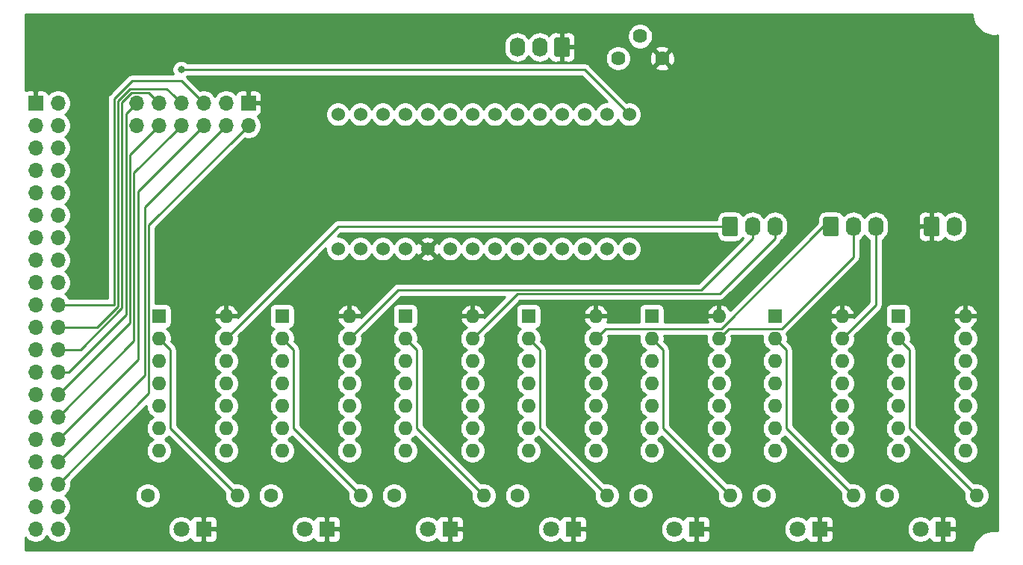
<source format=gbl>
G04 #@! TF.GenerationSoftware,KiCad,Pcbnew,5.1.5+dfsg1-2build2*
G04 #@! TF.CreationDate,2021-12-17T12:34:58-06:00*
G04 #@! TF.ProjectId,dna-puzzle-electronics,646e612d-7075-47a7-9a6c-652d656c6563,rev?*
G04 #@! TF.SameCoordinates,Original*
G04 #@! TF.FileFunction,Copper,L2,Bot*
G04 #@! TF.FilePolarity,Positive*
%FSLAX46Y46*%
G04 Gerber Fmt 4.6, Leading zero omitted, Abs format (unit mm)*
G04 Created by KiCad (PCBNEW 5.1.5+dfsg1-2build2) date 2021-12-17 12:34:58*
%MOMM*%
%LPD*%
G04 APERTURE LIST*
%ADD10C,1.800000*%
%ADD11R,1.800000X1.800000*%
%ADD12O,1.740000X2.200000*%
%ADD13C,0.100000*%
%ADD14R,1.700000X1.700000*%
%ADD15O,1.700000X1.700000*%
%ADD16C,1.600000*%
%ADD17O,1.600000X1.600000*%
%ADD18C,1.620000*%
%ADD19R,1.600000X1.600000*%
%ADD20C,1.524000*%
%ADD21C,0.800000*%
%ADD22C,0.250000*%
%ADD23C,0.254000*%
G04 APERTURE END LIST*
D10*
X113030000Y-119380000D03*
D11*
X115570000Y-119380000D03*
X129540000Y-119380000D03*
D10*
X127000000Y-119380000D03*
X140970000Y-119380000D03*
D11*
X143510000Y-119380000D03*
X157480000Y-119380000D03*
D10*
X154940000Y-119380000D03*
X168910000Y-119380000D03*
D11*
X171450000Y-119380000D03*
X185420000Y-119380000D03*
D10*
X182880000Y-119380000D03*
D11*
X199390000Y-119380000D03*
D10*
X196850000Y-119380000D03*
D12*
X191770000Y-85090000D03*
X189230000Y-85090000D03*
G04 #@! TA.AperFunction,ComponentPad*
D13*
G36*
X187334505Y-83991204D02*
G01*
X187358773Y-83994804D01*
X187382572Y-84000765D01*
X187405671Y-84009030D01*
X187427850Y-84019520D01*
X187448893Y-84032132D01*
X187468599Y-84046747D01*
X187486777Y-84063223D01*
X187503253Y-84081401D01*
X187517868Y-84101107D01*
X187530480Y-84122150D01*
X187540970Y-84144329D01*
X187549235Y-84167428D01*
X187555196Y-84191227D01*
X187558796Y-84215495D01*
X187560000Y-84239999D01*
X187560000Y-85940001D01*
X187558796Y-85964505D01*
X187555196Y-85988773D01*
X187549235Y-86012572D01*
X187540970Y-86035671D01*
X187530480Y-86057850D01*
X187517868Y-86078893D01*
X187503253Y-86098599D01*
X187486777Y-86116777D01*
X187468599Y-86133253D01*
X187448893Y-86147868D01*
X187427850Y-86160480D01*
X187405671Y-86170970D01*
X187382572Y-86179235D01*
X187358773Y-86185196D01*
X187334505Y-86188796D01*
X187310001Y-86190000D01*
X186069999Y-86190000D01*
X186045495Y-86188796D01*
X186021227Y-86185196D01*
X185997428Y-86179235D01*
X185974329Y-86170970D01*
X185952150Y-86160480D01*
X185931107Y-86147868D01*
X185911401Y-86133253D01*
X185893223Y-86116777D01*
X185876747Y-86098599D01*
X185862132Y-86078893D01*
X185849520Y-86057850D01*
X185839030Y-86035671D01*
X185830765Y-86012572D01*
X185824804Y-85988773D01*
X185821204Y-85964505D01*
X185820000Y-85940001D01*
X185820000Y-84239999D01*
X185821204Y-84215495D01*
X185824804Y-84191227D01*
X185830765Y-84167428D01*
X185839030Y-84144329D01*
X185849520Y-84122150D01*
X185862132Y-84101107D01*
X185876747Y-84081401D01*
X185893223Y-84063223D01*
X185911401Y-84046747D01*
X185931107Y-84032132D01*
X185952150Y-84019520D01*
X185974329Y-84009030D01*
X185997428Y-84000765D01*
X186021227Y-83994804D01*
X186045495Y-83991204D01*
X186069999Y-83990000D01*
X187310001Y-83990000D01*
X187334505Y-83991204D01*
G37*
G04 #@! TD.AperFunction*
G04 #@! TA.AperFunction,ComponentPad*
G36*
X175904505Y-83991204D02*
G01*
X175928773Y-83994804D01*
X175952572Y-84000765D01*
X175975671Y-84009030D01*
X175997850Y-84019520D01*
X176018893Y-84032132D01*
X176038599Y-84046747D01*
X176056777Y-84063223D01*
X176073253Y-84081401D01*
X176087868Y-84101107D01*
X176100480Y-84122150D01*
X176110970Y-84144329D01*
X176119235Y-84167428D01*
X176125196Y-84191227D01*
X176128796Y-84215495D01*
X176130000Y-84239999D01*
X176130000Y-85940001D01*
X176128796Y-85964505D01*
X176125196Y-85988773D01*
X176119235Y-86012572D01*
X176110970Y-86035671D01*
X176100480Y-86057850D01*
X176087868Y-86078893D01*
X176073253Y-86098599D01*
X176056777Y-86116777D01*
X176038599Y-86133253D01*
X176018893Y-86147868D01*
X175997850Y-86160480D01*
X175975671Y-86170970D01*
X175952572Y-86179235D01*
X175928773Y-86185196D01*
X175904505Y-86188796D01*
X175880001Y-86190000D01*
X174639999Y-86190000D01*
X174615495Y-86188796D01*
X174591227Y-86185196D01*
X174567428Y-86179235D01*
X174544329Y-86170970D01*
X174522150Y-86160480D01*
X174501107Y-86147868D01*
X174481401Y-86133253D01*
X174463223Y-86116777D01*
X174446747Y-86098599D01*
X174432132Y-86078893D01*
X174419520Y-86057850D01*
X174409030Y-86035671D01*
X174400765Y-86012572D01*
X174394804Y-85988773D01*
X174391204Y-85964505D01*
X174390000Y-85940001D01*
X174390000Y-84239999D01*
X174391204Y-84215495D01*
X174394804Y-84191227D01*
X174400765Y-84167428D01*
X174409030Y-84144329D01*
X174419520Y-84122150D01*
X174432132Y-84101107D01*
X174446747Y-84081401D01*
X174463223Y-84063223D01*
X174481401Y-84046747D01*
X174501107Y-84032132D01*
X174522150Y-84019520D01*
X174544329Y-84009030D01*
X174567428Y-84000765D01*
X174591227Y-83994804D01*
X174615495Y-83991204D01*
X174639999Y-83990000D01*
X175880001Y-83990000D01*
X175904505Y-83991204D01*
G37*
G04 #@! TD.AperFunction*
D12*
X177800000Y-85090000D03*
X180340000Y-85090000D03*
G04 #@! TA.AperFunction,ComponentPad*
D13*
G36*
X198764505Y-83991204D02*
G01*
X198788773Y-83994804D01*
X198812572Y-84000765D01*
X198835671Y-84009030D01*
X198857850Y-84019520D01*
X198878893Y-84032132D01*
X198898599Y-84046747D01*
X198916777Y-84063223D01*
X198933253Y-84081401D01*
X198947868Y-84101107D01*
X198960480Y-84122150D01*
X198970970Y-84144329D01*
X198979235Y-84167428D01*
X198985196Y-84191227D01*
X198988796Y-84215495D01*
X198990000Y-84239999D01*
X198990000Y-85940001D01*
X198988796Y-85964505D01*
X198985196Y-85988773D01*
X198979235Y-86012572D01*
X198970970Y-86035671D01*
X198960480Y-86057850D01*
X198947868Y-86078893D01*
X198933253Y-86098599D01*
X198916777Y-86116777D01*
X198898599Y-86133253D01*
X198878893Y-86147868D01*
X198857850Y-86160480D01*
X198835671Y-86170970D01*
X198812572Y-86179235D01*
X198788773Y-86185196D01*
X198764505Y-86188796D01*
X198740001Y-86190000D01*
X197499999Y-86190000D01*
X197475495Y-86188796D01*
X197451227Y-86185196D01*
X197427428Y-86179235D01*
X197404329Y-86170970D01*
X197382150Y-86160480D01*
X197361107Y-86147868D01*
X197341401Y-86133253D01*
X197323223Y-86116777D01*
X197306747Y-86098599D01*
X197292132Y-86078893D01*
X197279520Y-86057850D01*
X197269030Y-86035671D01*
X197260765Y-86012572D01*
X197254804Y-85988773D01*
X197251204Y-85964505D01*
X197250000Y-85940001D01*
X197250000Y-84239999D01*
X197251204Y-84215495D01*
X197254804Y-84191227D01*
X197260765Y-84167428D01*
X197269030Y-84144329D01*
X197279520Y-84122150D01*
X197292132Y-84101107D01*
X197306747Y-84081401D01*
X197323223Y-84063223D01*
X197341401Y-84046747D01*
X197361107Y-84032132D01*
X197382150Y-84019520D01*
X197404329Y-84009030D01*
X197427428Y-84000765D01*
X197451227Y-83994804D01*
X197475495Y-83991204D01*
X197499999Y-83990000D01*
X198740001Y-83990000D01*
X198764505Y-83991204D01*
G37*
G04 #@! TD.AperFunction*
D12*
X200660000Y-85090000D03*
D14*
X96520000Y-71120000D03*
D15*
X99060000Y-71120000D03*
X96520000Y-73660000D03*
X99060000Y-73660000D03*
X96520000Y-76200000D03*
X99060000Y-76200000D03*
X96520000Y-78740000D03*
X99060000Y-78740000D03*
X96520000Y-81280000D03*
X99060000Y-81280000D03*
X96520000Y-83820000D03*
X99060000Y-83820000D03*
X96520000Y-86360000D03*
X99060000Y-86360000D03*
X96520000Y-88900000D03*
X99060000Y-88900000D03*
X96520000Y-91440000D03*
X99060000Y-91440000D03*
X96520000Y-93980000D03*
X99060000Y-93980000D03*
X96520000Y-96520000D03*
X99060000Y-96520000D03*
X96520000Y-99060000D03*
X99060000Y-99060000D03*
X96520000Y-101600000D03*
X99060000Y-101600000D03*
X96520000Y-104140000D03*
X99060000Y-104140000D03*
X96520000Y-106680000D03*
X99060000Y-106680000D03*
X96520000Y-109220000D03*
X99060000Y-109220000D03*
X96520000Y-111760000D03*
X99060000Y-111760000D03*
X96520000Y-114300000D03*
X99060000Y-114300000D03*
X96520000Y-116840000D03*
X99060000Y-116840000D03*
X96520000Y-119380000D03*
X99060000Y-119380000D03*
D14*
X120650000Y-71120000D03*
D15*
X120650000Y-73660000D03*
X118110000Y-71120000D03*
X118110000Y-73660000D03*
X115570000Y-71120000D03*
X115570000Y-73660000D03*
X113030000Y-71120000D03*
X113030000Y-73660000D03*
X110490000Y-71120000D03*
X110490000Y-73660000D03*
X107950000Y-71120000D03*
X107950000Y-73660000D03*
G04 #@! TA.AperFunction,ComponentPad*
D13*
G36*
X156854505Y-63671204D02*
G01*
X156878773Y-63674804D01*
X156902572Y-63680765D01*
X156925671Y-63689030D01*
X156947850Y-63699520D01*
X156968893Y-63712132D01*
X156988599Y-63726747D01*
X157006777Y-63743223D01*
X157023253Y-63761401D01*
X157037868Y-63781107D01*
X157050480Y-63802150D01*
X157060970Y-63824329D01*
X157069235Y-63847428D01*
X157075196Y-63871227D01*
X157078796Y-63895495D01*
X157080000Y-63919999D01*
X157080000Y-65620001D01*
X157078796Y-65644505D01*
X157075196Y-65668773D01*
X157069235Y-65692572D01*
X157060970Y-65715671D01*
X157050480Y-65737850D01*
X157037868Y-65758893D01*
X157023253Y-65778599D01*
X157006777Y-65796777D01*
X156988599Y-65813253D01*
X156968893Y-65827868D01*
X156947850Y-65840480D01*
X156925671Y-65850970D01*
X156902572Y-65859235D01*
X156878773Y-65865196D01*
X156854505Y-65868796D01*
X156830001Y-65870000D01*
X155589999Y-65870000D01*
X155565495Y-65868796D01*
X155541227Y-65865196D01*
X155517428Y-65859235D01*
X155494329Y-65850970D01*
X155472150Y-65840480D01*
X155451107Y-65827868D01*
X155431401Y-65813253D01*
X155413223Y-65796777D01*
X155396747Y-65778599D01*
X155382132Y-65758893D01*
X155369520Y-65737850D01*
X155359030Y-65715671D01*
X155350765Y-65692572D01*
X155344804Y-65668773D01*
X155341204Y-65644505D01*
X155340000Y-65620001D01*
X155340000Y-63919999D01*
X155341204Y-63895495D01*
X155344804Y-63871227D01*
X155350765Y-63847428D01*
X155359030Y-63824329D01*
X155369520Y-63802150D01*
X155382132Y-63781107D01*
X155396747Y-63761401D01*
X155413223Y-63743223D01*
X155431401Y-63726747D01*
X155451107Y-63712132D01*
X155472150Y-63699520D01*
X155494329Y-63689030D01*
X155517428Y-63680765D01*
X155541227Y-63674804D01*
X155565495Y-63671204D01*
X155589999Y-63670000D01*
X156830001Y-63670000D01*
X156854505Y-63671204D01*
G37*
G04 #@! TD.AperFunction*
D12*
X153670000Y-64770000D03*
X151130000Y-64770000D03*
D16*
X109220000Y-115570000D03*
D17*
X119380000Y-115570000D03*
D16*
X123190000Y-115570000D03*
D17*
X133350000Y-115570000D03*
D16*
X137160000Y-115570000D03*
D17*
X147320000Y-115570000D03*
X161290000Y-115570000D03*
D16*
X151130000Y-115570000D03*
D17*
X175260000Y-115570000D03*
D16*
X165100000Y-115570000D03*
D17*
X189230000Y-115570000D03*
D16*
X179070000Y-115570000D03*
X193040000Y-115570000D03*
D17*
X203200000Y-115570000D03*
D18*
X167560000Y-66040000D03*
X165060000Y-63540000D03*
X162560000Y-66040000D03*
D19*
X110490000Y-95250000D03*
D17*
X118110000Y-110490000D03*
X110490000Y-97790000D03*
X118110000Y-107950000D03*
X110490000Y-100330000D03*
X118110000Y-105410000D03*
X110490000Y-102870000D03*
X118110000Y-102870000D03*
X110490000Y-105410000D03*
X118110000Y-100330000D03*
X110490000Y-107950000D03*
X118110000Y-97790000D03*
X110490000Y-110490000D03*
X118110000Y-95250000D03*
X132080000Y-95250000D03*
X124460000Y-110490000D03*
X132080000Y-97790000D03*
X124460000Y-107950000D03*
X132080000Y-100330000D03*
X124460000Y-105410000D03*
X132080000Y-102870000D03*
X124460000Y-102870000D03*
X132080000Y-105410000D03*
X124460000Y-100330000D03*
X132080000Y-107950000D03*
X124460000Y-97790000D03*
X132080000Y-110490000D03*
D19*
X124460000Y-95250000D03*
X138430000Y-95250000D03*
D17*
X146050000Y-110490000D03*
X138430000Y-97790000D03*
X146050000Y-107950000D03*
X138430000Y-100330000D03*
X146050000Y-105410000D03*
X138430000Y-102870000D03*
X146050000Y-102870000D03*
X138430000Y-105410000D03*
X146050000Y-100330000D03*
X138430000Y-107950000D03*
X146050000Y-97790000D03*
X138430000Y-110490000D03*
X146050000Y-95250000D03*
X160020000Y-95250000D03*
X152400000Y-110490000D03*
X160020000Y-97790000D03*
X152400000Y-107950000D03*
X160020000Y-100330000D03*
X152400000Y-105410000D03*
X160020000Y-102870000D03*
X152400000Y-102870000D03*
X160020000Y-105410000D03*
X152400000Y-100330000D03*
X160020000Y-107950000D03*
X152400000Y-97790000D03*
X160020000Y-110490000D03*
D19*
X152400000Y-95250000D03*
X166370000Y-95250000D03*
D17*
X173990000Y-110490000D03*
X166370000Y-97790000D03*
X173990000Y-107950000D03*
X166370000Y-100330000D03*
X173990000Y-105410000D03*
X166370000Y-102870000D03*
X173990000Y-102870000D03*
X166370000Y-105410000D03*
X173990000Y-100330000D03*
X166370000Y-107950000D03*
X173990000Y-97790000D03*
X166370000Y-110490000D03*
X173990000Y-95250000D03*
D19*
X180340000Y-95250000D03*
D17*
X187960000Y-110490000D03*
X180340000Y-97790000D03*
X187960000Y-107950000D03*
X180340000Y-100330000D03*
X187960000Y-105410000D03*
X180340000Y-102870000D03*
X187960000Y-102870000D03*
X180340000Y-105410000D03*
X187960000Y-100330000D03*
X180340000Y-107950000D03*
X187960000Y-97790000D03*
X180340000Y-110490000D03*
X187960000Y-95250000D03*
X201930000Y-95250000D03*
X194310000Y-110490000D03*
X201930000Y-97790000D03*
X194310000Y-107950000D03*
X201930000Y-100330000D03*
X194310000Y-105410000D03*
X201930000Y-102870000D03*
X194310000Y-102870000D03*
X201930000Y-105410000D03*
X194310000Y-100330000D03*
X201930000Y-107950000D03*
X194310000Y-97790000D03*
X201930000Y-110490000D03*
D19*
X194310000Y-95250000D03*
D20*
X130810000Y-87630000D03*
X133350000Y-87630000D03*
X135890000Y-87630000D03*
X138430000Y-87630000D03*
X140970000Y-87630000D03*
X143510000Y-87630000D03*
X146050000Y-87630000D03*
X148590000Y-87630000D03*
X151130000Y-87630000D03*
X153670000Y-87630000D03*
X156210000Y-87630000D03*
X158750000Y-87630000D03*
X161290000Y-87630000D03*
X163830000Y-87630000D03*
X163830000Y-72390000D03*
X161290000Y-72390000D03*
X158750000Y-72390000D03*
X156210000Y-72390000D03*
X153670000Y-72390000D03*
X151130000Y-72390000D03*
X148590000Y-72390000D03*
X146050000Y-72390000D03*
X143510000Y-72390000D03*
X140970000Y-72390000D03*
X138430000Y-72390000D03*
X135890000Y-72390000D03*
X133350000Y-72390000D03*
X130810000Y-72390000D03*
D21*
X113030000Y-67310000D03*
D22*
X191770000Y-93980000D02*
X187960000Y-97790000D01*
X191770000Y-85090000D02*
X191770000Y-93980000D01*
X174789999Y-96990001D02*
X173990000Y-97790000D01*
X189230000Y-88545002D02*
X181110003Y-96664999D01*
X189230000Y-85090000D02*
X189230000Y-88545002D01*
X181110003Y-96664999D02*
X175115001Y-96664999D01*
X175115001Y-96664999D02*
X174789999Y-96990001D01*
X186690000Y-85090000D02*
X185820000Y-85090000D01*
X174245001Y-96664999D02*
X161145001Y-96664999D01*
X185820000Y-85090000D02*
X174245001Y-96664999D01*
X161145001Y-96664999D02*
X160819999Y-96990001D01*
X160819999Y-96990001D02*
X160020000Y-97790000D01*
X180340000Y-86440000D02*
X174070000Y-92710000D01*
X180340000Y-85090000D02*
X180340000Y-86440000D01*
X151130000Y-92710000D02*
X146050000Y-97790000D01*
X174070000Y-92710000D02*
X151130000Y-92710000D01*
X177800000Y-85090000D02*
X177800000Y-86440000D01*
X177800000Y-86440000D02*
X171980011Y-92259989D01*
X171980011Y-92259989D02*
X137610011Y-92259989D01*
X137610011Y-92259989D02*
X132879999Y-96990001D01*
X132879999Y-96990001D02*
X132080000Y-97790000D01*
X175260000Y-85090000D02*
X130810000Y-85090000D01*
X130810000Y-85090000D02*
X118110000Y-97790000D01*
X99060000Y-114300000D02*
X109364999Y-103995001D01*
X109364999Y-103995001D02*
X109364999Y-84945001D01*
X109364999Y-84945001D02*
X119800001Y-74509999D01*
X119800001Y-74509999D02*
X120650000Y-73660000D01*
X117260001Y-74509999D02*
X118110000Y-73660000D01*
X108914988Y-82855012D02*
X117260001Y-74509999D01*
X99060000Y-111760000D02*
X108914988Y-101905012D01*
X108914988Y-101905012D02*
X108914988Y-82855012D01*
X99060000Y-109220000D02*
X108110064Y-100169936D01*
X108110064Y-100169936D02*
X108110064Y-81119936D01*
X108110064Y-81119936D02*
X114720001Y-74509999D01*
X114720001Y-74509999D02*
X115570000Y-73660000D01*
X158750000Y-67310000D02*
X163830000Y-72390000D01*
X113030000Y-67310000D02*
X158750000Y-67310000D01*
X99060000Y-106680000D02*
X107660053Y-98079947D01*
X107660053Y-98079947D02*
X107660053Y-79029947D01*
X107660053Y-79029947D02*
X112180001Y-74509999D01*
X112180001Y-74509999D02*
X113030000Y-73660000D01*
X107210042Y-95989958D02*
X107210042Y-76939958D01*
X99060000Y-104140000D02*
X107210042Y-95989958D01*
X109640001Y-74509999D02*
X110490000Y-73660000D01*
X107210042Y-76939958D02*
X109640001Y-74509999D01*
X106760033Y-95102048D02*
X106760033Y-72309967D01*
X99060000Y-101600000D02*
X100262081Y-101600000D01*
X100262081Y-101600000D02*
X106760033Y-95102048D01*
X107100001Y-71969999D02*
X107950000Y-71120000D01*
X106760033Y-72309967D02*
X107100001Y-71969999D01*
X109314999Y-69944999D02*
X109640001Y-70270001D01*
X107385999Y-69944999D02*
X109314999Y-69944999D01*
X101602822Y-99060000D02*
X106310020Y-94352802D01*
X106310020Y-94352802D02*
X106310020Y-71020978D01*
X106310020Y-71020978D02*
X107385999Y-69944999D01*
X109640001Y-70270001D02*
X110490000Y-71120000D01*
X99060000Y-99060000D02*
X101602822Y-99060000D01*
X99060000Y-96520000D02*
X103506411Y-96520000D01*
X105860010Y-94166399D02*
X105860015Y-70834573D01*
X105860015Y-70834573D02*
X107199600Y-69494988D01*
X103506411Y-96520000D02*
X105860010Y-94166399D01*
X107199600Y-69494988D02*
X111404988Y-69494988D01*
X111404988Y-69494988D02*
X112180001Y-70270001D01*
X112180001Y-70270001D02*
X113030000Y-71120000D01*
X99060000Y-93980000D02*
X105410000Y-93980000D01*
X105410000Y-93980000D02*
X105410005Y-70648173D01*
X105410005Y-70648173D02*
X107478178Y-68580000D01*
X113030000Y-68580000D02*
X115570000Y-71120000D01*
X107478178Y-68580000D02*
X113030000Y-68580000D01*
X110490000Y-97790000D02*
X111760000Y-99060000D01*
X111760000Y-107950000D02*
X119380000Y-115570000D01*
X111760000Y-99060000D02*
X111760000Y-107950000D01*
X124460000Y-97790000D02*
X125730000Y-99060000D01*
X125730000Y-107950000D02*
X133350000Y-115570000D01*
X125730000Y-99060000D02*
X125730000Y-107950000D01*
X138430000Y-97790000D02*
X139700000Y-99060000D01*
X139700000Y-107950000D02*
X147320000Y-115570000D01*
X139700000Y-99060000D02*
X139700000Y-107950000D01*
X152400000Y-97790000D02*
X153670000Y-99060000D01*
X153670000Y-107950000D02*
X161290000Y-115570000D01*
X153670000Y-99060000D02*
X153670000Y-107950000D01*
X166370000Y-97790000D02*
X167640000Y-99060000D01*
X167640000Y-107950000D02*
X175260000Y-115570000D01*
X167640000Y-99060000D02*
X167640000Y-107950000D01*
X180340000Y-97790000D02*
X181610000Y-99060000D01*
X181610000Y-107950000D02*
X189230000Y-115570000D01*
X181610000Y-99060000D02*
X181610000Y-107950000D01*
X194310000Y-97790000D02*
X195580000Y-99060000D01*
X195580000Y-107950000D02*
X203200000Y-115570000D01*
X195580000Y-99060000D02*
X195580000Y-107950000D01*
D23*
G36*
X202731942Y-61243083D02*
G01*
X202826788Y-61719906D01*
X203012835Y-62169064D01*
X203282934Y-62573295D01*
X203626705Y-62917066D01*
X204030936Y-63187165D01*
X204480094Y-63373212D01*
X204956917Y-63468058D01*
X205443083Y-63468058D01*
X205613000Y-63434259D01*
X205613000Y-119565741D01*
X205443083Y-119531942D01*
X204956917Y-119531942D01*
X204480094Y-119626788D01*
X204030936Y-119812835D01*
X203626705Y-120082934D01*
X203282934Y-120426705D01*
X203012835Y-120830936D01*
X202826788Y-121280094D01*
X202731942Y-121756917D01*
X202731942Y-121793000D01*
X95377000Y-121793000D01*
X95377000Y-120337107D01*
X95573368Y-120533475D01*
X95816589Y-120695990D01*
X96086842Y-120807932D01*
X96373740Y-120865000D01*
X96666260Y-120865000D01*
X96953158Y-120807932D01*
X97223411Y-120695990D01*
X97466632Y-120533475D01*
X97673475Y-120326632D01*
X97790000Y-120152240D01*
X97906525Y-120326632D01*
X98113368Y-120533475D01*
X98356589Y-120695990D01*
X98626842Y-120807932D01*
X98913740Y-120865000D01*
X99206260Y-120865000D01*
X99493158Y-120807932D01*
X99763411Y-120695990D01*
X100006632Y-120533475D01*
X100213475Y-120326632D01*
X100375990Y-120083411D01*
X100487932Y-119813158D01*
X100545000Y-119526260D01*
X100545000Y-119233740D01*
X100544021Y-119228816D01*
X111495000Y-119228816D01*
X111495000Y-119531184D01*
X111553989Y-119827743D01*
X111669701Y-120107095D01*
X111837688Y-120358505D01*
X112051495Y-120572312D01*
X112302905Y-120740299D01*
X112582257Y-120856011D01*
X112878816Y-120915000D01*
X113181184Y-120915000D01*
X113477743Y-120856011D01*
X113757095Y-120740299D01*
X114008505Y-120572312D01*
X114074944Y-120505873D01*
X114080498Y-120524180D01*
X114139463Y-120634494D01*
X114218815Y-120731185D01*
X114315506Y-120810537D01*
X114425820Y-120869502D01*
X114545518Y-120905812D01*
X114670000Y-120918072D01*
X115284250Y-120915000D01*
X115443000Y-120756250D01*
X115443000Y-119507000D01*
X115697000Y-119507000D01*
X115697000Y-120756250D01*
X115855750Y-120915000D01*
X116470000Y-120918072D01*
X116594482Y-120905812D01*
X116714180Y-120869502D01*
X116824494Y-120810537D01*
X116921185Y-120731185D01*
X117000537Y-120634494D01*
X117059502Y-120524180D01*
X117095812Y-120404482D01*
X117108072Y-120280000D01*
X117105000Y-119665750D01*
X116946250Y-119507000D01*
X115697000Y-119507000D01*
X115443000Y-119507000D01*
X115423000Y-119507000D01*
X115423000Y-119253000D01*
X115443000Y-119253000D01*
X115443000Y-118003750D01*
X115697000Y-118003750D01*
X115697000Y-119253000D01*
X116946250Y-119253000D01*
X116970434Y-119228816D01*
X125465000Y-119228816D01*
X125465000Y-119531184D01*
X125523989Y-119827743D01*
X125639701Y-120107095D01*
X125807688Y-120358505D01*
X126021495Y-120572312D01*
X126272905Y-120740299D01*
X126552257Y-120856011D01*
X126848816Y-120915000D01*
X127151184Y-120915000D01*
X127447743Y-120856011D01*
X127727095Y-120740299D01*
X127978505Y-120572312D01*
X128044944Y-120505873D01*
X128050498Y-120524180D01*
X128109463Y-120634494D01*
X128188815Y-120731185D01*
X128285506Y-120810537D01*
X128395820Y-120869502D01*
X128515518Y-120905812D01*
X128640000Y-120918072D01*
X129254250Y-120915000D01*
X129413000Y-120756250D01*
X129413000Y-119507000D01*
X129667000Y-119507000D01*
X129667000Y-120756250D01*
X129825750Y-120915000D01*
X130440000Y-120918072D01*
X130564482Y-120905812D01*
X130684180Y-120869502D01*
X130794494Y-120810537D01*
X130891185Y-120731185D01*
X130970537Y-120634494D01*
X131029502Y-120524180D01*
X131065812Y-120404482D01*
X131078072Y-120280000D01*
X131075000Y-119665750D01*
X130916250Y-119507000D01*
X129667000Y-119507000D01*
X129413000Y-119507000D01*
X129393000Y-119507000D01*
X129393000Y-119253000D01*
X129413000Y-119253000D01*
X129413000Y-118003750D01*
X129667000Y-118003750D01*
X129667000Y-119253000D01*
X130916250Y-119253000D01*
X130940434Y-119228816D01*
X139435000Y-119228816D01*
X139435000Y-119531184D01*
X139493989Y-119827743D01*
X139609701Y-120107095D01*
X139777688Y-120358505D01*
X139991495Y-120572312D01*
X140242905Y-120740299D01*
X140522257Y-120856011D01*
X140818816Y-120915000D01*
X141121184Y-120915000D01*
X141417743Y-120856011D01*
X141697095Y-120740299D01*
X141948505Y-120572312D01*
X142014944Y-120505873D01*
X142020498Y-120524180D01*
X142079463Y-120634494D01*
X142158815Y-120731185D01*
X142255506Y-120810537D01*
X142365820Y-120869502D01*
X142485518Y-120905812D01*
X142610000Y-120918072D01*
X143224250Y-120915000D01*
X143383000Y-120756250D01*
X143383000Y-119507000D01*
X143637000Y-119507000D01*
X143637000Y-120756250D01*
X143795750Y-120915000D01*
X144410000Y-120918072D01*
X144534482Y-120905812D01*
X144654180Y-120869502D01*
X144764494Y-120810537D01*
X144861185Y-120731185D01*
X144940537Y-120634494D01*
X144999502Y-120524180D01*
X145035812Y-120404482D01*
X145048072Y-120280000D01*
X145045000Y-119665750D01*
X144886250Y-119507000D01*
X143637000Y-119507000D01*
X143383000Y-119507000D01*
X143363000Y-119507000D01*
X143363000Y-119253000D01*
X143383000Y-119253000D01*
X143383000Y-118003750D01*
X143637000Y-118003750D01*
X143637000Y-119253000D01*
X144886250Y-119253000D01*
X144910434Y-119228816D01*
X153405000Y-119228816D01*
X153405000Y-119531184D01*
X153463989Y-119827743D01*
X153579701Y-120107095D01*
X153747688Y-120358505D01*
X153961495Y-120572312D01*
X154212905Y-120740299D01*
X154492257Y-120856011D01*
X154788816Y-120915000D01*
X155091184Y-120915000D01*
X155387743Y-120856011D01*
X155667095Y-120740299D01*
X155918505Y-120572312D01*
X155984944Y-120505873D01*
X155990498Y-120524180D01*
X156049463Y-120634494D01*
X156128815Y-120731185D01*
X156225506Y-120810537D01*
X156335820Y-120869502D01*
X156455518Y-120905812D01*
X156580000Y-120918072D01*
X157194250Y-120915000D01*
X157353000Y-120756250D01*
X157353000Y-119507000D01*
X157607000Y-119507000D01*
X157607000Y-120756250D01*
X157765750Y-120915000D01*
X158380000Y-120918072D01*
X158504482Y-120905812D01*
X158624180Y-120869502D01*
X158734494Y-120810537D01*
X158831185Y-120731185D01*
X158910537Y-120634494D01*
X158969502Y-120524180D01*
X159005812Y-120404482D01*
X159018072Y-120280000D01*
X159015000Y-119665750D01*
X158856250Y-119507000D01*
X157607000Y-119507000D01*
X157353000Y-119507000D01*
X157333000Y-119507000D01*
X157333000Y-119253000D01*
X157353000Y-119253000D01*
X157353000Y-118003750D01*
X157607000Y-118003750D01*
X157607000Y-119253000D01*
X158856250Y-119253000D01*
X158880434Y-119228816D01*
X167375000Y-119228816D01*
X167375000Y-119531184D01*
X167433989Y-119827743D01*
X167549701Y-120107095D01*
X167717688Y-120358505D01*
X167931495Y-120572312D01*
X168182905Y-120740299D01*
X168462257Y-120856011D01*
X168758816Y-120915000D01*
X169061184Y-120915000D01*
X169357743Y-120856011D01*
X169637095Y-120740299D01*
X169888505Y-120572312D01*
X169954944Y-120505873D01*
X169960498Y-120524180D01*
X170019463Y-120634494D01*
X170098815Y-120731185D01*
X170195506Y-120810537D01*
X170305820Y-120869502D01*
X170425518Y-120905812D01*
X170550000Y-120918072D01*
X171164250Y-120915000D01*
X171323000Y-120756250D01*
X171323000Y-119507000D01*
X171577000Y-119507000D01*
X171577000Y-120756250D01*
X171735750Y-120915000D01*
X172350000Y-120918072D01*
X172474482Y-120905812D01*
X172594180Y-120869502D01*
X172704494Y-120810537D01*
X172801185Y-120731185D01*
X172880537Y-120634494D01*
X172939502Y-120524180D01*
X172975812Y-120404482D01*
X172988072Y-120280000D01*
X172985000Y-119665750D01*
X172826250Y-119507000D01*
X171577000Y-119507000D01*
X171323000Y-119507000D01*
X171303000Y-119507000D01*
X171303000Y-119253000D01*
X171323000Y-119253000D01*
X171323000Y-118003750D01*
X171577000Y-118003750D01*
X171577000Y-119253000D01*
X172826250Y-119253000D01*
X172850434Y-119228816D01*
X181345000Y-119228816D01*
X181345000Y-119531184D01*
X181403989Y-119827743D01*
X181519701Y-120107095D01*
X181687688Y-120358505D01*
X181901495Y-120572312D01*
X182152905Y-120740299D01*
X182432257Y-120856011D01*
X182728816Y-120915000D01*
X183031184Y-120915000D01*
X183327743Y-120856011D01*
X183607095Y-120740299D01*
X183858505Y-120572312D01*
X183924944Y-120505873D01*
X183930498Y-120524180D01*
X183989463Y-120634494D01*
X184068815Y-120731185D01*
X184165506Y-120810537D01*
X184275820Y-120869502D01*
X184395518Y-120905812D01*
X184520000Y-120918072D01*
X185134250Y-120915000D01*
X185293000Y-120756250D01*
X185293000Y-119507000D01*
X185547000Y-119507000D01*
X185547000Y-120756250D01*
X185705750Y-120915000D01*
X186320000Y-120918072D01*
X186444482Y-120905812D01*
X186564180Y-120869502D01*
X186674494Y-120810537D01*
X186771185Y-120731185D01*
X186850537Y-120634494D01*
X186909502Y-120524180D01*
X186945812Y-120404482D01*
X186958072Y-120280000D01*
X186955000Y-119665750D01*
X186796250Y-119507000D01*
X185547000Y-119507000D01*
X185293000Y-119507000D01*
X185273000Y-119507000D01*
X185273000Y-119253000D01*
X185293000Y-119253000D01*
X185293000Y-118003750D01*
X185547000Y-118003750D01*
X185547000Y-119253000D01*
X186796250Y-119253000D01*
X186820434Y-119228816D01*
X195315000Y-119228816D01*
X195315000Y-119531184D01*
X195373989Y-119827743D01*
X195489701Y-120107095D01*
X195657688Y-120358505D01*
X195871495Y-120572312D01*
X196122905Y-120740299D01*
X196402257Y-120856011D01*
X196698816Y-120915000D01*
X197001184Y-120915000D01*
X197297743Y-120856011D01*
X197577095Y-120740299D01*
X197828505Y-120572312D01*
X197894944Y-120505873D01*
X197900498Y-120524180D01*
X197959463Y-120634494D01*
X198038815Y-120731185D01*
X198135506Y-120810537D01*
X198245820Y-120869502D01*
X198365518Y-120905812D01*
X198490000Y-120918072D01*
X199104250Y-120915000D01*
X199263000Y-120756250D01*
X199263000Y-119507000D01*
X199517000Y-119507000D01*
X199517000Y-120756250D01*
X199675750Y-120915000D01*
X200290000Y-120918072D01*
X200414482Y-120905812D01*
X200534180Y-120869502D01*
X200644494Y-120810537D01*
X200741185Y-120731185D01*
X200820537Y-120634494D01*
X200879502Y-120524180D01*
X200915812Y-120404482D01*
X200928072Y-120280000D01*
X200925000Y-119665750D01*
X200766250Y-119507000D01*
X199517000Y-119507000D01*
X199263000Y-119507000D01*
X199243000Y-119507000D01*
X199243000Y-119253000D01*
X199263000Y-119253000D01*
X199263000Y-118003750D01*
X199517000Y-118003750D01*
X199517000Y-119253000D01*
X200766250Y-119253000D01*
X200925000Y-119094250D01*
X200928072Y-118480000D01*
X200915812Y-118355518D01*
X200879502Y-118235820D01*
X200820537Y-118125506D01*
X200741185Y-118028815D01*
X200644494Y-117949463D01*
X200534180Y-117890498D01*
X200414482Y-117854188D01*
X200290000Y-117841928D01*
X199675750Y-117845000D01*
X199517000Y-118003750D01*
X199263000Y-118003750D01*
X199104250Y-117845000D01*
X198490000Y-117841928D01*
X198365518Y-117854188D01*
X198245820Y-117890498D01*
X198135506Y-117949463D01*
X198038815Y-118028815D01*
X197959463Y-118125506D01*
X197900498Y-118235820D01*
X197894944Y-118254127D01*
X197828505Y-118187688D01*
X197577095Y-118019701D01*
X197297743Y-117903989D01*
X197001184Y-117845000D01*
X196698816Y-117845000D01*
X196402257Y-117903989D01*
X196122905Y-118019701D01*
X195871495Y-118187688D01*
X195657688Y-118401495D01*
X195489701Y-118652905D01*
X195373989Y-118932257D01*
X195315000Y-119228816D01*
X186820434Y-119228816D01*
X186955000Y-119094250D01*
X186958072Y-118480000D01*
X186945812Y-118355518D01*
X186909502Y-118235820D01*
X186850537Y-118125506D01*
X186771185Y-118028815D01*
X186674494Y-117949463D01*
X186564180Y-117890498D01*
X186444482Y-117854188D01*
X186320000Y-117841928D01*
X185705750Y-117845000D01*
X185547000Y-118003750D01*
X185293000Y-118003750D01*
X185134250Y-117845000D01*
X184520000Y-117841928D01*
X184395518Y-117854188D01*
X184275820Y-117890498D01*
X184165506Y-117949463D01*
X184068815Y-118028815D01*
X183989463Y-118125506D01*
X183930498Y-118235820D01*
X183924944Y-118254127D01*
X183858505Y-118187688D01*
X183607095Y-118019701D01*
X183327743Y-117903989D01*
X183031184Y-117845000D01*
X182728816Y-117845000D01*
X182432257Y-117903989D01*
X182152905Y-118019701D01*
X181901495Y-118187688D01*
X181687688Y-118401495D01*
X181519701Y-118652905D01*
X181403989Y-118932257D01*
X181345000Y-119228816D01*
X172850434Y-119228816D01*
X172985000Y-119094250D01*
X172988072Y-118480000D01*
X172975812Y-118355518D01*
X172939502Y-118235820D01*
X172880537Y-118125506D01*
X172801185Y-118028815D01*
X172704494Y-117949463D01*
X172594180Y-117890498D01*
X172474482Y-117854188D01*
X172350000Y-117841928D01*
X171735750Y-117845000D01*
X171577000Y-118003750D01*
X171323000Y-118003750D01*
X171164250Y-117845000D01*
X170550000Y-117841928D01*
X170425518Y-117854188D01*
X170305820Y-117890498D01*
X170195506Y-117949463D01*
X170098815Y-118028815D01*
X170019463Y-118125506D01*
X169960498Y-118235820D01*
X169954944Y-118254127D01*
X169888505Y-118187688D01*
X169637095Y-118019701D01*
X169357743Y-117903989D01*
X169061184Y-117845000D01*
X168758816Y-117845000D01*
X168462257Y-117903989D01*
X168182905Y-118019701D01*
X167931495Y-118187688D01*
X167717688Y-118401495D01*
X167549701Y-118652905D01*
X167433989Y-118932257D01*
X167375000Y-119228816D01*
X158880434Y-119228816D01*
X159015000Y-119094250D01*
X159018072Y-118480000D01*
X159005812Y-118355518D01*
X158969502Y-118235820D01*
X158910537Y-118125506D01*
X158831185Y-118028815D01*
X158734494Y-117949463D01*
X158624180Y-117890498D01*
X158504482Y-117854188D01*
X158380000Y-117841928D01*
X157765750Y-117845000D01*
X157607000Y-118003750D01*
X157353000Y-118003750D01*
X157194250Y-117845000D01*
X156580000Y-117841928D01*
X156455518Y-117854188D01*
X156335820Y-117890498D01*
X156225506Y-117949463D01*
X156128815Y-118028815D01*
X156049463Y-118125506D01*
X155990498Y-118235820D01*
X155984944Y-118254127D01*
X155918505Y-118187688D01*
X155667095Y-118019701D01*
X155387743Y-117903989D01*
X155091184Y-117845000D01*
X154788816Y-117845000D01*
X154492257Y-117903989D01*
X154212905Y-118019701D01*
X153961495Y-118187688D01*
X153747688Y-118401495D01*
X153579701Y-118652905D01*
X153463989Y-118932257D01*
X153405000Y-119228816D01*
X144910434Y-119228816D01*
X145045000Y-119094250D01*
X145048072Y-118480000D01*
X145035812Y-118355518D01*
X144999502Y-118235820D01*
X144940537Y-118125506D01*
X144861185Y-118028815D01*
X144764494Y-117949463D01*
X144654180Y-117890498D01*
X144534482Y-117854188D01*
X144410000Y-117841928D01*
X143795750Y-117845000D01*
X143637000Y-118003750D01*
X143383000Y-118003750D01*
X143224250Y-117845000D01*
X142610000Y-117841928D01*
X142485518Y-117854188D01*
X142365820Y-117890498D01*
X142255506Y-117949463D01*
X142158815Y-118028815D01*
X142079463Y-118125506D01*
X142020498Y-118235820D01*
X142014944Y-118254127D01*
X141948505Y-118187688D01*
X141697095Y-118019701D01*
X141417743Y-117903989D01*
X141121184Y-117845000D01*
X140818816Y-117845000D01*
X140522257Y-117903989D01*
X140242905Y-118019701D01*
X139991495Y-118187688D01*
X139777688Y-118401495D01*
X139609701Y-118652905D01*
X139493989Y-118932257D01*
X139435000Y-119228816D01*
X130940434Y-119228816D01*
X131075000Y-119094250D01*
X131078072Y-118480000D01*
X131065812Y-118355518D01*
X131029502Y-118235820D01*
X130970537Y-118125506D01*
X130891185Y-118028815D01*
X130794494Y-117949463D01*
X130684180Y-117890498D01*
X130564482Y-117854188D01*
X130440000Y-117841928D01*
X129825750Y-117845000D01*
X129667000Y-118003750D01*
X129413000Y-118003750D01*
X129254250Y-117845000D01*
X128640000Y-117841928D01*
X128515518Y-117854188D01*
X128395820Y-117890498D01*
X128285506Y-117949463D01*
X128188815Y-118028815D01*
X128109463Y-118125506D01*
X128050498Y-118235820D01*
X128044944Y-118254127D01*
X127978505Y-118187688D01*
X127727095Y-118019701D01*
X127447743Y-117903989D01*
X127151184Y-117845000D01*
X126848816Y-117845000D01*
X126552257Y-117903989D01*
X126272905Y-118019701D01*
X126021495Y-118187688D01*
X125807688Y-118401495D01*
X125639701Y-118652905D01*
X125523989Y-118932257D01*
X125465000Y-119228816D01*
X116970434Y-119228816D01*
X117105000Y-119094250D01*
X117108072Y-118480000D01*
X117095812Y-118355518D01*
X117059502Y-118235820D01*
X117000537Y-118125506D01*
X116921185Y-118028815D01*
X116824494Y-117949463D01*
X116714180Y-117890498D01*
X116594482Y-117854188D01*
X116470000Y-117841928D01*
X115855750Y-117845000D01*
X115697000Y-118003750D01*
X115443000Y-118003750D01*
X115284250Y-117845000D01*
X114670000Y-117841928D01*
X114545518Y-117854188D01*
X114425820Y-117890498D01*
X114315506Y-117949463D01*
X114218815Y-118028815D01*
X114139463Y-118125506D01*
X114080498Y-118235820D01*
X114074944Y-118254127D01*
X114008505Y-118187688D01*
X113757095Y-118019701D01*
X113477743Y-117903989D01*
X113181184Y-117845000D01*
X112878816Y-117845000D01*
X112582257Y-117903989D01*
X112302905Y-118019701D01*
X112051495Y-118187688D01*
X111837688Y-118401495D01*
X111669701Y-118652905D01*
X111553989Y-118932257D01*
X111495000Y-119228816D01*
X100544021Y-119228816D01*
X100487932Y-118946842D01*
X100375990Y-118676589D01*
X100213475Y-118433368D01*
X100006632Y-118226525D01*
X99832240Y-118110000D01*
X100006632Y-117993475D01*
X100213475Y-117786632D01*
X100375990Y-117543411D01*
X100487932Y-117273158D01*
X100545000Y-116986260D01*
X100545000Y-116693740D01*
X100487932Y-116406842D01*
X100375990Y-116136589D01*
X100213475Y-115893368D01*
X100006632Y-115686525D01*
X99832240Y-115570000D01*
X100006632Y-115453475D01*
X100031442Y-115428665D01*
X107785000Y-115428665D01*
X107785000Y-115711335D01*
X107840147Y-115988574D01*
X107948320Y-116249727D01*
X108105363Y-116484759D01*
X108305241Y-116684637D01*
X108540273Y-116841680D01*
X108801426Y-116949853D01*
X109078665Y-117005000D01*
X109361335Y-117005000D01*
X109638574Y-116949853D01*
X109899727Y-116841680D01*
X110134759Y-116684637D01*
X110334637Y-116484759D01*
X110491680Y-116249727D01*
X110599853Y-115988574D01*
X110655000Y-115711335D01*
X110655000Y-115428665D01*
X110599853Y-115151426D01*
X110491680Y-114890273D01*
X110334637Y-114655241D01*
X110134759Y-114455363D01*
X109899727Y-114298320D01*
X109638574Y-114190147D01*
X109361335Y-114135000D01*
X109078665Y-114135000D01*
X108801426Y-114190147D01*
X108540273Y-114298320D01*
X108305241Y-114455363D01*
X108105363Y-114655241D01*
X107948320Y-114890273D01*
X107840147Y-115151426D01*
X107785000Y-115428665D01*
X100031442Y-115428665D01*
X100213475Y-115246632D01*
X100375990Y-115003411D01*
X100487932Y-114733158D01*
X100545000Y-114446260D01*
X100545000Y-114153740D01*
X100501209Y-113933592D01*
X109055000Y-105379802D01*
X109055000Y-105551335D01*
X109110147Y-105828574D01*
X109218320Y-106089727D01*
X109375363Y-106324759D01*
X109575241Y-106524637D01*
X109807759Y-106680000D01*
X109575241Y-106835363D01*
X109375363Y-107035241D01*
X109218320Y-107270273D01*
X109110147Y-107531426D01*
X109055000Y-107808665D01*
X109055000Y-108091335D01*
X109110147Y-108368574D01*
X109218320Y-108629727D01*
X109375363Y-108864759D01*
X109575241Y-109064637D01*
X109807759Y-109220000D01*
X109575241Y-109375363D01*
X109375363Y-109575241D01*
X109218320Y-109810273D01*
X109110147Y-110071426D01*
X109055000Y-110348665D01*
X109055000Y-110631335D01*
X109110147Y-110908574D01*
X109218320Y-111169727D01*
X109375363Y-111404759D01*
X109575241Y-111604637D01*
X109810273Y-111761680D01*
X110071426Y-111869853D01*
X110348665Y-111925000D01*
X110631335Y-111925000D01*
X110908574Y-111869853D01*
X111169727Y-111761680D01*
X111404759Y-111604637D01*
X111604637Y-111404759D01*
X111761680Y-111169727D01*
X111869853Y-110908574D01*
X111925000Y-110631335D01*
X111925000Y-110348665D01*
X111869853Y-110071426D01*
X111761680Y-109810273D01*
X111604637Y-109575241D01*
X111404759Y-109375363D01*
X111172241Y-109220000D01*
X111404759Y-109064637D01*
X111602297Y-108867099D01*
X117981312Y-115246114D01*
X117945000Y-115428665D01*
X117945000Y-115711335D01*
X118000147Y-115988574D01*
X118108320Y-116249727D01*
X118265363Y-116484759D01*
X118465241Y-116684637D01*
X118700273Y-116841680D01*
X118961426Y-116949853D01*
X119238665Y-117005000D01*
X119521335Y-117005000D01*
X119798574Y-116949853D01*
X120059727Y-116841680D01*
X120294759Y-116684637D01*
X120494637Y-116484759D01*
X120651680Y-116249727D01*
X120759853Y-115988574D01*
X120815000Y-115711335D01*
X120815000Y-115428665D01*
X121755000Y-115428665D01*
X121755000Y-115711335D01*
X121810147Y-115988574D01*
X121918320Y-116249727D01*
X122075363Y-116484759D01*
X122275241Y-116684637D01*
X122510273Y-116841680D01*
X122771426Y-116949853D01*
X123048665Y-117005000D01*
X123331335Y-117005000D01*
X123608574Y-116949853D01*
X123869727Y-116841680D01*
X124104759Y-116684637D01*
X124304637Y-116484759D01*
X124461680Y-116249727D01*
X124569853Y-115988574D01*
X124625000Y-115711335D01*
X124625000Y-115428665D01*
X124569853Y-115151426D01*
X124461680Y-114890273D01*
X124304637Y-114655241D01*
X124104759Y-114455363D01*
X123869727Y-114298320D01*
X123608574Y-114190147D01*
X123331335Y-114135000D01*
X123048665Y-114135000D01*
X122771426Y-114190147D01*
X122510273Y-114298320D01*
X122275241Y-114455363D01*
X122075363Y-114655241D01*
X121918320Y-114890273D01*
X121810147Y-115151426D01*
X121755000Y-115428665D01*
X120815000Y-115428665D01*
X120759853Y-115151426D01*
X120651680Y-114890273D01*
X120494637Y-114655241D01*
X120294759Y-114455363D01*
X120059727Y-114298320D01*
X119798574Y-114190147D01*
X119521335Y-114135000D01*
X119238665Y-114135000D01*
X119056114Y-114171312D01*
X112520000Y-107635199D01*
X112520000Y-99097322D01*
X112523676Y-99059999D01*
X112520000Y-99022676D01*
X112520000Y-99022667D01*
X112509003Y-98911014D01*
X112465546Y-98767753D01*
X112394974Y-98635724D01*
X112300001Y-98519999D01*
X112271004Y-98496202D01*
X111888688Y-98113886D01*
X111925000Y-97931335D01*
X111925000Y-97648665D01*
X116675000Y-97648665D01*
X116675000Y-97931335D01*
X116730147Y-98208574D01*
X116838320Y-98469727D01*
X116995363Y-98704759D01*
X117195241Y-98904637D01*
X117427759Y-99060000D01*
X117195241Y-99215363D01*
X116995363Y-99415241D01*
X116838320Y-99650273D01*
X116730147Y-99911426D01*
X116675000Y-100188665D01*
X116675000Y-100471335D01*
X116730147Y-100748574D01*
X116838320Y-101009727D01*
X116995363Y-101244759D01*
X117195241Y-101444637D01*
X117427759Y-101600000D01*
X117195241Y-101755363D01*
X116995363Y-101955241D01*
X116838320Y-102190273D01*
X116730147Y-102451426D01*
X116675000Y-102728665D01*
X116675000Y-103011335D01*
X116730147Y-103288574D01*
X116838320Y-103549727D01*
X116995363Y-103784759D01*
X117195241Y-103984637D01*
X117427759Y-104140000D01*
X117195241Y-104295363D01*
X116995363Y-104495241D01*
X116838320Y-104730273D01*
X116730147Y-104991426D01*
X116675000Y-105268665D01*
X116675000Y-105551335D01*
X116730147Y-105828574D01*
X116838320Y-106089727D01*
X116995363Y-106324759D01*
X117195241Y-106524637D01*
X117427759Y-106680000D01*
X117195241Y-106835363D01*
X116995363Y-107035241D01*
X116838320Y-107270273D01*
X116730147Y-107531426D01*
X116675000Y-107808665D01*
X116675000Y-108091335D01*
X116730147Y-108368574D01*
X116838320Y-108629727D01*
X116995363Y-108864759D01*
X117195241Y-109064637D01*
X117427759Y-109220000D01*
X117195241Y-109375363D01*
X116995363Y-109575241D01*
X116838320Y-109810273D01*
X116730147Y-110071426D01*
X116675000Y-110348665D01*
X116675000Y-110631335D01*
X116730147Y-110908574D01*
X116838320Y-111169727D01*
X116995363Y-111404759D01*
X117195241Y-111604637D01*
X117430273Y-111761680D01*
X117691426Y-111869853D01*
X117968665Y-111925000D01*
X118251335Y-111925000D01*
X118528574Y-111869853D01*
X118789727Y-111761680D01*
X119024759Y-111604637D01*
X119224637Y-111404759D01*
X119381680Y-111169727D01*
X119489853Y-110908574D01*
X119545000Y-110631335D01*
X119545000Y-110348665D01*
X119489853Y-110071426D01*
X119381680Y-109810273D01*
X119224637Y-109575241D01*
X119024759Y-109375363D01*
X118792241Y-109220000D01*
X119024759Y-109064637D01*
X119224637Y-108864759D01*
X119381680Y-108629727D01*
X119489853Y-108368574D01*
X119545000Y-108091335D01*
X119545000Y-107808665D01*
X119489853Y-107531426D01*
X119381680Y-107270273D01*
X119224637Y-107035241D01*
X119024759Y-106835363D01*
X118792241Y-106680000D01*
X119024759Y-106524637D01*
X119224637Y-106324759D01*
X119381680Y-106089727D01*
X119489853Y-105828574D01*
X119545000Y-105551335D01*
X119545000Y-105268665D01*
X119489853Y-104991426D01*
X119381680Y-104730273D01*
X119224637Y-104495241D01*
X119024759Y-104295363D01*
X118792241Y-104140000D01*
X119024759Y-103984637D01*
X119224637Y-103784759D01*
X119381680Y-103549727D01*
X119489853Y-103288574D01*
X119545000Y-103011335D01*
X119545000Y-102728665D01*
X119489853Y-102451426D01*
X119381680Y-102190273D01*
X119224637Y-101955241D01*
X119024759Y-101755363D01*
X118792241Y-101600000D01*
X119024759Y-101444637D01*
X119224637Y-101244759D01*
X119381680Y-101009727D01*
X119489853Y-100748574D01*
X119545000Y-100471335D01*
X119545000Y-100188665D01*
X119489853Y-99911426D01*
X119381680Y-99650273D01*
X119224637Y-99415241D01*
X119024759Y-99215363D01*
X118792241Y-99060000D01*
X119024759Y-98904637D01*
X119224637Y-98704759D01*
X119381680Y-98469727D01*
X119489853Y-98208574D01*
X119545000Y-97931335D01*
X119545000Y-97648665D01*
X119508688Y-97466113D01*
X122524801Y-94450000D01*
X123021928Y-94450000D01*
X123021928Y-96050000D01*
X123034188Y-96174482D01*
X123070498Y-96294180D01*
X123129463Y-96404494D01*
X123208815Y-96501185D01*
X123305506Y-96580537D01*
X123415820Y-96639502D01*
X123535518Y-96675812D01*
X123543961Y-96676643D01*
X123345363Y-96875241D01*
X123188320Y-97110273D01*
X123080147Y-97371426D01*
X123025000Y-97648665D01*
X123025000Y-97931335D01*
X123080147Y-98208574D01*
X123188320Y-98469727D01*
X123345363Y-98704759D01*
X123545241Y-98904637D01*
X123777759Y-99060000D01*
X123545241Y-99215363D01*
X123345363Y-99415241D01*
X123188320Y-99650273D01*
X123080147Y-99911426D01*
X123025000Y-100188665D01*
X123025000Y-100471335D01*
X123080147Y-100748574D01*
X123188320Y-101009727D01*
X123345363Y-101244759D01*
X123545241Y-101444637D01*
X123777759Y-101600000D01*
X123545241Y-101755363D01*
X123345363Y-101955241D01*
X123188320Y-102190273D01*
X123080147Y-102451426D01*
X123025000Y-102728665D01*
X123025000Y-103011335D01*
X123080147Y-103288574D01*
X123188320Y-103549727D01*
X123345363Y-103784759D01*
X123545241Y-103984637D01*
X123777759Y-104140000D01*
X123545241Y-104295363D01*
X123345363Y-104495241D01*
X123188320Y-104730273D01*
X123080147Y-104991426D01*
X123025000Y-105268665D01*
X123025000Y-105551335D01*
X123080147Y-105828574D01*
X123188320Y-106089727D01*
X123345363Y-106324759D01*
X123545241Y-106524637D01*
X123777759Y-106680000D01*
X123545241Y-106835363D01*
X123345363Y-107035241D01*
X123188320Y-107270273D01*
X123080147Y-107531426D01*
X123025000Y-107808665D01*
X123025000Y-108091335D01*
X123080147Y-108368574D01*
X123188320Y-108629727D01*
X123345363Y-108864759D01*
X123545241Y-109064637D01*
X123777759Y-109220000D01*
X123545241Y-109375363D01*
X123345363Y-109575241D01*
X123188320Y-109810273D01*
X123080147Y-110071426D01*
X123025000Y-110348665D01*
X123025000Y-110631335D01*
X123080147Y-110908574D01*
X123188320Y-111169727D01*
X123345363Y-111404759D01*
X123545241Y-111604637D01*
X123780273Y-111761680D01*
X124041426Y-111869853D01*
X124318665Y-111925000D01*
X124601335Y-111925000D01*
X124878574Y-111869853D01*
X125139727Y-111761680D01*
X125374759Y-111604637D01*
X125574637Y-111404759D01*
X125731680Y-111169727D01*
X125839853Y-110908574D01*
X125895000Y-110631335D01*
X125895000Y-110348665D01*
X125839853Y-110071426D01*
X125731680Y-109810273D01*
X125574637Y-109575241D01*
X125374759Y-109375363D01*
X125142241Y-109220000D01*
X125374759Y-109064637D01*
X125572297Y-108867099D01*
X131951312Y-115246114D01*
X131915000Y-115428665D01*
X131915000Y-115711335D01*
X131970147Y-115988574D01*
X132078320Y-116249727D01*
X132235363Y-116484759D01*
X132435241Y-116684637D01*
X132670273Y-116841680D01*
X132931426Y-116949853D01*
X133208665Y-117005000D01*
X133491335Y-117005000D01*
X133768574Y-116949853D01*
X134029727Y-116841680D01*
X134264759Y-116684637D01*
X134464637Y-116484759D01*
X134621680Y-116249727D01*
X134729853Y-115988574D01*
X134785000Y-115711335D01*
X134785000Y-115428665D01*
X135725000Y-115428665D01*
X135725000Y-115711335D01*
X135780147Y-115988574D01*
X135888320Y-116249727D01*
X136045363Y-116484759D01*
X136245241Y-116684637D01*
X136480273Y-116841680D01*
X136741426Y-116949853D01*
X137018665Y-117005000D01*
X137301335Y-117005000D01*
X137578574Y-116949853D01*
X137839727Y-116841680D01*
X138074759Y-116684637D01*
X138274637Y-116484759D01*
X138431680Y-116249727D01*
X138539853Y-115988574D01*
X138595000Y-115711335D01*
X138595000Y-115428665D01*
X138539853Y-115151426D01*
X138431680Y-114890273D01*
X138274637Y-114655241D01*
X138074759Y-114455363D01*
X137839727Y-114298320D01*
X137578574Y-114190147D01*
X137301335Y-114135000D01*
X137018665Y-114135000D01*
X136741426Y-114190147D01*
X136480273Y-114298320D01*
X136245241Y-114455363D01*
X136045363Y-114655241D01*
X135888320Y-114890273D01*
X135780147Y-115151426D01*
X135725000Y-115428665D01*
X134785000Y-115428665D01*
X134729853Y-115151426D01*
X134621680Y-114890273D01*
X134464637Y-114655241D01*
X134264759Y-114455363D01*
X134029727Y-114298320D01*
X133768574Y-114190147D01*
X133491335Y-114135000D01*
X133208665Y-114135000D01*
X133026114Y-114171312D01*
X126490000Y-107635199D01*
X126490000Y-99097322D01*
X126493676Y-99059999D01*
X126490000Y-99022676D01*
X126490000Y-99022667D01*
X126479003Y-98911014D01*
X126435546Y-98767753D01*
X126364974Y-98635724D01*
X126270001Y-98519999D01*
X126241004Y-98496202D01*
X125858688Y-98113886D01*
X125895000Y-97931335D01*
X125895000Y-97648665D01*
X125839853Y-97371426D01*
X125731680Y-97110273D01*
X125574637Y-96875241D01*
X125376039Y-96676643D01*
X125384482Y-96675812D01*
X125504180Y-96639502D01*
X125614494Y-96580537D01*
X125711185Y-96501185D01*
X125790537Y-96404494D01*
X125849502Y-96294180D01*
X125885812Y-96174482D01*
X125898072Y-96050000D01*
X125898072Y-94900961D01*
X130688096Y-94900961D01*
X130810085Y-95123000D01*
X131953000Y-95123000D01*
X131953000Y-93979376D01*
X132207000Y-93979376D01*
X132207000Y-95123000D01*
X133349915Y-95123000D01*
X133471904Y-94900961D01*
X133431246Y-94766913D01*
X133311037Y-94512580D01*
X133143519Y-94286586D01*
X132935131Y-94097615D01*
X132693881Y-93952930D01*
X132429040Y-93858091D01*
X132207000Y-93979376D01*
X131953000Y-93979376D01*
X131730960Y-93858091D01*
X131466119Y-93952930D01*
X131224869Y-94097615D01*
X131016481Y-94286586D01*
X130848963Y-94512580D01*
X130728754Y-94766913D01*
X130688096Y-94900961D01*
X125898072Y-94900961D01*
X125898072Y-94450000D01*
X125885812Y-94325518D01*
X125849502Y-94205820D01*
X125790537Y-94095506D01*
X125711185Y-93998815D01*
X125614494Y-93919463D01*
X125504180Y-93860498D01*
X125384482Y-93824188D01*
X125260000Y-93811928D01*
X123660000Y-93811928D01*
X123535518Y-93824188D01*
X123415820Y-93860498D01*
X123305506Y-93919463D01*
X123208815Y-93998815D01*
X123129463Y-94095506D01*
X123070498Y-94205820D01*
X123034188Y-94325518D01*
X123021928Y-94450000D01*
X122524801Y-94450000D01*
X129413000Y-87561802D01*
X129413000Y-87767592D01*
X129466686Y-88037490D01*
X129571995Y-88291727D01*
X129724880Y-88520535D01*
X129919465Y-88715120D01*
X130148273Y-88868005D01*
X130402510Y-88973314D01*
X130672408Y-89027000D01*
X130947592Y-89027000D01*
X131217490Y-88973314D01*
X131471727Y-88868005D01*
X131700535Y-88715120D01*
X131895120Y-88520535D01*
X132048005Y-88291727D01*
X132080000Y-88214485D01*
X132111995Y-88291727D01*
X132264880Y-88520535D01*
X132459465Y-88715120D01*
X132688273Y-88868005D01*
X132942510Y-88973314D01*
X133212408Y-89027000D01*
X133487592Y-89027000D01*
X133757490Y-88973314D01*
X134011727Y-88868005D01*
X134240535Y-88715120D01*
X134435120Y-88520535D01*
X134588005Y-88291727D01*
X134620000Y-88214485D01*
X134651995Y-88291727D01*
X134804880Y-88520535D01*
X134999465Y-88715120D01*
X135228273Y-88868005D01*
X135482510Y-88973314D01*
X135752408Y-89027000D01*
X136027592Y-89027000D01*
X136297490Y-88973314D01*
X136551727Y-88868005D01*
X136780535Y-88715120D01*
X136975120Y-88520535D01*
X137128005Y-88291727D01*
X137160000Y-88214485D01*
X137191995Y-88291727D01*
X137344880Y-88520535D01*
X137539465Y-88715120D01*
X137768273Y-88868005D01*
X138022510Y-88973314D01*
X138292408Y-89027000D01*
X138567592Y-89027000D01*
X138837490Y-88973314D01*
X139091727Y-88868005D01*
X139320535Y-88715120D01*
X139440090Y-88595565D01*
X140184040Y-88595565D01*
X140251020Y-88835656D01*
X140500048Y-88952756D01*
X140767135Y-89019023D01*
X141042017Y-89031910D01*
X141314133Y-88990922D01*
X141573023Y-88897636D01*
X141688980Y-88835656D01*
X141755960Y-88595565D01*
X140970000Y-87809605D01*
X140184040Y-88595565D01*
X139440090Y-88595565D01*
X139515120Y-88520535D01*
X139668005Y-88291727D01*
X139697692Y-88220057D01*
X139702364Y-88233023D01*
X139764344Y-88348980D01*
X140004435Y-88415960D01*
X140790395Y-87630000D01*
X141149605Y-87630000D01*
X141935565Y-88415960D01*
X142175656Y-88348980D01*
X142239485Y-88213240D01*
X142271995Y-88291727D01*
X142424880Y-88520535D01*
X142619465Y-88715120D01*
X142848273Y-88868005D01*
X143102510Y-88973314D01*
X143372408Y-89027000D01*
X143647592Y-89027000D01*
X143917490Y-88973314D01*
X144171727Y-88868005D01*
X144400535Y-88715120D01*
X144595120Y-88520535D01*
X144748005Y-88291727D01*
X144780000Y-88214485D01*
X144811995Y-88291727D01*
X144964880Y-88520535D01*
X145159465Y-88715120D01*
X145388273Y-88868005D01*
X145642510Y-88973314D01*
X145912408Y-89027000D01*
X146187592Y-89027000D01*
X146457490Y-88973314D01*
X146711727Y-88868005D01*
X146940535Y-88715120D01*
X147135120Y-88520535D01*
X147288005Y-88291727D01*
X147320000Y-88214485D01*
X147351995Y-88291727D01*
X147504880Y-88520535D01*
X147699465Y-88715120D01*
X147928273Y-88868005D01*
X148182510Y-88973314D01*
X148452408Y-89027000D01*
X148727592Y-89027000D01*
X148997490Y-88973314D01*
X149251727Y-88868005D01*
X149480535Y-88715120D01*
X149675120Y-88520535D01*
X149828005Y-88291727D01*
X149860000Y-88214485D01*
X149891995Y-88291727D01*
X150044880Y-88520535D01*
X150239465Y-88715120D01*
X150468273Y-88868005D01*
X150722510Y-88973314D01*
X150992408Y-89027000D01*
X151267592Y-89027000D01*
X151537490Y-88973314D01*
X151791727Y-88868005D01*
X152020535Y-88715120D01*
X152215120Y-88520535D01*
X152368005Y-88291727D01*
X152400000Y-88214485D01*
X152431995Y-88291727D01*
X152584880Y-88520535D01*
X152779465Y-88715120D01*
X153008273Y-88868005D01*
X153262510Y-88973314D01*
X153532408Y-89027000D01*
X153807592Y-89027000D01*
X154077490Y-88973314D01*
X154331727Y-88868005D01*
X154560535Y-88715120D01*
X154755120Y-88520535D01*
X154908005Y-88291727D01*
X154940000Y-88214485D01*
X154971995Y-88291727D01*
X155124880Y-88520535D01*
X155319465Y-88715120D01*
X155548273Y-88868005D01*
X155802510Y-88973314D01*
X156072408Y-89027000D01*
X156347592Y-89027000D01*
X156617490Y-88973314D01*
X156871727Y-88868005D01*
X157100535Y-88715120D01*
X157295120Y-88520535D01*
X157448005Y-88291727D01*
X157480000Y-88214485D01*
X157511995Y-88291727D01*
X157664880Y-88520535D01*
X157859465Y-88715120D01*
X158088273Y-88868005D01*
X158342510Y-88973314D01*
X158612408Y-89027000D01*
X158887592Y-89027000D01*
X159157490Y-88973314D01*
X159411727Y-88868005D01*
X159640535Y-88715120D01*
X159835120Y-88520535D01*
X159988005Y-88291727D01*
X160020000Y-88214485D01*
X160051995Y-88291727D01*
X160204880Y-88520535D01*
X160399465Y-88715120D01*
X160628273Y-88868005D01*
X160882510Y-88973314D01*
X161152408Y-89027000D01*
X161427592Y-89027000D01*
X161697490Y-88973314D01*
X161951727Y-88868005D01*
X162180535Y-88715120D01*
X162375120Y-88520535D01*
X162528005Y-88291727D01*
X162560000Y-88214485D01*
X162591995Y-88291727D01*
X162744880Y-88520535D01*
X162939465Y-88715120D01*
X163168273Y-88868005D01*
X163422510Y-88973314D01*
X163692408Y-89027000D01*
X163967592Y-89027000D01*
X164237490Y-88973314D01*
X164491727Y-88868005D01*
X164720535Y-88715120D01*
X164915120Y-88520535D01*
X165068005Y-88291727D01*
X165173314Y-88037490D01*
X165227000Y-87767592D01*
X165227000Y-87492408D01*
X165173314Y-87222510D01*
X165068005Y-86968273D01*
X164915120Y-86739465D01*
X164720535Y-86544880D01*
X164491727Y-86391995D01*
X164237490Y-86286686D01*
X163967592Y-86233000D01*
X163692408Y-86233000D01*
X163422510Y-86286686D01*
X163168273Y-86391995D01*
X162939465Y-86544880D01*
X162744880Y-86739465D01*
X162591995Y-86968273D01*
X162560000Y-87045515D01*
X162528005Y-86968273D01*
X162375120Y-86739465D01*
X162180535Y-86544880D01*
X161951727Y-86391995D01*
X161697490Y-86286686D01*
X161427592Y-86233000D01*
X161152408Y-86233000D01*
X160882510Y-86286686D01*
X160628273Y-86391995D01*
X160399465Y-86544880D01*
X160204880Y-86739465D01*
X160051995Y-86968273D01*
X160020000Y-87045515D01*
X159988005Y-86968273D01*
X159835120Y-86739465D01*
X159640535Y-86544880D01*
X159411727Y-86391995D01*
X159157490Y-86286686D01*
X158887592Y-86233000D01*
X158612408Y-86233000D01*
X158342510Y-86286686D01*
X158088273Y-86391995D01*
X157859465Y-86544880D01*
X157664880Y-86739465D01*
X157511995Y-86968273D01*
X157480000Y-87045515D01*
X157448005Y-86968273D01*
X157295120Y-86739465D01*
X157100535Y-86544880D01*
X156871727Y-86391995D01*
X156617490Y-86286686D01*
X156347592Y-86233000D01*
X156072408Y-86233000D01*
X155802510Y-86286686D01*
X155548273Y-86391995D01*
X155319465Y-86544880D01*
X155124880Y-86739465D01*
X154971995Y-86968273D01*
X154940000Y-87045515D01*
X154908005Y-86968273D01*
X154755120Y-86739465D01*
X154560535Y-86544880D01*
X154331727Y-86391995D01*
X154077490Y-86286686D01*
X153807592Y-86233000D01*
X153532408Y-86233000D01*
X153262510Y-86286686D01*
X153008273Y-86391995D01*
X152779465Y-86544880D01*
X152584880Y-86739465D01*
X152431995Y-86968273D01*
X152400000Y-87045515D01*
X152368005Y-86968273D01*
X152215120Y-86739465D01*
X152020535Y-86544880D01*
X151791727Y-86391995D01*
X151537490Y-86286686D01*
X151267592Y-86233000D01*
X150992408Y-86233000D01*
X150722510Y-86286686D01*
X150468273Y-86391995D01*
X150239465Y-86544880D01*
X150044880Y-86739465D01*
X149891995Y-86968273D01*
X149860000Y-87045515D01*
X149828005Y-86968273D01*
X149675120Y-86739465D01*
X149480535Y-86544880D01*
X149251727Y-86391995D01*
X148997490Y-86286686D01*
X148727592Y-86233000D01*
X148452408Y-86233000D01*
X148182510Y-86286686D01*
X147928273Y-86391995D01*
X147699465Y-86544880D01*
X147504880Y-86739465D01*
X147351995Y-86968273D01*
X147320000Y-87045515D01*
X147288005Y-86968273D01*
X147135120Y-86739465D01*
X146940535Y-86544880D01*
X146711727Y-86391995D01*
X146457490Y-86286686D01*
X146187592Y-86233000D01*
X145912408Y-86233000D01*
X145642510Y-86286686D01*
X145388273Y-86391995D01*
X145159465Y-86544880D01*
X144964880Y-86739465D01*
X144811995Y-86968273D01*
X144780000Y-87045515D01*
X144748005Y-86968273D01*
X144595120Y-86739465D01*
X144400535Y-86544880D01*
X144171727Y-86391995D01*
X143917490Y-86286686D01*
X143647592Y-86233000D01*
X143372408Y-86233000D01*
X143102510Y-86286686D01*
X142848273Y-86391995D01*
X142619465Y-86544880D01*
X142424880Y-86739465D01*
X142271995Y-86968273D01*
X142242308Y-87039943D01*
X142237636Y-87026977D01*
X142175656Y-86911020D01*
X141935565Y-86844040D01*
X141149605Y-87630000D01*
X140790395Y-87630000D01*
X140004435Y-86844040D01*
X139764344Y-86911020D01*
X139700515Y-87046760D01*
X139668005Y-86968273D01*
X139515120Y-86739465D01*
X139440090Y-86664435D01*
X140184040Y-86664435D01*
X140970000Y-87450395D01*
X141755960Y-86664435D01*
X141688980Y-86424344D01*
X141439952Y-86307244D01*
X141172865Y-86240977D01*
X140897983Y-86228090D01*
X140625867Y-86269078D01*
X140366977Y-86362364D01*
X140251020Y-86424344D01*
X140184040Y-86664435D01*
X139440090Y-86664435D01*
X139320535Y-86544880D01*
X139091727Y-86391995D01*
X138837490Y-86286686D01*
X138567592Y-86233000D01*
X138292408Y-86233000D01*
X138022510Y-86286686D01*
X137768273Y-86391995D01*
X137539465Y-86544880D01*
X137344880Y-86739465D01*
X137191995Y-86968273D01*
X137160000Y-87045515D01*
X137128005Y-86968273D01*
X136975120Y-86739465D01*
X136780535Y-86544880D01*
X136551727Y-86391995D01*
X136297490Y-86286686D01*
X136027592Y-86233000D01*
X135752408Y-86233000D01*
X135482510Y-86286686D01*
X135228273Y-86391995D01*
X134999465Y-86544880D01*
X134804880Y-86739465D01*
X134651995Y-86968273D01*
X134620000Y-87045515D01*
X134588005Y-86968273D01*
X134435120Y-86739465D01*
X134240535Y-86544880D01*
X134011727Y-86391995D01*
X133757490Y-86286686D01*
X133487592Y-86233000D01*
X133212408Y-86233000D01*
X132942510Y-86286686D01*
X132688273Y-86391995D01*
X132459465Y-86544880D01*
X132264880Y-86739465D01*
X132111995Y-86968273D01*
X132080000Y-87045515D01*
X132048005Y-86968273D01*
X131895120Y-86739465D01*
X131700535Y-86544880D01*
X131471727Y-86391995D01*
X131217490Y-86286686D01*
X130947592Y-86233000D01*
X130741802Y-86233000D01*
X131124802Y-85850000D01*
X173751928Y-85850000D01*
X173751928Y-85940001D01*
X173768992Y-86113255D01*
X173819528Y-86279851D01*
X173901595Y-86433387D01*
X174012038Y-86567962D01*
X174146613Y-86678405D01*
X174300149Y-86760472D01*
X174466745Y-86811008D01*
X174639999Y-86828072D01*
X175880001Y-86828072D01*
X176053255Y-86811008D01*
X176219851Y-86760472D01*
X176373387Y-86678405D01*
X176507962Y-86567962D01*
X176618405Y-86433387D01*
X176676934Y-86323886D01*
X176730655Y-86389345D01*
X176755479Y-86409718D01*
X171665210Y-91499989D01*
X137647333Y-91499989D01*
X137610010Y-91496313D01*
X137572687Y-91499989D01*
X137572678Y-91499989D01*
X137461025Y-91510986D01*
X137317764Y-91554443D01*
X137185734Y-91625015D01*
X137102094Y-91693657D01*
X137070010Y-91719988D01*
X137046212Y-91748986D01*
X133374128Y-95421071D01*
X133349915Y-95377000D01*
X132207000Y-95377000D01*
X132207000Y-95397000D01*
X131953000Y-95397000D01*
X131953000Y-95377000D01*
X130810085Y-95377000D01*
X130688096Y-95599039D01*
X130728754Y-95733087D01*
X130848963Y-95987420D01*
X131016481Y-96213414D01*
X131224869Y-96402385D01*
X131410865Y-96513933D01*
X131400273Y-96518320D01*
X131165241Y-96675363D01*
X130965363Y-96875241D01*
X130808320Y-97110273D01*
X130700147Y-97371426D01*
X130645000Y-97648665D01*
X130645000Y-97931335D01*
X130700147Y-98208574D01*
X130808320Y-98469727D01*
X130965363Y-98704759D01*
X131165241Y-98904637D01*
X131397759Y-99060000D01*
X131165241Y-99215363D01*
X130965363Y-99415241D01*
X130808320Y-99650273D01*
X130700147Y-99911426D01*
X130645000Y-100188665D01*
X130645000Y-100471335D01*
X130700147Y-100748574D01*
X130808320Y-101009727D01*
X130965363Y-101244759D01*
X131165241Y-101444637D01*
X131397759Y-101600000D01*
X131165241Y-101755363D01*
X130965363Y-101955241D01*
X130808320Y-102190273D01*
X130700147Y-102451426D01*
X130645000Y-102728665D01*
X130645000Y-103011335D01*
X130700147Y-103288574D01*
X130808320Y-103549727D01*
X130965363Y-103784759D01*
X131165241Y-103984637D01*
X131397759Y-104140000D01*
X131165241Y-104295363D01*
X130965363Y-104495241D01*
X130808320Y-104730273D01*
X130700147Y-104991426D01*
X130645000Y-105268665D01*
X130645000Y-105551335D01*
X130700147Y-105828574D01*
X130808320Y-106089727D01*
X130965363Y-106324759D01*
X131165241Y-106524637D01*
X131397759Y-106680000D01*
X131165241Y-106835363D01*
X130965363Y-107035241D01*
X130808320Y-107270273D01*
X130700147Y-107531426D01*
X130645000Y-107808665D01*
X130645000Y-108091335D01*
X130700147Y-108368574D01*
X130808320Y-108629727D01*
X130965363Y-108864759D01*
X131165241Y-109064637D01*
X131397759Y-109220000D01*
X131165241Y-109375363D01*
X130965363Y-109575241D01*
X130808320Y-109810273D01*
X130700147Y-110071426D01*
X130645000Y-110348665D01*
X130645000Y-110631335D01*
X130700147Y-110908574D01*
X130808320Y-111169727D01*
X130965363Y-111404759D01*
X131165241Y-111604637D01*
X131400273Y-111761680D01*
X131661426Y-111869853D01*
X131938665Y-111925000D01*
X132221335Y-111925000D01*
X132498574Y-111869853D01*
X132759727Y-111761680D01*
X132994759Y-111604637D01*
X133194637Y-111404759D01*
X133351680Y-111169727D01*
X133459853Y-110908574D01*
X133515000Y-110631335D01*
X133515000Y-110348665D01*
X133459853Y-110071426D01*
X133351680Y-109810273D01*
X133194637Y-109575241D01*
X132994759Y-109375363D01*
X132762241Y-109220000D01*
X132994759Y-109064637D01*
X133194637Y-108864759D01*
X133351680Y-108629727D01*
X133459853Y-108368574D01*
X133515000Y-108091335D01*
X133515000Y-107808665D01*
X133459853Y-107531426D01*
X133351680Y-107270273D01*
X133194637Y-107035241D01*
X132994759Y-106835363D01*
X132762241Y-106680000D01*
X132994759Y-106524637D01*
X133194637Y-106324759D01*
X133351680Y-106089727D01*
X133459853Y-105828574D01*
X133515000Y-105551335D01*
X133515000Y-105268665D01*
X133459853Y-104991426D01*
X133351680Y-104730273D01*
X133194637Y-104495241D01*
X132994759Y-104295363D01*
X132762241Y-104140000D01*
X132994759Y-103984637D01*
X133194637Y-103784759D01*
X133351680Y-103549727D01*
X133459853Y-103288574D01*
X133515000Y-103011335D01*
X133515000Y-102728665D01*
X133459853Y-102451426D01*
X133351680Y-102190273D01*
X133194637Y-101955241D01*
X132994759Y-101755363D01*
X132762241Y-101600000D01*
X132994759Y-101444637D01*
X133194637Y-101244759D01*
X133351680Y-101009727D01*
X133459853Y-100748574D01*
X133515000Y-100471335D01*
X133515000Y-100188665D01*
X133459853Y-99911426D01*
X133351680Y-99650273D01*
X133194637Y-99415241D01*
X132994759Y-99215363D01*
X132762241Y-99060000D01*
X132994759Y-98904637D01*
X133194637Y-98704759D01*
X133351680Y-98469727D01*
X133459853Y-98208574D01*
X133515000Y-97931335D01*
X133515000Y-97648665D01*
X133478688Y-97466113D01*
X136494801Y-94450000D01*
X136991928Y-94450000D01*
X136991928Y-96050000D01*
X137004188Y-96174482D01*
X137040498Y-96294180D01*
X137099463Y-96404494D01*
X137178815Y-96501185D01*
X137275506Y-96580537D01*
X137385820Y-96639502D01*
X137505518Y-96675812D01*
X137513961Y-96676643D01*
X137315363Y-96875241D01*
X137158320Y-97110273D01*
X137050147Y-97371426D01*
X136995000Y-97648665D01*
X136995000Y-97931335D01*
X137050147Y-98208574D01*
X137158320Y-98469727D01*
X137315363Y-98704759D01*
X137515241Y-98904637D01*
X137747759Y-99060000D01*
X137515241Y-99215363D01*
X137315363Y-99415241D01*
X137158320Y-99650273D01*
X137050147Y-99911426D01*
X136995000Y-100188665D01*
X136995000Y-100471335D01*
X137050147Y-100748574D01*
X137158320Y-101009727D01*
X137315363Y-101244759D01*
X137515241Y-101444637D01*
X137747759Y-101600000D01*
X137515241Y-101755363D01*
X137315363Y-101955241D01*
X137158320Y-102190273D01*
X137050147Y-102451426D01*
X136995000Y-102728665D01*
X136995000Y-103011335D01*
X137050147Y-103288574D01*
X137158320Y-103549727D01*
X137315363Y-103784759D01*
X137515241Y-103984637D01*
X137747759Y-104140000D01*
X137515241Y-104295363D01*
X137315363Y-104495241D01*
X137158320Y-104730273D01*
X137050147Y-104991426D01*
X136995000Y-105268665D01*
X136995000Y-105551335D01*
X137050147Y-105828574D01*
X137158320Y-106089727D01*
X137315363Y-106324759D01*
X137515241Y-106524637D01*
X137747759Y-106680000D01*
X137515241Y-106835363D01*
X137315363Y-107035241D01*
X137158320Y-107270273D01*
X137050147Y-107531426D01*
X136995000Y-107808665D01*
X136995000Y-108091335D01*
X137050147Y-108368574D01*
X137158320Y-108629727D01*
X137315363Y-108864759D01*
X137515241Y-109064637D01*
X137747759Y-109220000D01*
X137515241Y-109375363D01*
X137315363Y-109575241D01*
X137158320Y-109810273D01*
X137050147Y-110071426D01*
X136995000Y-110348665D01*
X136995000Y-110631335D01*
X137050147Y-110908574D01*
X137158320Y-111169727D01*
X137315363Y-111404759D01*
X137515241Y-111604637D01*
X137750273Y-111761680D01*
X138011426Y-111869853D01*
X138288665Y-111925000D01*
X138571335Y-111925000D01*
X138848574Y-111869853D01*
X139109727Y-111761680D01*
X139344759Y-111604637D01*
X139544637Y-111404759D01*
X139701680Y-111169727D01*
X139809853Y-110908574D01*
X139865000Y-110631335D01*
X139865000Y-110348665D01*
X139809853Y-110071426D01*
X139701680Y-109810273D01*
X139544637Y-109575241D01*
X139344759Y-109375363D01*
X139112241Y-109220000D01*
X139344759Y-109064637D01*
X139542297Y-108867099D01*
X145921312Y-115246114D01*
X145885000Y-115428665D01*
X145885000Y-115711335D01*
X145940147Y-115988574D01*
X146048320Y-116249727D01*
X146205363Y-116484759D01*
X146405241Y-116684637D01*
X146640273Y-116841680D01*
X146901426Y-116949853D01*
X147178665Y-117005000D01*
X147461335Y-117005000D01*
X147738574Y-116949853D01*
X147999727Y-116841680D01*
X148234759Y-116684637D01*
X148434637Y-116484759D01*
X148591680Y-116249727D01*
X148699853Y-115988574D01*
X148755000Y-115711335D01*
X148755000Y-115428665D01*
X149695000Y-115428665D01*
X149695000Y-115711335D01*
X149750147Y-115988574D01*
X149858320Y-116249727D01*
X150015363Y-116484759D01*
X150215241Y-116684637D01*
X150450273Y-116841680D01*
X150711426Y-116949853D01*
X150988665Y-117005000D01*
X151271335Y-117005000D01*
X151548574Y-116949853D01*
X151809727Y-116841680D01*
X152044759Y-116684637D01*
X152244637Y-116484759D01*
X152401680Y-116249727D01*
X152509853Y-115988574D01*
X152565000Y-115711335D01*
X152565000Y-115428665D01*
X152509853Y-115151426D01*
X152401680Y-114890273D01*
X152244637Y-114655241D01*
X152044759Y-114455363D01*
X151809727Y-114298320D01*
X151548574Y-114190147D01*
X151271335Y-114135000D01*
X150988665Y-114135000D01*
X150711426Y-114190147D01*
X150450273Y-114298320D01*
X150215241Y-114455363D01*
X150015363Y-114655241D01*
X149858320Y-114890273D01*
X149750147Y-115151426D01*
X149695000Y-115428665D01*
X148755000Y-115428665D01*
X148699853Y-115151426D01*
X148591680Y-114890273D01*
X148434637Y-114655241D01*
X148234759Y-114455363D01*
X147999727Y-114298320D01*
X147738574Y-114190147D01*
X147461335Y-114135000D01*
X147178665Y-114135000D01*
X146996114Y-114171312D01*
X140460000Y-107635199D01*
X140460000Y-99097322D01*
X140463676Y-99059999D01*
X140460000Y-99022676D01*
X140460000Y-99022667D01*
X140449003Y-98911014D01*
X140405546Y-98767753D01*
X140334974Y-98635724D01*
X140240001Y-98519999D01*
X140211004Y-98496202D01*
X139828688Y-98113886D01*
X139865000Y-97931335D01*
X139865000Y-97648665D01*
X139809853Y-97371426D01*
X139701680Y-97110273D01*
X139544637Y-96875241D01*
X139346039Y-96676643D01*
X139354482Y-96675812D01*
X139474180Y-96639502D01*
X139584494Y-96580537D01*
X139681185Y-96501185D01*
X139760537Y-96404494D01*
X139819502Y-96294180D01*
X139855812Y-96174482D01*
X139868072Y-96050000D01*
X139868072Y-94900961D01*
X144658096Y-94900961D01*
X144780085Y-95123000D01*
X145923000Y-95123000D01*
X145923000Y-93979376D01*
X146177000Y-93979376D01*
X146177000Y-95123000D01*
X147319915Y-95123000D01*
X147441904Y-94900961D01*
X147401246Y-94766913D01*
X147281037Y-94512580D01*
X147113519Y-94286586D01*
X146905131Y-94097615D01*
X146663881Y-93952930D01*
X146399040Y-93858091D01*
X146177000Y-93979376D01*
X145923000Y-93979376D01*
X145700960Y-93858091D01*
X145436119Y-93952930D01*
X145194869Y-94097615D01*
X144986481Y-94286586D01*
X144818963Y-94512580D01*
X144698754Y-94766913D01*
X144658096Y-94900961D01*
X139868072Y-94900961D01*
X139868072Y-94450000D01*
X139855812Y-94325518D01*
X139819502Y-94205820D01*
X139760537Y-94095506D01*
X139681185Y-93998815D01*
X139584494Y-93919463D01*
X139474180Y-93860498D01*
X139354482Y-93824188D01*
X139230000Y-93811928D01*
X137630000Y-93811928D01*
X137505518Y-93824188D01*
X137385820Y-93860498D01*
X137275506Y-93919463D01*
X137178815Y-93998815D01*
X137099463Y-94095506D01*
X137040498Y-94205820D01*
X137004188Y-94325518D01*
X136991928Y-94450000D01*
X136494801Y-94450000D01*
X137924813Y-93019989D01*
X149745209Y-93019989D01*
X147344128Y-95421071D01*
X147319915Y-95377000D01*
X146177000Y-95377000D01*
X146177000Y-95397000D01*
X145923000Y-95397000D01*
X145923000Y-95377000D01*
X144780085Y-95377000D01*
X144658096Y-95599039D01*
X144698754Y-95733087D01*
X144818963Y-95987420D01*
X144986481Y-96213414D01*
X145194869Y-96402385D01*
X145380865Y-96513933D01*
X145370273Y-96518320D01*
X145135241Y-96675363D01*
X144935363Y-96875241D01*
X144778320Y-97110273D01*
X144670147Y-97371426D01*
X144615000Y-97648665D01*
X144615000Y-97931335D01*
X144670147Y-98208574D01*
X144778320Y-98469727D01*
X144935363Y-98704759D01*
X145135241Y-98904637D01*
X145367759Y-99060000D01*
X145135241Y-99215363D01*
X144935363Y-99415241D01*
X144778320Y-99650273D01*
X144670147Y-99911426D01*
X144615000Y-100188665D01*
X144615000Y-100471335D01*
X144670147Y-100748574D01*
X144778320Y-101009727D01*
X144935363Y-101244759D01*
X145135241Y-101444637D01*
X145367759Y-101600000D01*
X145135241Y-101755363D01*
X144935363Y-101955241D01*
X144778320Y-102190273D01*
X144670147Y-102451426D01*
X144615000Y-102728665D01*
X144615000Y-103011335D01*
X144670147Y-103288574D01*
X144778320Y-103549727D01*
X144935363Y-103784759D01*
X145135241Y-103984637D01*
X145367759Y-104140000D01*
X145135241Y-104295363D01*
X144935363Y-104495241D01*
X144778320Y-104730273D01*
X144670147Y-104991426D01*
X144615000Y-105268665D01*
X144615000Y-105551335D01*
X144670147Y-105828574D01*
X144778320Y-106089727D01*
X144935363Y-106324759D01*
X145135241Y-106524637D01*
X145367759Y-106680000D01*
X145135241Y-106835363D01*
X144935363Y-107035241D01*
X144778320Y-107270273D01*
X144670147Y-107531426D01*
X144615000Y-107808665D01*
X144615000Y-108091335D01*
X144670147Y-108368574D01*
X144778320Y-108629727D01*
X144935363Y-108864759D01*
X145135241Y-109064637D01*
X145367759Y-109220000D01*
X145135241Y-109375363D01*
X144935363Y-109575241D01*
X144778320Y-109810273D01*
X144670147Y-110071426D01*
X144615000Y-110348665D01*
X144615000Y-110631335D01*
X144670147Y-110908574D01*
X144778320Y-111169727D01*
X144935363Y-111404759D01*
X145135241Y-111604637D01*
X145370273Y-111761680D01*
X145631426Y-111869853D01*
X145908665Y-111925000D01*
X146191335Y-111925000D01*
X146468574Y-111869853D01*
X146729727Y-111761680D01*
X146964759Y-111604637D01*
X147164637Y-111404759D01*
X147321680Y-111169727D01*
X147429853Y-110908574D01*
X147485000Y-110631335D01*
X147485000Y-110348665D01*
X147429853Y-110071426D01*
X147321680Y-109810273D01*
X147164637Y-109575241D01*
X146964759Y-109375363D01*
X146732241Y-109220000D01*
X146964759Y-109064637D01*
X147164637Y-108864759D01*
X147321680Y-108629727D01*
X147429853Y-108368574D01*
X147485000Y-108091335D01*
X147485000Y-107808665D01*
X147429853Y-107531426D01*
X147321680Y-107270273D01*
X147164637Y-107035241D01*
X146964759Y-106835363D01*
X146732241Y-106680000D01*
X146964759Y-106524637D01*
X147164637Y-106324759D01*
X147321680Y-106089727D01*
X147429853Y-105828574D01*
X147485000Y-105551335D01*
X147485000Y-105268665D01*
X147429853Y-104991426D01*
X147321680Y-104730273D01*
X147164637Y-104495241D01*
X146964759Y-104295363D01*
X146732241Y-104140000D01*
X146964759Y-103984637D01*
X147164637Y-103784759D01*
X147321680Y-103549727D01*
X147429853Y-103288574D01*
X147485000Y-103011335D01*
X147485000Y-102728665D01*
X147429853Y-102451426D01*
X147321680Y-102190273D01*
X147164637Y-101955241D01*
X146964759Y-101755363D01*
X146732241Y-101600000D01*
X146964759Y-101444637D01*
X147164637Y-101244759D01*
X147321680Y-101009727D01*
X147429853Y-100748574D01*
X147485000Y-100471335D01*
X147485000Y-100188665D01*
X147429853Y-99911426D01*
X147321680Y-99650273D01*
X147164637Y-99415241D01*
X146964759Y-99215363D01*
X146732241Y-99060000D01*
X146964759Y-98904637D01*
X147164637Y-98704759D01*
X147321680Y-98469727D01*
X147429853Y-98208574D01*
X147485000Y-97931335D01*
X147485000Y-97648665D01*
X147448688Y-97466113D01*
X150464801Y-94450000D01*
X150961928Y-94450000D01*
X150961928Y-96050000D01*
X150974188Y-96174482D01*
X151010498Y-96294180D01*
X151069463Y-96404494D01*
X151148815Y-96501185D01*
X151245506Y-96580537D01*
X151355820Y-96639502D01*
X151475518Y-96675812D01*
X151483961Y-96676643D01*
X151285363Y-96875241D01*
X151128320Y-97110273D01*
X151020147Y-97371426D01*
X150965000Y-97648665D01*
X150965000Y-97931335D01*
X151020147Y-98208574D01*
X151128320Y-98469727D01*
X151285363Y-98704759D01*
X151485241Y-98904637D01*
X151717759Y-99060000D01*
X151485241Y-99215363D01*
X151285363Y-99415241D01*
X151128320Y-99650273D01*
X151020147Y-99911426D01*
X150965000Y-100188665D01*
X150965000Y-100471335D01*
X151020147Y-100748574D01*
X151128320Y-101009727D01*
X151285363Y-101244759D01*
X151485241Y-101444637D01*
X151717759Y-101600000D01*
X151485241Y-101755363D01*
X151285363Y-101955241D01*
X151128320Y-102190273D01*
X151020147Y-102451426D01*
X150965000Y-102728665D01*
X150965000Y-103011335D01*
X151020147Y-103288574D01*
X151128320Y-103549727D01*
X151285363Y-103784759D01*
X151485241Y-103984637D01*
X151717759Y-104140000D01*
X151485241Y-104295363D01*
X151285363Y-104495241D01*
X151128320Y-104730273D01*
X151020147Y-104991426D01*
X150965000Y-105268665D01*
X150965000Y-105551335D01*
X151020147Y-105828574D01*
X151128320Y-106089727D01*
X151285363Y-106324759D01*
X151485241Y-106524637D01*
X151717759Y-106680000D01*
X151485241Y-106835363D01*
X151285363Y-107035241D01*
X151128320Y-107270273D01*
X151020147Y-107531426D01*
X150965000Y-107808665D01*
X150965000Y-108091335D01*
X151020147Y-108368574D01*
X151128320Y-108629727D01*
X151285363Y-108864759D01*
X151485241Y-109064637D01*
X151717759Y-109220000D01*
X151485241Y-109375363D01*
X151285363Y-109575241D01*
X151128320Y-109810273D01*
X151020147Y-110071426D01*
X150965000Y-110348665D01*
X150965000Y-110631335D01*
X151020147Y-110908574D01*
X151128320Y-111169727D01*
X151285363Y-111404759D01*
X151485241Y-111604637D01*
X151720273Y-111761680D01*
X151981426Y-111869853D01*
X152258665Y-111925000D01*
X152541335Y-111925000D01*
X152818574Y-111869853D01*
X153079727Y-111761680D01*
X153314759Y-111604637D01*
X153514637Y-111404759D01*
X153671680Y-111169727D01*
X153779853Y-110908574D01*
X153835000Y-110631335D01*
X153835000Y-110348665D01*
X153779853Y-110071426D01*
X153671680Y-109810273D01*
X153514637Y-109575241D01*
X153314759Y-109375363D01*
X153082241Y-109220000D01*
X153314759Y-109064637D01*
X153512297Y-108867099D01*
X159891312Y-115246114D01*
X159855000Y-115428665D01*
X159855000Y-115711335D01*
X159910147Y-115988574D01*
X160018320Y-116249727D01*
X160175363Y-116484759D01*
X160375241Y-116684637D01*
X160610273Y-116841680D01*
X160871426Y-116949853D01*
X161148665Y-117005000D01*
X161431335Y-117005000D01*
X161708574Y-116949853D01*
X161969727Y-116841680D01*
X162204759Y-116684637D01*
X162404637Y-116484759D01*
X162561680Y-116249727D01*
X162669853Y-115988574D01*
X162725000Y-115711335D01*
X162725000Y-115428665D01*
X163665000Y-115428665D01*
X163665000Y-115711335D01*
X163720147Y-115988574D01*
X163828320Y-116249727D01*
X163985363Y-116484759D01*
X164185241Y-116684637D01*
X164420273Y-116841680D01*
X164681426Y-116949853D01*
X164958665Y-117005000D01*
X165241335Y-117005000D01*
X165518574Y-116949853D01*
X165779727Y-116841680D01*
X166014759Y-116684637D01*
X166214637Y-116484759D01*
X166371680Y-116249727D01*
X166479853Y-115988574D01*
X166535000Y-115711335D01*
X166535000Y-115428665D01*
X166479853Y-115151426D01*
X166371680Y-114890273D01*
X166214637Y-114655241D01*
X166014759Y-114455363D01*
X165779727Y-114298320D01*
X165518574Y-114190147D01*
X165241335Y-114135000D01*
X164958665Y-114135000D01*
X164681426Y-114190147D01*
X164420273Y-114298320D01*
X164185241Y-114455363D01*
X163985363Y-114655241D01*
X163828320Y-114890273D01*
X163720147Y-115151426D01*
X163665000Y-115428665D01*
X162725000Y-115428665D01*
X162669853Y-115151426D01*
X162561680Y-114890273D01*
X162404637Y-114655241D01*
X162204759Y-114455363D01*
X161969727Y-114298320D01*
X161708574Y-114190147D01*
X161431335Y-114135000D01*
X161148665Y-114135000D01*
X160966114Y-114171312D01*
X154430000Y-107635199D01*
X154430000Y-99097322D01*
X154433676Y-99059999D01*
X154430000Y-99022676D01*
X154430000Y-99022667D01*
X154419003Y-98911014D01*
X154375546Y-98767753D01*
X154304974Y-98635724D01*
X154210001Y-98519999D01*
X154181004Y-98496202D01*
X153798688Y-98113886D01*
X153835000Y-97931335D01*
X153835000Y-97648665D01*
X158585000Y-97648665D01*
X158585000Y-97931335D01*
X158640147Y-98208574D01*
X158748320Y-98469727D01*
X158905363Y-98704759D01*
X159105241Y-98904637D01*
X159337759Y-99060000D01*
X159105241Y-99215363D01*
X158905363Y-99415241D01*
X158748320Y-99650273D01*
X158640147Y-99911426D01*
X158585000Y-100188665D01*
X158585000Y-100471335D01*
X158640147Y-100748574D01*
X158748320Y-101009727D01*
X158905363Y-101244759D01*
X159105241Y-101444637D01*
X159337759Y-101600000D01*
X159105241Y-101755363D01*
X158905363Y-101955241D01*
X158748320Y-102190273D01*
X158640147Y-102451426D01*
X158585000Y-102728665D01*
X158585000Y-103011335D01*
X158640147Y-103288574D01*
X158748320Y-103549727D01*
X158905363Y-103784759D01*
X159105241Y-103984637D01*
X159337759Y-104140000D01*
X159105241Y-104295363D01*
X158905363Y-104495241D01*
X158748320Y-104730273D01*
X158640147Y-104991426D01*
X158585000Y-105268665D01*
X158585000Y-105551335D01*
X158640147Y-105828574D01*
X158748320Y-106089727D01*
X158905363Y-106324759D01*
X159105241Y-106524637D01*
X159337759Y-106680000D01*
X159105241Y-106835363D01*
X158905363Y-107035241D01*
X158748320Y-107270273D01*
X158640147Y-107531426D01*
X158585000Y-107808665D01*
X158585000Y-108091335D01*
X158640147Y-108368574D01*
X158748320Y-108629727D01*
X158905363Y-108864759D01*
X159105241Y-109064637D01*
X159337759Y-109220000D01*
X159105241Y-109375363D01*
X158905363Y-109575241D01*
X158748320Y-109810273D01*
X158640147Y-110071426D01*
X158585000Y-110348665D01*
X158585000Y-110631335D01*
X158640147Y-110908574D01*
X158748320Y-111169727D01*
X158905363Y-111404759D01*
X159105241Y-111604637D01*
X159340273Y-111761680D01*
X159601426Y-111869853D01*
X159878665Y-111925000D01*
X160161335Y-111925000D01*
X160438574Y-111869853D01*
X160699727Y-111761680D01*
X160934759Y-111604637D01*
X161134637Y-111404759D01*
X161291680Y-111169727D01*
X161399853Y-110908574D01*
X161455000Y-110631335D01*
X161455000Y-110348665D01*
X161399853Y-110071426D01*
X161291680Y-109810273D01*
X161134637Y-109575241D01*
X160934759Y-109375363D01*
X160702241Y-109220000D01*
X160934759Y-109064637D01*
X161134637Y-108864759D01*
X161291680Y-108629727D01*
X161399853Y-108368574D01*
X161455000Y-108091335D01*
X161455000Y-107808665D01*
X161399853Y-107531426D01*
X161291680Y-107270273D01*
X161134637Y-107035241D01*
X160934759Y-106835363D01*
X160702241Y-106680000D01*
X160934759Y-106524637D01*
X161134637Y-106324759D01*
X161291680Y-106089727D01*
X161399853Y-105828574D01*
X161455000Y-105551335D01*
X161455000Y-105268665D01*
X161399853Y-104991426D01*
X161291680Y-104730273D01*
X161134637Y-104495241D01*
X160934759Y-104295363D01*
X160702241Y-104140000D01*
X160934759Y-103984637D01*
X161134637Y-103784759D01*
X161291680Y-103549727D01*
X161399853Y-103288574D01*
X161455000Y-103011335D01*
X161455000Y-102728665D01*
X161399853Y-102451426D01*
X161291680Y-102190273D01*
X161134637Y-101955241D01*
X160934759Y-101755363D01*
X160702241Y-101600000D01*
X160934759Y-101444637D01*
X161134637Y-101244759D01*
X161291680Y-101009727D01*
X161399853Y-100748574D01*
X161455000Y-100471335D01*
X161455000Y-100188665D01*
X161399853Y-99911426D01*
X161291680Y-99650273D01*
X161134637Y-99415241D01*
X160934759Y-99215363D01*
X160702241Y-99060000D01*
X160934759Y-98904637D01*
X161134637Y-98704759D01*
X161291680Y-98469727D01*
X161399853Y-98208574D01*
X161455000Y-97931335D01*
X161455000Y-97648665D01*
X161418688Y-97466113D01*
X161459802Y-97424999D01*
X164979491Y-97424999D01*
X164935000Y-97648665D01*
X164935000Y-97931335D01*
X164990147Y-98208574D01*
X165098320Y-98469727D01*
X165255363Y-98704759D01*
X165455241Y-98904637D01*
X165687759Y-99060000D01*
X165455241Y-99215363D01*
X165255363Y-99415241D01*
X165098320Y-99650273D01*
X164990147Y-99911426D01*
X164935000Y-100188665D01*
X164935000Y-100471335D01*
X164990147Y-100748574D01*
X165098320Y-101009727D01*
X165255363Y-101244759D01*
X165455241Y-101444637D01*
X165687759Y-101600000D01*
X165455241Y-101755363D01*
X165255363Y-101955241D01*
X165098320Y-102190273D01*
X164990147Y-102451426D01*
X164935000Y-102728665D01*
X164935000Y-103011335D01*
X164990147Y-103288574D01*
X165098320Y-103549727D01*
X165255363Y-103784759D01*
X165455241Y-103984637D01*
X165687759Y-104140000D01*
X165455241Y-104295363D01*
X165255363Y-104495241D01*
X165098320Y-104730273D01*
X164990147Y-104991426D01*
X164935000Y-105268665D01*
X164935000Y-105551335D01*
X164990147Y-105828574D01*
X165098320Y-106089727D01*
X165255363Y-106324759D01*
X165455241Y-106524637D01*
X165687759Y-106680000D01*
X165455241Y-106835363D01*
X165255363Y-107035241D01*
X165098320Y-107270273D01*
X164990147Y-107531426D01*
X164935000Y-107808665D01*
X164935000Y-108091335D01*
X164990147Y-108368574D01*
X165098320Y-108629727D01*
X165255363Y-108864759D01*
X165455241Y-109064637D01*
X165687759Y-109220000D01*
X165455241Y-109375363D01*
X165255363Y-109575241D01*
X165098320Y-109810273D01*
X164990147Y-110071426D01*
X164935000Y-110348665D01*
X164935000Y-110631335D01*
X164990147Y-110908574D01*
X165098320Y-111169727D01*
X165255363Y-111404759D01*
X165455241Y-111604637D01*
X165690273Y-111761680D01*
X165951426Y-111869853D01*
X166228665Y-111925000D01*
X166511335Y-111925000D01*
X166788574Y-111869853D01*
X167049727Y-111761680D01*
X167284759Y-111604637D01*
X167484637Y-111404759D01*
X167641680Y-111169727D01*
X167749853Y-110908574D01*
X167805000Y-110631335D01*
X167805000Y-110348665D01*
X167749853Y-110071426D01*
X167641680Y-109810273D01*
X167484637Y-109575241D01*
X167284759Y-109375363D01*
X167052241Y-109220000D01*
X167284759Y-109064637D01*
X167482297Y-108867099D01*
X173861312Y-115246114D01*
X173825000Y-115428665D01*
X173825000Y-115711335D01*
X173880147Y-115988574D01*
X173988320Y-116249727D01*
X174145363Y-116484759D01*
X174345241Y-116684637D01*
X174580273Y-116841680D01*
X174841426Y-116949853D01*
X175118665Y-117005000D01*
X175401335Y-117005000D01*
X175678574Y-116949853D01*
X175939727Y-116841680D01*
X176174759Y-116684637D01*
X176374637Y-116484759D01*
X176531680Y-116249727D01*
X176639853Y-115988574D01*
X176695000Y-115711335D01*
X176695000Y-115428665D01*
X177635000Y-115428665D01*
X177635000Y-115711335D01*
X177690147Y-115988574D01*
X177798320Y-116249727D01*
X177955363Y-116484759D01*
X178155241Y-116684637D01*
X178390273Y-116841680D01*
X178651426Y-116949853D01*
X178928665Y-117005000D01*
X179211335Y-117005000D01*
X179488574Y-116949853D01*
X179749727Y-116841680D01*
X179984759Y-116684637D01*
X180184637Y-116484759D01*
X180341680Y-116249727D01*
X180449853Y-115988574D01*
X180505000Y-115711335D01*
X180505000Y-115428665D01*
X180449853Y-115151426D01*
X180341680Y-114890273D01*
X180184637Y-114655241D01*
X179984759Y-114455363D01*
X179749727Y-114298320D01*
X179488574Y-114190147D01*
X179211335Y-114135000D01*
X178928665Y-114135000D01*
X178651426Y-114190147D01*
X178390273Y-114298320D01*
X178155241Y-114455363D01*
X177955363Y-114655241D01*
X177798320Y-114890273D01*
X177690147Y-115151426D01*
X177635000Y-115428665D01*
X176695000Y-115428665D01*
X176639853Y-115151426D01*
X176531680Y-114890273D01*
X176374637Y-114655241D01*
X176174759Y-114455363D01*
X175939727Y-114298320D01*
X175678574Y-114190147D01*
X175401335Y-114135000D01*
X175118665Y-114135000D01*
X174936114Y-114171312D01*
X168400000Y-107635199D01*
X168400000Y-99097322D01*
X168403676Y-99059999D01*
X168400000Y-99022676D01*
X168400000Y-99022667D01*
X168389003Y-98911014D01*
X168345546Y-98767753D01*
X168274974Y-98635724D01*
X168180001Y-98519999D01*
X168151004Y-98496202D01*
X167768688Y-98113886D01*
X167805000Y-97931335D01*
X167805000Y-97648665D01*
X167760509Y-97424999D01*
X172599491Y-97424999D01*
X172555000Y-97648665D01*
X172555000Y-97931335D01*
X172610147Y-98208574D01*
X172718320Y-98469727D01*
X172875363Y-98704759D01*
X173075241Y-98904637D01*
X173307759Y-99060000D01*
X173075241Y-99215363D01*
X172875363Y-99415241D01*
X172718320Y-99650273D01*
X172610147Y-99911426D01*
X172555000Y-100188665D01*
X172555000Y-100471335D01*
X172610147Y-100748574D01*
X172718320Y-101009727D01*
X172875363Y-101244759D01*
X173075241Y-101444637D01*
X173307759Y-101600000D01*
X173075241Y-101755363D01*
X172875363Y-101955241D01*
X172718320Y-102190273D01*
X172610147Y-102451426D01*
X172555000Y-102728665D01*
X172555000Y-103011335D01*
X172610147Y-103288574D01*
X172718320Y-103549727D01*
X172875363Y-103784759D01*
X173075241Y-103984637D01*
X173307759Y-104140000D01*
X173075241Y-104295363D01*
X172875363Y-104495241D01*
X172718320Y-104730273D01*
X172610147Y-104991426D01*
X172555000Y-105268665D01*
X172555000Y-105551335D01*
X172610147Y-105828574D01*
X172718320Y-106089727D01*
X172875363Y-106324759D01*
X173075241Y-106524637D01*
X173307759Y-106680000D01*
X173075241Y-106835363D01*
X172875363Y-107035241D01*
X172718320Y-107270273D01*
X172610147Y-107531426D01*
X172555000Y-107808665D01*
X172555000Y-108091335D01*
X172610147Y-108368574D01*
X172718320Y-108629727D01*
X172875363Y-108864759D01*
X173075241Y-109064637D01*
X173307759Y-109220000D01*
X173075241Y-109375363D01*
X172875363Y-109575241D01*
X172718320Y-109810273D01*
X172610147Y-110071426D01*
X172555000Y-110348665D01*
X172555000Y-110631335D01*
X172610147Y-110908574D01*
X172718320Y-111169727D01*
X172875363Y-111404759D01*
X173075241Y-111604637D01*
X173310273Y-111761680D01*
X173571426Y-111869853D01*
X173848665Y-111925000D01*
X174131335Y-111925000D01*
X174408574Y-111869853D01*
X174669727Y-111761680D01*
X174904759Y-111604637D01*
X175104637Y-111404759D01*
X175261680Y-111169727D01*
X175369853Y-110908574D01*
X175425000Y-110631335D01*
X175425000Y-110348665D01*
X175369853Y-110071426D01*
X175261680Y-109810273D01*
X175104637Y-109575241D01*
X174904759Y-109375363D01*
X174672241Y-109220000D01*
X174904759Y-109064637D01*
X175104637Y-108864759D01*
X175261680Y-108629727D01*
X175369853Y-108368574D01*
X175425000Y-108091335D01*
X175425000Y-107808665D01*
X175369853Y-107531426D01*
X175261680Y-107270273D01*
X175104637Y-107035241D01*
X174904759Y-106835363D01*
X174672241Y-106680000D01*
X174904759Y-106524637D01*
X175104637Y-106324759D01*
X175261680Y-106089727D01*
X175369853Y-105828574D01*
X175425000Y-105551335D01*
X175425000Y-105268665D01*
X175369853Y-104991426D01*
X175261680Y-104730273D01*
X175104637Y-104495241D01*
X174904759Y-104295363D01*
X174672241Y-104140000D01*
X174904759Y-103984637D01*
X175104637Y-103784759D01*
X175261680Y-103549727D01*
X175369853Y-103288574D01*
X175425000Y-103011335D01*
X175425000Y-102728665D01*
X175369853Y-102451426D01*
X175261680Y-102190273D01*
X175104637Y-101955241D01*
X174904759Y-101755363D01*
X174672241Y-101600000D01*
X174904759Y-101444637D01*
X175104637Y-101244759D01*
X175261680Y-101009727D01*
X175369853Y-100748574D01*
X175425000Y-100471335D01*
X175425000Y-100188665D01*
X175369853Y-99911426D01*
X175261680Y-99650273D01*
X175104637Y-99415241D01*
X174904759Y-99215363D01*
X174672241Y-99060000D01*
X174904759Y-98904637D01*
X175104637Y-98704759D01*
X175261680Y-98469727D01*
X175369853Y-98208574D01*
X175425000Y-97931335D01*
X175425000Y-97648665D01*
X175388688Y-97466113D01*
X175429802Y-97424999D01*
X178949491Y-97424999D01*
X178905000Y-97648665D01*
X178905000Y-97931335D01*
X178960147Y-98208574D01*
X179068320Y-98469727D01*
X179225363Y-98704759D01*
X179425241Y-98904637D01*
X179657759Y-99060000D01*
X179425241Y-99215363D01*
X179225363Y-99415241D01*
X179068320Y-99650273D01*
X178960147Y-99911426D01*
X178905000Y-100188665D01*
X178905000Y-100471335D01*
X178960147Y-100748574D01*
X179068320Y-101009727D01*
X179225363Y-101244759D01*
X179425241Y-101444637D01*
X179657759Y-101600000D01*
X179425241Y-101755363D01*
X179225363Y-101955241D01*
X179068320Y-102190273D01*
X178960147Y-102451426D01*
X178905000Y-102728665D01*
X178905000Y-103011335D01*
X178960147Y-103288574D01*
X179068320Y-103549727D01*
X179225363Y-103784759D01*
X179425241Y-103984637D01*
X179657759Y-104140000D01*
X179425241Y-104295363D01*
X179225363Y-104495241D01*
X179068320Y-104730273D01*
X178960147Y-104991426D01*
X178905000Y-105268665D01*
X178905000Y-105551335D01*
X178960147Y-105828574D01*
X179068320Y-106089727D01*
X179225363Y-106324759D01*
X179425241Y-106524637D01*
X179657759Y-106680000D01*
X179425241Y-106835363D01*
X179225363Y-107035241D01*
X179068320Y-107270273D01*
X178960147Y-107531426D01*
X178905000Y-107808665D01*
X178905000Y-108091335D01*
X178960147Y-108368574D01*
X179068320Y-108629727D01*
X179225363Y-108864759D01*
X179425241Y-109064637D01*
X179657759Y-109220000D01*
X179425241Y-109375363D01*
X179225363Y-109575241D01*
X179068320Y-109810273D01*
X178960147Y-110071426D01*
X178905000Y-110348665D01*
X178905000Y-110631335D01*
X178960147Y-110908574D01*
X179068320Y-111169727D01*
X179225363Y-111404759D01*
X179425241Y-111604637D01*
X179660273Y-111761680D01*
X179921426Y-111869853D01*
X180198665Y-111925000D01*
X180481335Y-111925000D01*
X180758574Y-111869853D01*
X181019727Y-111761680D01*
X181254759Y-111604637D01*
X181454637Y-111404759D01*
X181611680Y-111169727D01*
X181719853Y-110908574D01*
X181775000Y-110631335D01*
X181775000Y-110348665D01*
X181719853Y-110071426D01*
X181611680Y-109810273D01*
X181454637Y-109575241D01*
X181254759Y-109375363D01*
X181022241Y-109220000D01*
X181254759Y-109064637D01*
X181452297Y-108867099D01*
X187831312Y-115246114D01*
X187795000Y-115428665D01*
X187795000Y-115711335D01*
X187850147Y-115988574D01*
X187958320Y-116249727D01*
X188115363Y-116484759D01*
X188315241Y-116684637D01*
X188550273Y-116841680D01*
X188811426Y-116949853D01*
X189088665Y-117005000D01*
X189371335Y-117005000D01*
X189648574Y-116949853D01*
X189909727Y-116841680D01*
X190144759Y-116684637D01*
X190344637Y-116484759D01*
X190501680Y-116249727D01*
X190609853Y-115988574D01*
X190665000Y-115711335D01*
X190665000Y-115428665D01*
X191605000Y-115428665D01*
X191605000Y-115711335D01*
X191660147Y-115988574D01*
X191768320Y-116249727D01*
X191925363Y-116484759D01*
X192125241Y-116684637D01*
X192360273Y-116841680D01*
X192621426Y-116949853D01*
X192898665Y-117005000D01*
X193181335Y-117005000D01*
X193458574Y-116949853D01*
X193719727Y-116841680D01*
X193954759Y-116684637D01*
X194154637Y-116484759D01*
X194311680Y-116249727D01*
X194419853Y-115988574D01*
X194475000Y-115711335D01*
X194475000Y-115428665D01*
X194419853Y-115151426D01*
X194311680Y-114890273D01*
X194154637Y-114655241D01*
X193954759Y-114455363D01*
X193719727Y-114298320D01*
X193458574Y-114190147D01*
X193181335Y-114135000D01*
X192898665Y-114135000D01*
X192621426Y-114190147D01*
X192360273Y-114298320D01*
X192125241Y-114455363D01*
X191925363Y-114655241D01*
X191768320Y-114890273D01*
X191660147Y-115151426D01*
X191605000Y-115428665D01*
X190665000Y-115428665D01*
X190609853Y-115151426D01*
X190501680Y-114890273D01*
X190344637Y-114655241D01*
X190144759Y-114455363D01*
X189909727Y-114298320D01*
X189648574Y-114190147D01*
X189371335Y-114135000D01*
X189088665Y-114135000D01*
X188906114Y-114171312D01*
X182370000Y-107635199D01*
X182370000Y-99097322D01*
X182373676Y-99059999D01*
X182370000Y-99022676D01*
X182370000Y-99022667D01*
X182359003Y-98911014D01*
X182315546Y-98767753D01*
X182244974Y-98635724D01*
X182150001Y-98519999D01*
X182121004Y-98496202D01*
X181738688Y-98113886D01*
X181775000Y-97931335D01*
X181775000Y-97648665D01*
X181719853Y-97371426D01*
X181650611Y-97204261D01*
X181673807Y-97175996D01*
X183948842Y-94900961D01*
X186568096Y-94900961D01*
X186690085Y-95123000D01*
X187833000Y-95123000D01*
X187833000Y-93979376D01*
X188087000Y-93979376D01*
X188087000Y-95123000D01*
X189229915Y-95123000D01*
X189351904Y-94900961D01*
X189311246Y-94766913D01*
X189191037Y-94512580D01*
X189023519Y-94286586D01*
X188815131Y-94097615D01*
X188573881Y-93952930D01*
X188309040Y-93858091D01*
X188087000Y-93979376D01*
X187833000Y-93979376D01*
X187610960Y-93858091D01*
X187346119Y-93952930D01*
X187104869Y-94097615D01*
X186896481Y-94286586D01*
X186728963Y-94512580D01*
X186608754Y-94766913D01*
X186568096Y-94900961D01*
X183948842Y-94900961D01*
X189741003Y-89108801D01*
X189770001Y-89085003D01*
X189817603Y-89027000D01*
X189864974Y-88969279D01*
X189935546Y-88837249D01*
X189936029Y-88835656D01*
X189979003Y-88693988D01*
X189990000Y-88582335D01*
X189990000Y-88582325D01*
X189993676Y-88545002D01*
X189990000Y-88507679D01*
X189990000Y-86620273D01*
X190070179Y-86577417D01*
X190299345Y-86389345D01*
X190487417Y-86160179D01*
X190500000Y-86136638D01*
X190512583Y-86160179D01*
X190700655Y-86389345D01*
X190929822Y-86577417D01*
X191010000Y-86620273D01*
X191010001Y-93665197D01*
X189254128Y-95421071D01*
X189229915Y-95377000D01*
X188087000Y-95377000D01*
X188087000Y-95397000D01*
X187833000Y-95397000D01*
X187833000Y-95377000D01*
X186690085Y-95377000D01*
X186568096Y-95599039D01*
X186608754Y-95733087D01*
X186728963Y-95987420D01*
X186896481Y-96213414D01*
X187104869Y-96402385D01*
X187290865Y-96513933D01*
X187280273Y-96518320D01*
X187045241Y-96675363D01*
X186845363Y-96875241D01*
X186688320Y-97110273D01*
X186580147Y-97371426D01*
X186525000Y-97648665D01*
X186525000Y-97931335D01*
X186580147Y-98208574D01*
X186688320Y-98469727D01*
X186845363Y-98704759D01*
X187045241Y-98904637D01*
X187277759Y-99060000D01*
X187045241Y-99215363D01*
X186845363Y-99415241D01*
X186688320Y-99650273D01*
X186580147Y-99911426D01*
X186525000Y-100188665D01*
X186525000Y-100471335D01*
X186580147Y-100748574D01*
X186688320Y-101009727D01*
X186845363Y-101244759D01*
X187045241Y-101444637D01*
X187277759Y-101600000D01*
X187045241Y-101755363D01*
X186845363Y-101955241D01*
X186688320Y-102190273D01*
X186580147Y-102451426D01*
X186525000Y-102728665D01*
X186525000Y-103011335D01*
X186580147Y-103288574D01*
X186688320Y-103549727D01*
X186845363Y-103784759D01*
X187045241Y-103984637D01*
X187277759Y-104140000D01*
X187045241Y-104295363D01*
X186845363Y-104495241D01*
X186688320Y-104730273D01*
X186580147Y-104991426D01*
X186525000Y-105268665D01*
X186525000Y-105551335D01*
X186580147Y-105828574D01*
X186688320Y-106089727D01*
X186845363Y-106324759D01*
X187045241Y-106524637D01*
X187277759Y-106680000D01*
X187045241Y-106835363D01*
X186845363Y-107035241D01*
X186688320Y-107270273D01*
X186580147Y-107531426D01*
X186525000Y-107808665D01*
X186525000Y-108091335D01*
X186580147Y-108368574D01*
X186688320Y-108629727D01*
X186845363Y-108864759D01*
X187045241Y-109064637D01*
X187277759Y-109220000D01*
X187045241Y-109375363D01*
X186845363Y-109575241D01*
X186688320Y-109810273D01*
X186580147Y-110071426D01*
X186525000Y-110348665D01*
X186525000Y-110631335D01*
X186580147Y-110908574D01*
X186688320Y-111169727D01*
X186845363Y-111404759D01*
X187045241Y-111604637D01*
X187280273Y-111761680D01*
X187541426Y-111869853D01*
X187818665Y-111925000D01*
X188101335Y-111925000D01*
X188378574Y-111869853D01*
X188639727Y-111761680D01*
X188874759Y-111604637D01*
X189074637Y-111404759D01*
X189231680Y-111169727D01*
X189339853Y-110908574D01*
X189395000Y-110631335D01*
X189395000Y-110348665D01*
X189339853Y-110071426D01*
X189231680Y-109810273D01*
X189074637Y-109575241D01*
X188874759Y-109375363D01*
X188642241Y-109220000D01*
X188874759Y-109064637D01*
X189074637Y-108864759D01*
X189231680Y-108629727D01*
X189339853Y-108368574D01*
X189395000Y-108091335D01*
X189395000Y-107808665D01*
X189339853Y-107531426D01*
X189231680Y-107270273D01*
X189074637Y-107035241D01*
X188874759Y-106835363D01*
X188642241Y-106680000D01*
X188874759Y-106524637D01*
X189074637Y-106324759D01*
X189231680Y-106089727D01*
X189339853Y-105828574D01*
X189395000Y-105551335D01*
X189395000Y-105268665D01*
X189339853Y-104991426D01*
X189231680Y-104730273D01*
X189074637Y-104495241D01*
X188874759Y-104295363D01*
X188642241Y-104140000D01*
X188874759Y-103984637D01*
X189074637Y-103784759D01*
X189231680Y-103549727D01*
X189339853Y-103288574D01*
X189395000Y-103011335D01*
X189395000Y-102728665D01*
X189339853Y-102451426D01*
X189231680Y-102190273D01*
X189074637Y-101955241D01*
X188874759Y-101755363D01*
X188642241Y-101600000D01*
X188874759Y-101444637D01*
X189074637Y-101244759D01*
X189231680Y-101009727D01*
X189339853Y-100748574D01*
X189395000Y-100471335D01*
X189395000Y-100188665D01*
X189339853Y-99911426D01*
X189231680Y-99650273D01*
X189074637Y-99415241D01*
X188874759Y-99215363D01*
X188642241Y-99060000D01*
X188874759Y-98904637D01*
X189074637Y-98704759D01*
X189231680Y-98469727D01*
X189339853Y-98208574D01*
X189395000Y-97931335D01*
X189395000Y-97648665D01*
X189358688Y-97466113D01*
X192281003Y-94543799D01*
X192310001Y-94520001D01*
X192367449Y-94450000D01*
X192871928Y-94450000D01*
X192871928Y-96050000D01*
X192884188Y-96174482D01*
X192920498Y-96294180D01*
X192979463Y-96404494D01*
X193058815Y-96501185D01*
X193155506Y-96580537D01*
X193265820Y-96639502D01*
X193385518Y-96675812D01*
X193393961Y-96676643D01*
X193195363Y-96875241D01*
X193038320Y-97110273D01*
X192930147Y-97371426D01*
X192875000Y-97648665D01*
X192875000Y-97931335D01*
X192930147Y-98208574D01*
X193038320Y-98469727D01*
X193195363Y-98704759D01*
X193395241Y-98904637D01*
X193627759Y-99060000D01*
X193395241Y-99215363D01*
X193195363Y-99415241D01*
X193038320Y-99650273D01*
X192930147Y-99911426D01*
X192875000Y-100188665D01*
X192875000Y-100471335D01*
X192930147Y-100748574D01*
X193038320Y-101009727D01*
X193195363Y-101244759D01*
X193395241Y-101444637D01*
X193627759Y-101600000D01*
X193395241Y-101755363D01*
X193195363Y-101955241D01*
X193038320Y-102190273D01*
X192930147Y-102451426D01*
X192875000Y-102728665D01*
X192875000Y-103011335D01*
X192930147Y-103288574D01*
X193038320Y-103549727D01*
X193195363Y-103784759D01*
X193395241Y-103984637D01*
X193627759Y-104140000D01*
X193395241Y-104295363D01*
X193195363Y-104495241D01*
X193038320Y-104730273D01*
X192930147Y-104991426D01*
X192875000Y-105268665D01*
X192875000Y-105551335D01*
X192930147Y-105828574D01*
X193038320Y-106089727D01*
X193195363Y-106324759D01*
X193395241Y-106524637D01*
X193627759Y-106680000D01*
X193395241Y-106835363D01*
X193195363Y-107035241D01*
X193038320Y-107270273D01*
X192930147Y-107531426D01*
X192875000Y-107808665D01*
X192875000Y-108091335D01*
X192930147Y-108368574D01*
X193038320Y-108629727D01*
X193195363Y-108864759D01*
X193395241Y-109064637D01*
X193627759Y-109220000D01*
X193395241Y-109375363D01*
X193195363Y-109575241D01*
X193038320Y-109810273D01*
X192930147Y-110071426D01*
X192875000Y-110348665D01*
X192875000Y-110631335D01*
X192930147Y-110908574D01*
X193038320Y-111169727D01*
X193195363Y-111404759D01*
X193395241Y-111604637D01*
X193630273Y-111761680D01*
X193891426Y-111869853D01*
X194168665Y-111925000D01*
X194451335Y-111925000D01*
X194728574Y-111869853D01*
X194989727Y-111761680D01*
X195224759Y-111604637D01*
X195424637Y-111404759D01*
X195581680Y-111169727D01*
X195689853Y-110908574D01*
X195745000Y-110631335D01*
X195745000Y-110348665D01*
X195689853Y-110071426D01*
X195581680Y-109810273D01*
X195424637Y-109575241D01*
X195224759Y-109375363D01*
X194992241Y-109220000D01*
X195224759Y-109064637D01*
X195422297Y-108867099D01*
X201801312Y-115246114D01*
X201765000Y-115428665D01*
X201765000Y-115711335D01*
X201820147Y-115988574D01*
X201928320Y-116249727D01*
X202085363Y-116484759D01*
X202285241Y-116684637D01*
X202520273Y-116841680D01*
X202781426Y-116949853D01*
X203058665Y-117005000D01*
X203341335Y-117005000D01*
X203618574Y-116949853D01*
X203879727Y-116841680D01*
X204114759Y-116684637D01*
X204314637Y-116484759D01*
X204471680Y-116249727D01*
X204579853Y-115988574D01*
X204635000Y-115711335D01*
X204635000Y-115428665D01*
X204579853Y-115151426D01*
X204471680Y-114890273D01*
X204314637Y-114655241D01*
X204114759Y-114455363D01*
X203879727Y-114298320D01*
X203618574Y-114190147D01*
X203341335Y-114135000D01*
X203058665Y-114135000D01*
X202876114Y-114171312D01*
X196340000Y-107635199D01*
X196340000Y-99097322D01*
X196343676Y-99059999D01*
X196340000Y-99022676D01*
X196340000Y-99022667D01*
X196329003Y-98911014D01*
X196285546Y-98767753D01*
X196214974Y-98635724D01*
X196120001Y-98519999D01*
X196091004Y-98496202D01*
X195708688Y-98113886D01*
X195745000Y-97931335D01*
X195745000Y-97648665D01*
X200495000Y-97648665D01*
X200495000Y-97931335D01*
X200550147Y-98208574D01*
X200658320Y-98469727D01*
X200815363Y-98704759D01*
X201015241Y-98904637D01*
X201247759Y-99060000D01*
X201015241Y-99215363D01*
X200815363Y-99415241D01*
X200658320Y-99650273D01*
X200550147Y-99911426D01*
X200495000Y-100188665D01*
X200495000Y-100471335D01*
X200550147Y-100748574D01*
X200658320Y-101009727D01*
X200815363Y-101244759D01*
X201015241Y-101444637D01*
X201247759Y-101600000D01*
X201015241Y-101755363D01*
X200815363Y-101955241D01*
X200658320Y-102190273D01*
X200550147Y-102451426D01*
X200495000Y-102728665D01*
X200495000Y-103011335D01*
X200550147Y-103288574D01*
X200658320Y-103549727D01*
X200815363Y-103784759D01*
X201015241Y-103984637D01*
X201247759Y-104140000D01*
X201015241Y-104295363D01*
X200815363Y-104495241D01*
X200658320Y-104730273D01*
X200550147Y-104991426D01*
X200495000Y-105268665D01*
X200495000Y-105551335D01*
X200550147Y-105828574D01*
X200658320Y-106089727D01*
X200815363Y-106324759D01*
X201015241Y-106524637D01*
X201247759Y-106680000D01*
X201015241Y-106835363D01*
X200815363Y-107035241D01*
X200658320Y-107270273D01*
X200550147Y-107531426D01*
X200495000Y-107808665D01*
X200495000Y-108091335D01*
X200550147Y-108368574D01*
X200658320Y-108629727D01*
X200815363Y-108864759D01*
X201015241Y-109064637D01*
X201247759Y-109220000D01*
X201015241Y-109375363D01*
X200815363Y-109575241D01*
X200658320Y-109810273D01*
X200550147Y-110071426D01*
X200495000Y-110348665D01*
X200495000Y-110631335D01*
X200550147Y-110908574D01*
X200658320Y-111169727D01*
X200815363Y-111404759D01*
X201015241Y-111604637D01*
X201250273Y-111761680D01*
X201511426Y-111869853D01*
X201788665Y-111925000D01*
X202071335Y-111925000D01*
X202348574Y-111869853D01*
X202609727Y-111761680D01*
X202844759Y-111604637D01*
X203044637Y-111404759D01*
X203201680Y-111169727D01*
X203309853Y-110908574D01*
X203365000Y-110631335D01*
X203365000Y-110348665D01*
X203309853Y-110071426D01*
X203201680Y-109810273D01*
X203044637Y-109575241D01*
X202844759Y-109375363D01*
X202612241Y-109220000D01*
X202844759Y-109064637D01*
X203044637Y-108864759D01*
X203201680Y-108629727D01*
X203309853Y-108368574D01*
X203365000Y-108091335D01*
X203365000Y-107808665D01*
X203309853Y-107531426D01*
X203201680Y-107270273D01*
X203044637Y-107035241D01*
X202844759Y-106835363D01*
X202612241Y-106680000D01*
X202844759Y-106524637D01*
X203044637Y-106324759D01*
X203201680Y-106089727D01*
X203309853Y-105828574D01*
X203365000Y-105551335D01*
X203365000Y-105268665D01*
X203309853Y-104991426D01*
X203201680Y-104730273D01*
X203044637Y-104495241D01*
X202844759Y-104295363D01*
X202612241Y-104140000D01*
X202844759Y-103984637D01*
X203044637Y-103784759D01*
X203201680Y-103549727D01*
X203309853Y-103288574D01*
X203365000Y-103011335D01*
X203365000Y-102728665D01*
X203309853Y-102451426D01*
X203201680Y-102190273D01*
X203044637Y-101955241D01*
X202844759Y-101755363D01*
X202612241Y-101600000D01*
X202844759Y-101444637D01*
X203044637Y-101244759D01*
X203201680Y-101009727D01*
X203309853Y-100748574D01*
X203365000Y-100471335D01*
X203365000Y-100188665D01*
X203309853Y-99911426D01*
X203201680Y-99650273D01*
X203044637Y-99415241D01*
X202844759Y-99215363D01*
X202612241Y-99060000D01*
X202844759Y-98904637D01*
X203044637Y-98704759D01*
X203201680Y-98469727D01*
X203309853Y-98208574D01*
X203365000Y-97931335D01*
X203365000Y-97648665D01*
X203309853Y-97371426D01*
X203201680Y-97110273D01*
X203044637Y-96875241D01*
X202844759Y-96675363D01*
X202609727Y-96518320D01*
X202599135Y-96513933D01*
X202785131Y-96402385D01*
X202993519Y-96213414D01*
X203161037Y-95987420D01*
X203281246Y-95733087D01*
X203321904Y-95599039D01*
X203199915Y-95377000D01*
X202057000Y-95377000D01*
X202057000Y-95397000D01*
X201803000Y-95397000D01*
X201803000Y-95377000D01*
X200660085Y-95377000D01*
X200538096Y-95599039D01*
X200578754Y-95733087D01*
X200698963Y-95987420D01*
X200866481Y-96213414D01*
X201074869Y-96402385D01*
X201260865Y-96513933D01*
X201250273Y-96518320D01*
X201015241Y-96675363D01*
X200815363Y-96875241D01*
X200658320Y-97110273D01*
X200550147Y-97371426D01*
X200495000Y-97648665D01*
X195745000Y-97648665D01*
X195689853Y-97371426D01*
X195581680Y-97110273D01*
X195424637Y-96875241D01*
X195226039Y-96676643D01*
X195234482Y-96675812D01*
X195354180Y-96639502D01*
X195464494Y-96580537D01*
X195561185Y-96501185D01*
X195640537Y-96404494D01*
X195699502Y-96294180D01*
X195735812Y-96174482D01*
X195748072Y-96050000D01*
X195748072Y-94900961D01*
X200538096Y-94900961D01*
X200660085Y-95123000D01*
X201803000Y-95123000D01*
X201803000Y-93979376D01*
X202057000Y-93979376D01*
X202057000Y-95123000D01*
X203199915Y-95123000D01*
X203321904Y-94900961D01*
X203281246Y-94766913D01*
X203161037Y-94512580D01*
X202993519Y-94286586D01*
X202785131Y-94097615D01*
X202543881Y-93952930D01*
X202279040Y-93858091D01*
X202057000Y-93979376D01*
X201803000Y-93979376D01*
X201580960Y-93858091D01*
X201316119Y-93952930D01*
X201074869Y-94097615D01*
X200866481Y-94286586D01*
X200698963Y-94512580D01*
X200578754Y-94766913D01*
X200538096Y-94900961D01*
X195748072Y-94900961D01*
X195748072Y-94450000D01*
X195735812Y-94325518D01*
X195699502Y-94205820D01*
X195640537Y-94095506D01*
X195561185Y-93998815D01*
X195464494Y-93919463D01*
X195354180Y-93860498D01*
X195234482Y-93824188D01*
X195110000Y-93811928D01*
X193510000Y-93811928D01*
X193385518Y-93824188D01*
X193265820Y-93860498D01*
X193155506Y-93919463D01*
X193058815Y-93998815D01*
X192979463Y-94095506D01*
X192920498Y-94205820D01*
X192884188Y-94325518D01*
X192871928Y-94450000D01*
X192367449Y-94450000D01*
X192404974Y-94404276D01*
X192475546Y-94272247D01*
X192519003Y-94128986D01*
X192530000Y-94017333D01*
X192530000Y-94017325D01*
X192533676Y-93980000D01*
X192530000Y-93942675D01*
X192530000Y-86620273D01*
X192610179Y-86577417D01*
X192839345Y-86389345D01*
X193002943Y-86190000D01*
X196611928Y-86190000D01*
X196624188Y-86314482D01*
X196660498Y-86434180D01*
X196719463Y-86544494D01*
X196798815Y-86641185D01*
X196895506Y-86720537D01*
X197005820Y-86779502D01*
X197125518Y-86815812D01*
X197250000Y-86828072D01*
X197834250Y-86825000D01*
X197993000Y-86666250D01*
X197993000Y-85217000D01*
X196773750Y-85217000D01*
X196615000Y-85375750D01*
X196611928Y-86190000D01*
X193002943Y-86190000D01*
X193027417Y-86160179D01*
X193167166Y-85898724D01*
X193253224Y-85615031D01*
X193275000Y-85393935D01*
X193275000Y-84786064D01*
X193253224Y-84564968D01*
X193167166Y-84281275D01*
X193027417Y-84019821D01*
X193002944Y-83990000D01*
X196611928Y-83990000D01*
X196615000Y-84804250D01*
X196773750Y-84963000D01*
X197993000Y-84963000D01*
X197993000Y-83513750D01*
X198247000Y-83513750D01*
X198247000Y-84963000D01*
X198267000Y-84963000D01*
X198267000Y-85217000D01*
X198247000Y-85217000D01*
X198247000Y-86666250D01*
X198405750Y-86825000D01*
X198990000Y-86828072D01*
X199114482Y-86815812D01*
X199234180Y-86779502D01*
X199344494Y-86720537D01*
X199441185Y-86641185D01*
X199520537Y-86544494D01*
X199579502Y-86434180D01*
X199592615Y-86390953D01*
X199819822Y-86577417D01*
X200081276Y-86717166D01*
X200364969Y-86803224D01*
X200660000Y-86832282D01*
X200955032Y-86803224D01*
X201238725Y-86717166D01*
X201500179Y-86577417D01*
X201729345Y-86389345D01*
X201917417Y-86160179D01*
X202057166Y-85898724D01*
X202143224Y-85615031D01*
X202165000Y-85393935D01*
X202165000Y-84786064D01*
X202143224Y-84564968D01*
X202057166Y-84281275D01*
X201917417Y-84019821D01*
X201729345Y-83790655D01*
X201500178Y-83602583D01*
X201238724Y-83462834D01*
X200955031Y-83376776D01*
X200660000Y-83347718D01*
X200364968Y-83376776D01*
X200081275Y-83462834D01*
X199819821Y-83602583D01*
X199592615Y-83789047D01*
X199579502Y-83745820D01*
X199520537Y-83635506D01*
X199441185Y-83538815D01*
X199344494Y-83459463D01*
X199234180Y-83400498D01*
X199114482Y-83364188D01*
X198990000Y-83351928D01*
X198405750Y-83355000D01*
X198247000Y-83513750D01*
X197993000Y-83513750D01*
X197834250Y-83355000D01*
X197250000Y-83351928D01*
X197125518Y-83364188D01*
X197005820Y-83400498D01*
X196895506Y-83459463D01*
X196798815Y-83538815D01*
X196719463Y-83635506D01*
X196660498Y-83745820D01*
X196624188Y-83865518D01*
X196611928Y-83990000D01*
X193002944Y-83990000D01*
X192839345Y-83790655D01*
X192610178Y-83602583D01*
X192348724Y-83462834D01*
X192065031Y-83376776D01*
X191770000Y-83347718D01*
X191474968Y-83376776D01*
X191191275Y-83462834D01*
X190929821Y-83602583D01*
X190700655Y-83790655D01*
X190512583Y-84019822D01*
X190500000Y-84043363D01*
X190487417Y-84019821D01*
X190299345Y-83790655D01*
X190070178Y-83602583D01*
X189808724Y-83462834D01*
X189525031Y-83376776D01*
X189230000Y-83347718D01*
X188934968Y-83376776D01*
X188651275Y-83462834D01*
X188389821Y-83602583D01*
X188160655Y-83790655D01*
X188106935Y-83856114D01*
X188048405Y-83746613D01*
X187937962Y-83612038D01*
X187803387Y-83501595D01*
X187649851Y-83419528D01*
X187483255Y-83368992D01*
X187310001Y-83351928D01*
X186069999Y-83351928D01*
X185896745Y-83368992D01*
X185730149Y-83419528D01*
X185576613Y-83501595D01*
X185442038Y-83612038D01*
X185331595Y-83746613D01*
X185249528Y-83900149D01*
X185198992Y-84066745D01*
X185181928Y-84239999D01*
X185181928Y-84653270D01*
X175253640Y-94581559D01*
X175221037Y-94512580D01*
X175053519Y-94286586D01*
X174845131Y-94097615D01*
X174603881Y-93952930D01*
X174339040Y-93858091D01*
X174117000Y-93979376D01*
X174117000Y-95123000D01*
X174137000Y-95123000D01*
X174137000Y-95377000D01*
X174117000Y-95377000D01*
X174117000Y-95397000D01*
X173863000Y-95397000D01*
X173863000Y-95377000D01*
X172720085Y-95377000D01*
X172598096Y-95599039D01*
X172638754Y-95733087D01*
X172720007Y-95904999D01*
X167808072Y-95904999D01*
X167808072Y-94900961D01*
X172598096Y-94900961D01*
X172720085Y-95123000D01*
X173863000Y-95123000D01*
X173863000Y-93979376D01*
X173640960Y-93858091D01*
X173376119Y-93952930D01*
X173134869Y-94097615D01*
X172926481Y-94286586D01*
X172758963Y-94512580D01*
X172638754Y-94766913D01*
X172598096Y-94900961D01*
X167808072Y-94900961D01*
X167808072Y-94450000D01*
X167795812Y-94325518D01*
X167759502Y-94205820D01*
X167700537Y-94095506D01*
X167621185Y-93998815D01*
X167524494Y-93919463D01*
X167414180Y-93860498D01*
X167294482Y-93824188D01*
X167170000Y-93811928D01*
X165570000Y-93811928D01*
X165445518Y-93824188D01*
X165325820Y-93860498D01*
X165215506Y-93919463D01*
X165118815Y-93998815D01*
X165039463Y-94095506D01*
X164980498Y-94205820D01*
X164944188Y-94325518D01*
X164931928Y-94450000D01*
X164931928Y-95904999D01*
X161289993Y-95904999D01*
X161371246Y-95733087D01*
X161411904Y-95599039D01*
X161289915Y-95377000D01*
X160147000Y-95377000D01*
X160147000Y-95397000D01*
X159893000Y-95397000D01*
X159893000Y-95377000D01*
X158750085Y-95377000D01*
X158628096Y-95599039D01*
X158668754Y-95733087D01*
X158788963Y-95987420D01*
X158956481Y-96213414D01*
X159164869Y-96402385D01*
X159350865Y-96513933D01*
X159340273Y-96518320D01*
X159105241Y-96675363D01*
X158905363Y-96875241D01*
X158748320Y-97110273D01*
X158640147Y-97371426D01*
X158585000Y-97648665D01*
X153835000Y-97648665D01*
X153779853Y-97371426D01*
X153671680Y-97110273D01*
X153514637Y-96875241D01*
X153316039Y-96676643D01*
X153324482Y-96675812D01*
X153444180Y-96639502D01*
X153554494Y-96580537D01*
X153651185Y-96501185D01*
X153730537Y-96404494D01*
X153789502Y-96294180D01*
X153825812Y-96174482D01*
X153838072Y-96050000D01*
X153838072Y-94900961D01*
X158628096Y-94900961D01*
X158750085Y-95123000D01*
X159893000Y-95123000D01*
X159893000Y-93979376D01*
X160147000Y-93979376D01*
X160147000Y-95123000D01*
X161289915Y-95123000D01*
X161411904Y-94900961D01*
X161371246Y-94766913D01*
X161251037Y-94512580D01*
X161083519Y-94286586D01*
X160875131Y-94097615D01*
X160633881Y-93952930D01*
X160369040Y-93858091D01*
X160147000Y-93979376D01*
X159893000Y-93979376D01*
X159670960Y-93858091D01*
X159406119Y-93952930D01*
X159164869Y-94097615D01*
X158956481Y-94286586D01*
X158788963Y-94512580D01*
X158668754Y-94766913D01*
X158628096Y-94900961D01*
X153838072Y-94900961D01*
X153838072Y-94450000D01*
X153825812Y-94325518D01*
X153789502Y-94205820D01*
X153730537Y-94095506D01*
X153651185Y-93998815D01*
X153554494Y-93919463D01*
X153444180Y-93860498D01*
X153324482Y-93824188D01*
X153200000Y-93811928D01*
X151600000Y-93811928D01*
X151475518Y-93824188D01*
X151355820Y-93860498D01*
X151245506Y-93919463D01*
X151148815Y-93998815D01*
X151069463Y-94095506D01*
X151010498Y-94205820D01*
X150974188Y-94325518D01*
X150961928Y-94450000D01*
X150464801Y-94450000D01*
X151444802Y-93470000D01*
X174032678Y-93470000D01*
X174070000Y-93473676D01*
X174107322Y-93470000D01*
X174107333Y-93470000D01*
X174218986Y-93459003D01*
X174362247Y-93415546D01*
X174494276Y-93344974D01*
X174610001Y-93250001D01*
X174633804Y-93220997D01*
X180851003Y-87003799D01*
X180880001Y-86980001D01*
X180906332Y-86947917D01*
X180974974Y-86864277D01*
X181045546Y-86732247D01*
X181050121Y-86717166D01*
X181075548Y-86633343D01*
X181180179Y-86577417D01*
X181409345Y-86389345D01*
X181597417Y-86160179D01*
X181737166Y-85898724D01*
X181823224Y-85615031D01*
X181845000Y-85393935D01*
X181845000Y-84786064D01*
X181823224Y-84564968D01*
X181737166Y-84281275D01*
X181597417Y-84019821D01*
X181409345Y-83790655D01*
X181180178Y-83602583D01*
X180918724Y-83462834D01*
X180635031Y-83376776D01*
X180340000Y-83347718D01*
X180044968Y-83376776D01*
X179761275Y-83462834D01*
X179499821Y-83602583D01*
X179270655Y-83790655D01*
X179082583Y-84019822D01*
X179070000Y-84043363D01*
X179057417Y-84019821D01*
X178869345Y-83790655D01*
X178640178Y-83602583D01*
X178378724Y-83462834D01*
X178095031Y-83376776D01*
X177800000Y-83347718D01*
X177504968Y-83376776D01*
X177221275Y-83462834D01*
X176959821Y-83602583D01*
X176730655Y-83790655D01*
X176676935Y-83856114D01*
X176618405Y-83746613D01*
X176507962Y-83612038D01*
X176373387Y-83501595D01*
X176219851Y-83419528D01*
X176053255Y-83368992D01*
X175880001Y-83351928D01*
X174639999Y-83351928D01*
X174466745Y-83368992D01*
X174300149Y-83419528D01*
X174146613Y-83501595D01*
X174012038Y-83612038D01*
X173901595Y-83746613D01*
X173819528Y-83900149D01*
X173768992Y-84066745D01*
X173751928Y-84239999D01*
X173751928Y-84330000D01*
X130847322Y-84330000D01*
X130809999Y-84326324D01*
X130772676Y-84330000D01*
X130772667Y-84330000D01*
X130661014Y-84340997D01*
X130517753Y-84384454D01*
X130385724Y-84455026D01*
X130269999Y-84549999D01*
X130246201Y-84578997D01*
X119404128Y-95421071D01*
X119379915Y-95377000D01*
X118237000Y-95377000D01*
X118237000Y-95397000D01*
X117983000Y-95397000D01*
X117983000Y-95377000D01*
X116840085Y-95377000D01*
X116718096Y-95599039D01*
X116758754Y-95733087D01*
X116878963Y-95987420D01*
X117046481Y-96213414D01*
X117254869Y-96402385D01*
X117440865Y-96513933D01*
X117430273Y-96518320D01*
X117195241Y-96675363D01*
X116995363Y-96875241D01*
X116838320Y-97110273D01*
X116730147Y-97371426D01*
X116675000Y-97648665D01*
X111925000Y-97648665D01*
X111869853Y-97371426D01*
X111761680Y-97110273D01*
X111604637Y-96875241D01*
X111406039Y-96676643D01*
X111414482Y-96675812D01*
X111534180Y-96639502D01*
X111644494Y-96580537D01*
X111741185Y-96501185D01*
X111820537Y-96404494D01*
X111879502Y-96294180D01*
X111915812Y-96174482D01*
X111928072Y-96050000D01*
X111928072Y-94900961D01*
X116718096Y-94900961D01*
X116840085Y-95123000D01*
X117983000Y-95123000D01*
X117983000Y-93979376D01*
X118237000Y-93979376D01*
X118237000Y-95123000D01*
X119379915Y-95123000D01*
X119501904Y-94900961D01*
X119461246Y-94766913D01*
X119341037Y-94512580D01*
X119173519Y-94286586D01*
X118965131Y-94097615D01*
X118723881Y-93952930D01*
X118459040Y-93858091D01*
X118237000Y-93979376D01*
X117983000Y-93979376D01*
X117760960Y-93858091D01*
X117496119Y-93952930D01*
X117254869Y-94097615D01*
X117046481Y-94286586D01*
X116878963Y-94512580D01*
X116758754Y-94766913D01*
X116718096Y-94900961D01*
X111928072Y-94900961D01*
X111928072Y-94450000D01*
X111915812Y-94325518D01*
X111879502Y-94205820D01*
X111820537Y-94095506D01*
X111741185Y-93998815D01*
X111644494Y-93919463D01*
X111534180Y-93860498D01*
X111414482Y-93824188D01*
X111290000Y-93811928D01*
X110124999Y-93811928D01*
X110124999Y-85259802D01*
X120283592Y-75101210D01*
X120503740Y-75145000D01*
X120796260Y-75145000D01*
X121083158Y-75087932D01*
X121353411Y-74975990D01*
X121596632Y-74813475D01*
X121803475Y-74606632D01*
X121965990Y-74363411D01*
X122077932Y-74093158D01*
X122135000Y-73806260D01*
X122135000Y-73513740D01*
X122077932Y-73226842D01*
X121965990Y-72956589D01*
X121803475Y-72713368D01*
X121671620Y-72581513D01*
X121744180Y-72559502D01*
X121854494Y-72500537D01*
X121951185Y-72421185D01*
X122030537Y-72324494D01*
X122089502Y-72214180D01*
X122125812Y-72094482D01*
X122138072Y-71970000D01*
X122135000Y-71405750D01*
X121976250Y-71247000D01*
X120777000Y-71247000D01*
X120777000Y-71267000D01*
X120523000Y-71267000D01*
X120523000Y-71247000D01*
X120503000Y-71247000D01*
X120503000Y-70993000D01*
X120523000Y-70993000D01*
X120523000Y-69793750D01*
X120777000Y-69793750D01*
X120777000Y-70993000D01*
X121976250Y-70993000D01*
X122135000Y-70834250D01*
X122138072Y-70270000D01*
X122125812Y-70145518D01*
X122089502Y-70025820D01*
X122030537Y-69915506D01*
X121951185Y-69818815D01*
X121854494Y-69739463D01*
X121744180Y-69680498D01*
X121624482Y-69644188D01*
X121500000Y-69631928D01*
X120935750Y-69635000D01*
X120777000Y-69793750D01*
X120523000Y-69793750D01*
X120364250Y-69635000D01*
X119800000Y-69631928D01*
X119675518Y-69644188D01*
X119555820Y-69680498D01*
X119445506Y-69739463D01*
X119348815Y-69818815D01*
X119269463Y-69915506D01*
X119210498Y-70025820D01*
X119188487Y-70098380D01*
X119056632Y-69966525D01*
X118813411Y-69804010D01*
X118543158Y-69692068D01*
X118256260Y-69635000D01*
X117963740Y-69635000D01*
X117676842Y-69692068D01*
X117406589Y-69804010D01*
X117163368Y-69966525D01*
X116956525Y-70173368D01*
X116840000Y-70347760D01*
X116723475Y-70173368D01*
X116516632Y-69966525D01*
X116273411Y-69804010D01*
X116003158Y-69692068D01*
X115716260Y-69635000D01*
X115423740Y-69635000D01*
X115203593Y-69678790D01*
X113659180Y-68134379D01*
X113689774Y-68113937D01*
X113733711Y-68070000D01*
X158435199Y-68070000D01*
X161358198Y-70993000D01*
X161152408Y-70993000D01*
X160882510Y-71046686D01*
X160628273Y-71151995D01*
X160399465Y-71304880D01*
X160204880Y-71499465D01*
X160051995Y-71728273D01*
X160020000Y-71805515D01*
X159988005Y-71728273D01*
X159835120Y-71499465D01*
X159640535Y-71304880D01*
X159411727Y-71151995D01*
X159157490Y-71046686D01*
X158887592Y-70993000D01*
X158612408Y-70993000D01*
X158342510Y-71046686D01*
X158088273Y-71151995D01*
X157859465Y-71304880D01*
X157664880Y-71499465D01*
X157511995Y-71728273D01*
X157480000Y-71805515D01*
X157448005Y-71728273D01*
X157295120Y-71499465D01*
X157100535Y-71304880D01*
X156871727Y-71151995D01*
X156617490Y-71046686D01*
X156347592Y-70993000D01*
X156072408Y-70993000D01*
X155802510Y-71046686D01*
X155548273Y-71151995D01*
X155319465Y-71304880D01*
X155124880Y-71499465D01*
X154971995Y-71728273D01*
X154940000Y-71805515D01*
X154908005Y-71728273D01*
X154755120Y-71499465D01*
X154560535Y-71304880D01*
X154331727Y-71151995D01*
X154077490Y-71046686D01*
X153807592Y-70993000D01*
X153532408Y-70993000D01*
X153262510Y-71046686D01*
X153008273Y-71151995D01*
X152779465Y-71304880D01*
X152584880Y-71499465D01*
X152431995Y-71728273D01*
X152400000Y-71805515D01*
X152368005Y-71728273D01*
X152215120Y-71499465D01*
X152020535Y-71304880D01*
X151791727Y-71151995D01*
X151537490Y-71046686D01*
X151267592Y-70993000D01*
X150992408Y-70993000D01*
X150722510Y-71046686D01*
X150468273Y-71151995D01*
X150239465Y-71304880D01*
X150044880Y-71499465D01*
X149891995Y-71728273D01*
X149860000Y-71805515D01*
X149828005Y-71728273D01*
X149675120Y-71499465D01*
X149480535Y-71304880D01*
X149251727Y-71151995D01*
X148997490Y-71046686D01*
X148727592Y-70993000D01*
X148452408Y-70993000D01*
X148182510Y-71046686D01*
X147928273Y-71151995D01*
X147699465Y-71304880D01*
X147504880Y-71499465D01*
X147351995Y-71728273D01*
X147320000Y-71805515D01*
X147288005Y-71728273D01*
X147135120Y-71499465D01*
X146940535Y-71304880D01*
X146711727Y-71151995D01*
X146457490Y-71046686D01*
X146187592Y-70993000D01*
X145912408Y-70993000D01*
X145642510Y-71046686D01*
X145388273Y-71151995D01*
X145159465Y-71304880D01*
X144964880Y-71499465D01*
X144811995Y-71728273D01*
X144780000Y-71805515D01*
X144748005Y-71728273D01*
X144595120Y-71499465D01*
X144400535Y-71304880D01*
X144171727Y-71151995D01*
X143917490Y-71046686D01*
X143647592Y-70993000D01*
X143372408Y-70993000D01*
X143102510Y-71046686D01*
X142848273Y-71151995D01*
X142619465Y-71304880D01*
X142424880Y-71499465D01*
X142271995Y-71728273D01*
X142240000Y-71805515D01*
X142208005Y-71728273D01*
X142055120Y-71499465D01*
X141860535Y-71304880D01*
X141631727Y-71151995D01*
X141377490Y-71046686D01*
X141107592Y-70993000D01*
X140832408Y-70993000D01*
X140562510Y-71046686D01*
X140308273Y-71151995D01*
X140079465Y-71304880D01*
X139884880Y-71499465D01*
X139731995Y-71728273D01*
X139700000Y-71805515D01*
X139668005Y-71728273D01*
X139515120Y-71499465D01*
X139320535Y-71304880D01*
X139091727Y-71151995D01*
X138837490Y-71046686D01*
X138567592Y-70993000D01*
X138292408Y-70993000D01*
X138022510Y-71046686D01*
X137768273Y-71151995D01*
X137539465Y-71304880D01*
X137344880Y-71499465D01*
X137191995Y-71728273D01*
X137160000Y-71805515D01*
X137128005Y-71728273D01*
X136975120Y-71499465D01*
X136780535Y-71304880D01*
X136551727Y-71151995D01*
X136297490Y-71046686D01*
X136027592Y-70993000D01*
X135752408Y-70993000D01*
X135482510Y-71046686D01*
X135228273Y-71151995D01*
X134999465Y-71304880D01*
X134804880Y-71499465D01*
X134651995Y-71728273D01*
X134620000Y-71805515D01*
X134588005Y-71728273D01*
X134435120Y-71499465D01*
X134240535Y-71304880D01*
X134011727Y-71151995D01*
X133757490Y-71046686D01*
X133487592Y-70993000D01*
X133212408Y-70993000D01*
X132942510Y-71046686D01*
X132688273Y-71151995D01*
X132459465Y-71304880D01*
X132264880Y-71499465D01*
X132111995Y-71728273D01*
X132080000Y-71805515D01*
X132048005Y-71728273D01*
X131895120Y-71499465D01*
X131700535Y-71304880D01*
X131471727Y-71151995D01*
X131217490Y-71046686D01*
X130947592Y-70993000D01*
X130672408Y-70993000D01*
X130402510Y-71046686D01*
X130148273Y-71151995D01*
X129919465Y-71304880D01*
X129724880Y-71499465D01*
X129571995Y-71728273D01*
X129466686Y-71982510D01*
X129413000Y-72252408D01*
X129413000Y-72527592D01*
X129466686Y-72797490D01*
X129571995Y-73051727D01*
X129724880Y-73280535D01*
X129919465Y-73475120D01*
X130148273Y-73628005D01*
X130402510Y-73733314D01*
X130672408Y-73787000D01*
X130947592Y-73787000D01*
X131217490Y-73733314D01*
X131471727Y-73628005D01*
X131700535Y-73475120D01*
X131895120Y-73280535D01*
X132048005Y-73051727D01*
X132080000Y-72974485D01*
X132111995Y-73051727D01*
X132264880Y-73280535D01*
X132459465Y-73475120D01*
X132688273Y-73628005D01*
X132942510Y-73733314D01*
X133212408Y-73787000D01*
X133487592Y-73787000D01*
X133757490Y-73733314D01*
X134011727Y-73628005D01*
X134240535Y-73475120D01*
X134435120Y-73280535D01*
X134588005Y-73051727D01*
X134620000Y-72974485D01*
X134651995Y-73051727D01*
X134804880Y-73280535D01*
X134999465Y-73475120D01*
X135228273Y-73628005D01*
X135482510Y-73733314D01*
X135752408Y-73787000D01*
X136027592Y-73787000D01*
X136297490Y-73733314D01*
X136551727Y-73628005D01*
X136780535Y-73475120D01*
X136975120Y-73280535D01*
X137128005Y-73051727D01*
X137160000Y-72974485D01*
X137191995Y-73051727D01*
X137344880Y-73280535D01*
X137539465Y-73475120D01*
X137768273Y-73628005D01*
X138022510Y-73733314D01*
X138292408Y-73787000D01*
X138567592Y-73787000D01*
X138837490Y-73733314D01*
X139091727Y-73628005D01*
X139320535Y-73475120D01*
X139515120Y-73280535D01*
X139668005Y-73051727D01*
X139700000Y-72974485D01*
X139731995Y-73051727D01*
X139884880Y-73280535D01*
X140079465Y-73475120D01*
X140308273Y-73628005D01*
X140562510Y-73733314D01*
X140832408Y-73787000D01*
X141107592Y-73787000D01*
X141377490Y-73733314D01*
X141631727Y-73628005D01*
X141860535Y-73475120D01*
X142055120Y-73280535D01*
X142208005Y-73051727D01*
X142240000Y-72974485D01*
X142271995Y-73051727D01*
X142424880Y-73280535D01*
X142619465Y-73475120D01*
X142848273Y-73628005D01*
X143102510Y-73733314D01*
X143372408Y-73787000D01*
X143647592Y-73787000D01*
X143917490Y-73733314D01*
X144171727Y-73628005D01*
X144400535Y-73475120D01*
X144595120Y-73280535D01*
X144748005Y-73051727D01*
X144780000Y-72974485D01*
X144811995Y-73051727D01*
X144964880Y-73280535D01*
X145159465Y-73475120D01*
X145388273Y-73628005D01*
X145642510Y-73733314D01*
X145912408Y-73787000D01*
X146187592Y-73787000D01*
X146457490Y-73733314D01*
X146711727Y-73628005D01*
X146940535Y-73475120D01*
X147135120Y-73280535D01*
X147288005Y-73051727D01*
X147320000Y-72974485D01*
X147351995Y-73051727D01*
X147504880Y-73280535D01*
X147699465Y-73475120D01*
X147928273Y-73628005D01*
X148182510Y-73733314D01*
X148452408Y-73787000D01*
X148727592Y-73787000D01*
X148997490Y-73733314D01*
X149251727Y-73628005D01*
X149480535Y-73475120D01*
X149675120Y-73280535D01*
X149828005Y-73051727D01*
X149860000Y-72974485D01*
X149891995Y-73051727D01*
X150044880Y-73280535D01*
X150239465Y-73475120D01*
X150468273Y-73628005D01*
X150722510Y-73733314D01*
X150992408Y-73787000D01*
X151267592Y-73787000D01*
X151537490Y-73733314D01*
X151791727Y-73628005D01*
X152020535Y-73475120D01*
X152215120Y-73280535D01*
X152368005Y-73051727D01*
X152400000Y-72974485D01*
X152431995Y-73051727D01*
X152584880Y-73280535D01*
X152779465Y-73475120D01*
X153008273Y-73628005D01*
X153262510Y-73733314D01*
X153532408Y-73787000D01*
X153807592Y-73787000D01*
X154077490Y-73733314D01*
X154331727Y-73628005D01*
X154560535Y-73475120D01*
X154755120Y-73280535D01*
X154908005Y-73051727D01*
X154940000Y-72974485D01*
X154971995Y-73051727D01*
X155124880Y-73280535D01*
X155319465Y-73475120D01*
X155548273Y-73628005D01*
X155802510Y-73733314D01*
X156072408Y-73787000D01*
X156347592Y-73787000D01*
X156617490Y-73733314D01*
X156871727Y-73628005D01*
X157100535Y-73475120D01*
X157295120Y-73280535D01*
X157448005Y-73051727D01*
X157480000Y-72974485D01*
X157511995Y-73051727D01*
X157664880Y-73280535D01*
X157859465Y-73475120D01*
X158088273Y-73628005D01*
X158342510Y-73733314D01*
X158612408Y-73787000D01*
X158887592Y-73787000D01*
X159157490Y-73733314D01*
X159411727Y-73628005D01*
X159640535Y-73475120D01*
X159835120Y-73280535D01*
X159988005Y-73051727D01*
X160020000Y-72974485D01*
X160051995Y-73051727D01*
X160204880Y-73280535D01*
X160399465Y-73475120D01*
X160628273Y-73628005D01*
X160882510Y-73733314D01*
X161152408Y-73787000D01*
X161427592Y-73787000D01*
X161697490Y-73733314D01*
X161951727Y-73628005D01*
X162180535Y-73475120D01*
X162375120Y-73280535D01*
X162528005Y-73051727D01*
X162560000Y-72974485D01*
X162591995Y-73051727D01*
X162744880Y-73280535D01*
X162939465Y-73475120D01*
X163168273Y-73628005D01*
X163422510Y-73733314D01*
X163692408Y-73787000D01*
X163967592Y-73787000D01*
X164237490Y-73733314D01*
X164491727Y-73628005D01*
X164720535Y-73475120D01*
X164915120Y-73280535D01*
X165068005Y-73051727D01*
X165173314Y-72797490D01*
X165227000Y-72527592D01*
X165227000Y-72252408D01*
X165173314Y-71982510D01*
X165068005Y-71728273D01*
X164915120Y-71499465D01*
X164720535Y-71304880D01*
X164491727Y-71151995D01*
X164237490Y-71046686D01*
X163967592Y-70993000D01*
X163692408Y-70993000D01*
X163538430Y-71023628D01*
X159313804Y-66799003D01*
X159290001Y-66769999D01*
X159174276Y-66675026D01*
X159042247Y-66604454D01*
X158898986Y-66560997D01*
X158787333Y-66550000D01*
X158787322Y-66550000D01*
X158750000Y-66546324D01*
X158712678Y-66550000D01*
X113733711Y-66550000D01*
X113689774Y-66506063D01*
X113520256Y-66392795D01*
X113331898Y-66314774D01*
X113131939Y-66275000D01*
X112928061Y-66275000D01*
X112728102Y-66314774D01*
X112539744Y-66392795D01*
X112370226Y-66506063D01*
X112226063Y-66650226D01*
X112112795Y-66819744D01*
X112034774Y-67008102D01*
X111995000Y-67208061D01*
X111995000Y-67411939D01*
X112034774Y-67611898D01*
X112112795Y-67800256D01*
X112125987Y-67820000D01*
X107515500Y-67820000D01*
X107478177Y-67816324D01*
X107440854Y-67820000D01*
X107440845Y-67820000D01*
X107329192Y-67830997D01*
X107185931Y-67874454D01*
X107053902Y-67945026D01*
X106938177Y-68039999D01*
X106914379Y-68068997D01*
X104899003Y-70084374D01*
X104870005Y-70108172D01*
X104846207Y-70137170D01*
X104846206Y-70137171D01*
X104775031Y-70223897D01*
X104704459Y-70355927D01*
X104686706Y-70414454D01*
X104661003Y-70499187D01*
X104650188Y-70608996D01*
X104646329Y-70648173D01*
X104650006Y-70685505D01*
X104650000Y-93220000D01*
X100338178Y-93220000D01*
X100213475Y-93033368D01*
X100006632Y-92826525D01*
X99832240Y-92710000D01*
X100006632Y-92593475D01*
X100213475Y-92386632D01*
X100375990Y-92143411D01*
X100487932Y-91873158D01*
X100545000Y-91586260D01*
X100545000Y-91293740D01*
X100487932Y-91006842D01*
X100375990Y-90736589D01*
X100213475Y-90493368D01*
X100006632Y-90286525D01*
X99832240Y-90170000D01*
X100006632Y-90053475D01*
X100213475Y-89846632D01*
X100375990Y-89603411D01*
X100487932Y-89333158D01*
X100545000Y-89046260D01*
X100545000Y-88753740D01*
X100487932Y-88466842D01*
X100375990Y-88196589D01*
X100213475Y-87953368D01*
X100006632Y-87746525D01*
X99832240Y-87630000D01*
X100006632Y-87513475D01*
X100213475Y-87306632D01*
X100375990Y-87063411D01*
X100487932Y-86793158D01*
X100545000Y-86506260D01*
X100545000Y-86213740D01*
X100487932Y-85926842D01*
X100375990Y-85656589D01*
X100213475Y-85413368D01*
X100006632Y-85206525D01*
X99832240Y-85090000D01*
X100006632Y-84973475D01*
X100213475Y-84766632D01*
X100375990Y-84523411D01*
X100487932Y-84253158D01*
X100545000Y-83966260D01*
X100545000Y-83673740D01*
X100487932Y-83386842D01*
X100375990Y-83116589D01*
X100213475Y-82873368D01*
X100006632Y-82666525D01*
X99832240Y-82550000D01*
X100006632Y-82433475D01*
X100213475Y-82226632D01*
X100375990Y-81983411D01*
X100487932Y-81713158D01*
X100545000Y-81426260D01*
X100545000Y-81133740D01*
X100487932Y-80846842D01*
X100375990Y-80576589D01*
X100213475Y-80333368D01*
X100006632Y-80126525D01*
X99832240Y-80010000D01*
X100006632Y-79893475D01*
X100213475Y-79686632D01*
X100375990Y-79443411D01*
X100487932Y-79173158D01*
X100545000Y-78886260D01*
X100545000Y-78593740D01*
X100487932Y-78306842D01*
X100375990Y-78036589D01*
X100213475Y-77793368D01*
X100006632Y-77586525D01*
X99832240Y-77470000D01*
X100006632Y-77353475D01*
X100213475Y-77146632D01*
X100375990Y-76903411D01*
X100487932Y-76633158D01*
X100545000Y-76346260D01*
X100545000Y-76053740D01*
X100487932Y-75766842D01*
X100375990Y-75496589D01*
X100213475Y-75253368D01*
X100006632Y-75046525D01*
X99832240Y-74930000D01*
X100006632Y-74813475D01*
X100213475Y-74606632D01*
X100375990Y-74363411D01*
X100487932Y-74093158D01*
X100545000Y-73806260D01*
X100545000Y-73513740D01*
X100487932Y-73226842D01*
X100375990Y-72956589D01*
X100213475Y-72713368D01*
X100006632Y-72506525D01*
X99832240Y-72390000D01*
X100006632Y-72273475D01*
X100213475Y-72066632D01*
X100375990Y-71823411D01*
X100487932Y-71553158D01*
X100545000Y-71266260D01*
X100545000Y-70973740D01*
X100487932Y-70686842D01*
X100375990Y-70416589D01*
X100213475Y-70173368D01*
X100006632Y-69966525D01*
X99763411Y-69804010D01*
X99493158Y-69692068D01*
X99206260Y-69635000D01*
X98913740Y-69635000D01*
X98626842Y-69692068D01*
X98356589Y-69804010D01*
X98113368Y-69966525D01*
X97981513Y-70098380D01*
X97959502Y-70025820D01*
X97900537Y-69915506D01*
X97821185Y-69818815D01*
X97724494Y-69739463D01*
X97614180Y-69680498D01*
X97494482Y-69644188D01*
X97370000Y-69631928D01*
X96805750Y-69635000D01*
X96647000Y-69793750D01*
X96647000Y-70993000D01*
X96667000Y-70993000D01*
X96667000Y-71247000D01*
X96647000Y-71247000D01*
X96647000Y-71267000D01*
X96393000Y-71267000D01*
X96393000Y-71247000D01*
X96373000Y-71247000D01*
X96373000Y-70993000D01*
X96393000Y-70993000D01*
X96393000Y-69793750D01*
X96234250Y-69635000D01*
X95670000Y-69631928D01*
X95545518Y-69644188D01*
X95425820Y-69680498D01*
X95377000Y-69706593D01*
X95377000Y-64466064D01*
X149625000Y-64466064D01*
X149625000Y-65073935D01*
X149646776Y-65295031D01*
X149732834Y-65578724D01*
X149872583Y-65840178D01*
X150060655Y-66069345D01*
X150289821Y-66257417D01*
X150551275Y-66397166D01*
X150834968Y-66483224D01*
X151130000Y-66512282D01*
X151425031Y-66483224D01*
X151708724Y-66397166D01*
X151970178Y-66257417D01*
X152199345Y-66069345D01*
X152387417Y-65840179D01*
X152400000Y-65816637D01*
X152412583Y-65840178D01*
X152600655Y-66069345D01*
X152829821Y-66257417D01*
X153091275Y-66397166D01*
X153374968Y-66483224D01*
X153670000Y-66512282D01*
X153965031Y-66483224D01*
X154248724Y-66397166D01*
X154510178Y-66257417D01*
X154737385Y-66070953D01*
X154750498Y-66114180D01*
X154809463Y-66224494D01*
X154888815Y-66321185D01*
X154985506Y-66400537D01*
X155095820Y-66459502D01*
X155215518Y-66495812D01*
X155340000Y-66508072D01*
X155924250Y-66505000D01*
X156083000Y-66346250D01*
X156083000Y-64897000D01*
X156337000Y-64897000D01*
X156337000Y-66346250D01*
X156495750Y-66505000D01*
X157080000Y-66508072D01*
X157204482Y-66495812D01*
X157324180Y-66459502D01*
X157434494Y-66400537D01*
X157531185Y-66321185D01*
X157610537Y-66224494D01*
X157669502Y-66114180D01*
X157705812Y-65994482D01*
X157715345Y-65897680D01*
X161115000Y-65897680D01*
X161115000Y-66182320D01*
X161170530Y-66461491D01*
X161279457Y-66724464D01*
X161437595Y-66961134D01*
X161638866Y-67162405D01*
X161875536Y-67320543D01*
X162138509Y-67429470D01*
X162417680Y-67485000D01*
X162702320Y-67485000D01*
X162981491Y-67429470D01*
X163244464Y-67320543D01*
X163481134Y-67162405D01*
X163603696Y-67039843D01*
X166739762Y-67039843D01*
X166812556Y-67284832D01*
X167069773Y-67406733D01*
X167345829Y-67476110D01*
X167630115Y-67490298D01*
X167911706Y-67448752D01*
X168179783Y-67353068D01*
X168307444Y-67284832D01*
X168380238Y-67039843D01*
X167560000Y-66219605D01*
X166739762Y-67039843D01*
X163603696Y-67039843D01*
X163682405Y-66961134D01*
X163840543Y-66724464D01*
X163949470Y-66461491D01*
X164005000Y-66182320D01*
X164005000Y-66110115D01*
X166109702Y-66110115D01*
X166151248Y-66391706D01*
X166246932Y-66659783D01*
X166315168Y-66787444D01*
X166560157Y-66860238D01*
X167380395Y-66040000D01*
X167739605Y-66040000D01*
X168559843Y-66860238D01*
X168804832Y-66787444D01*
X168926733Y-66530227D01*
X168996110Y-66254171D01*
X169010298Y-65969885D01*
X168968752Y-65688294D01*
X168873068Y-65420217D01*
X168804832Y-65292556D01*
X168559843Y-65219762D01*
X167739605Y-66040000D01*
X167380395Y-66040000D01*
X166560157Y-65219762D01*
X166315168Y-65292556D01*
X166193267Y-65549773D01*
X166123890Y-65825829D01*
X166109702Y-66110115D01*
X164005000Y-66110115D01*
X164005000Y-65897680D01*
X163949470Y-65618509D01*
X163840543Y-65355536D01*
X163682405Y-65118866D01*
X163603696Y-65040157D01*
X166739762Y-65040157D01*
X167560000Y-65860395D01*
X168380238Y-65040157D01*
X168307444Y-64795168D01*
X168050227Y-64673267D01*
X167774171Y-64603890D01*
X167489885Y-64589702D01*
X167208294Y-64631248D01*
X166940217Y-64726932D01*
X166812556Y-64795168D01*
X166739762Y-65040157D01*
X163603696Y-65040157D01*
X163481134Y-64917595D01*
X163244464Y-64759457D01*
X162981491Y-64650530D01*
X162702320Y-64595000D01*
X162417680Y-64595000D01*
X162138509Y-64650530D01*
X161875536Y-64759457D01*
X161638866Y-64917595D01*
X161437595Y-65118866D01*
X161279457Y-65355536D01*
X161170530Y-65618509D01*
X161115000Y-65897680D01*
X157715345Y-65897680D01*
X157718072Y-65870000D01*
X157715000Y-65055750D01*
X157556250Y-64897000D01*
X156337000Y-64897000D01*
X156083000Y-64897000D01*
X156063000Y-64897000D01*
X156063000Y-64643000D01*
X156083000Y-64643000D01*
X156083000Y-63193750D01*
X156337000Y-63193750D01*
X156337000Y-64643000D01*
X157556250Y-64643000D01*
X157715000Y-64484250D01*
X157718072Y-63670000D01*
X157705812Y-63545518D01*
X157669502Y-63425820D01*
X157654461Y-63397680D01*
X163615000Y-63397680D01*
X163615000Y-63682320D01*
X163670530Y-63961491D01*
X163779457Y-64224464D01*
X163937595Y-64461134D01*
X164138866Y-64662405D01*
X164375536Y-64820543D01*
X164638509Y-64929470D01*
X164917680Y-64985000D01*
X165202320Y-64985000D01*
X165481491Y-64929470D01*
X165744464Y-64820543D01*
X165981134Y-64662405D01*
X166182405Y-64461134D01*
X166340543Y-64224464D01*
X166449470Y-63961491D01*
X166505000Y-63682320D01*
X166505000Y-63397680D01*
X166449470Y-63118509D01*
X166340543Y-62855536D01*
X166182405Y-62618866D01*
X165981134Y-62417595D01*
X165744464Y-62259457D01*
X165481491Y-62150530D01*
X165202320Y-62095000D01*
X164917680Y-62095000D01*
X164638509Y-62150530D01*
X164375536Y-62259457D01*
X164138866Y-62417595D01*
X163937595Y-62618866D01*
X163779457Y-62855536D01*
X163670530Y-63118509D01*
X163615000Y-63397680D01*
X157654461Y-63397680D01*
X157610537Y-63315506D01*
X157531185Y-63218815D01*
X157434494Y-63139463D01*
X157324180Y-63080498D01*
X157204482Y-63044188D01*
X157080000Y-63031928D01*
X156495750Y-63035000D01*
X156337000Y-63193750D01*
X156083000Y-63193750D01*
X155924250Y-63035000D01*
X155340000Y-63031928D01*
X155215518Y-63044188D01*
X155095820Y-63080498D01*
X154985506Y-63139463D01*
X154888815Y-63218815D01*
X154809463Y-63315506D01*
X154750498Y-63425820D01*
X154737385Y-63469047D01*
X154510179Y-63282583D01*
X154248725Y-63142834D01*
X153965032Y-63056776D01*
X153670000Y-63027718D01*
X153374969Y-63056776D01*
X153091276Y-63142834D01*
X152829822Y-63282583D01*
X152600655Y-63470655D01*
X152412583Y-63699821D01*
X152400000Y-63723362D01*
X152387417Y-63699821D01*
X152199345Y-63470655D01*
X151970179Y-63282583D01*
X151708725Y-63142834D01*
X151425032Y-63056776D01*
X151130000Y-63027718D01*
X150834969Y-63056776D01*
X150551276Y-63142834D01*
X150289822Y-63282583D01*
X150060655Y-63470655D01*
X149872583Y-63699821D01*
X149732834Y-63961275D01*
X149646776Y-64244968D01*
X149625000Y-64466064D01*
X95377000Y-64466064D01*
X95377000Y-61087000D01*
X202731942Y-61087000D01*
X202731942Y-61243083D01*
G37*
X202731942Y-61243083D02*
X202826788Y-61719906D01*
X203012835Y-62169064D01*
X203282934Y-62573295D01*
X203626705Y-62917066D01*
X204030936Y-63187165D01*
X204480094Y-63373212D01*
X204956917Y-63468058D01*
X205443083Y-63468058D01*
X205613000Y-63434259D01*
X205613000Y-119565741D01*
X205443083Y-119531942D01*
X204956917Y-119531942D01*
X204480094Y-119626788D01*
X204030936Y-119812835D01*
X203626705Y-120082934D01*
X203282934Y-120426705D01*
X203012835Y-120830936D01*
X202826788Y-121280094D01*
X202731942Y-121756917D01*
X202731942Y-121793000D01*
X95377000Y-121793000D01*
X95377000Y-120337107D01*
X95573368Y-120533475D01*
X95816589Y-120695990D01*
X96086842Y-120807932D01*
X96373740Y-120865000D01*
X96666260Y-120865000D01*
X96953158Y-120807932D01*
X97223411Y-120695990D01*
X97466632Y-120533475D01*
X97673475Y-120326632D01*
X97790000Y-120152240D01*
X97906525Y-120326632D01*
X98113368Y-120533475D01*
X98356589Y-120695990D01*
X98626842Y-120807932D01*
X98913740Y-120865000D01*
X99206260Y-120865000D01*
X99493158Y-120807932D01*
X99763411Y-120695990D01*
X100006632Y-120533475D01*
X100213475Y-120326632D01*
X100375990Y-120083411D01*
X100487932Y-119813158D01*
X100545000Y-119526260D01*
X100545000Y-119233740D01*
X100544021Y-119228816D01*
X111495000Y-119228816D01*
X111495000Y-119531184D01*
X111553989Y-119827743D01*
X111669701Y-120107095D01*
X111837688Y-120358505D01*
X112051495Y-120572312D01*
X112302905Y-120740299D01*
X112582257Y-120856011D01*
X112878816Y-120915000D01*
X113181184Y-120915000D01*
X113477743Y-120856011D01*
X113757095Y-120740299D01*
X114008505Y-120572312D01*
X114074944Y-120505873D01*
X114080498Y-120524180D01*
X114139463Y-120634494D01*
X114218815Y-120731185D01*
X114315506Y-120810537D01*
X114425820Y-120869502D01*
X114545518Y-120905812D01*
X114670000Y-120918072D01*
X115284250Y-120915000D01*
X115443000Y-120756250D01*
X115443000Y-119507000D01*
X115697000Y-119507000D01*
X115697000Y-120756250D01*
X115855750Y-120915000D01*
X116470000Y-120918072D01*
X116594482Y-120905812D01*
X116714180Y-120869502D01*
X116824494Y-120810537D01*
X116921185Y-120731185D01*
X117000537Y-120634494D01*
X117059502Y-120524180D01*
X117095812Y-120404482D01*
X117108072Y-120280000D01*
X117105000Y-119665750D01*
X116946250Y-119507000D01*
X115697000Y-119507000D01*
X115443000Y-119507000D01*
X115423000Y-119507000D01*
X115423000Y-119253000D01*
X115443000Y-119253000D01*
X115443000Y-118003750D01*
X115697000Y-118003750D01*
X115697000Y-119253000D01*
X116946250Y-119253000D01*
X116970434Y-119228816D01*
X125465000Y-119228816D01*
X125465000Y-119531184D01*
X125523989Y-119827743D01*
X125639701Y-120107095D01*
X125807688Y-120358505D01*
X126021495Y-120572312D01*
X126272905Y-120740299D01*
X126552257Y-120856011D01*
X126848816Y-120915000D01*
X127151184Y-120915000D01*
X127447743Y-120856011D01*
X127727095Y-120740299D01*
X127978505Y-120572312D01*
X128044944Y-120505873D01*
X128050498Y-120524180D01*
X128109463Y-120634494D01*
X128188815Y-120731185D01*
X128285506Y-120810537D01*
X128395820Y-120869502D01*
X128515518Y-120905812D01*
X128640000Y-120918072D01*
X129254250Y-120915000D01*
X129413000Y-120756250D01*
X129413000Y-119507000D01*
X129667000Y-119507000D01*
X129667000Y-120756250D01*
X129825750Y-120915000D01*
X130440000Y-120918072D01*
X130564482Y-120905812D01*
X130684180Y-120869502D01*
X130794494Y-120810537D01*
X130891185Y-120731185D01*
X130970537Y-120634494D01*
X131029502Y-120524180D01*
X131065812Y-120404482D01*
X131078072Y-120280000D01*
X131075000Y-119665750D01*
X130916250Y-119507000D01*
X129667000Y-119507000D01*
X129413000Y-119507000D01*
X129393000Y-119507000D01*
X129393000Y-119253000D01*
X129413000Y-119253000D01*
X129413000Y-118003750D01*
X129667000Y-118003750D01*
X129667000Y-119253000D01*
X130916250Y-119253000D01*
X130940434Y-119228816D01*
X139435000Y-119228816D01*
X139435000Y-119531184D01*
X139493989Y-119827743D01*
X139609701Y-120107095D01*
X139777688Y-120358505D01*
X139991495Y-120572312D01*
X140242905Y-120740299D01*
X140522257Y-120856011D01*
X140818816Y-120915000D01*
X141121184Y-120915000D01*
X141417743Y-120856011D01*
X141697095Y-120740299D01*
X141948505Y-120572312D01*
X142014944Y-120505873D01*
X142020498Y-120524180D01*
X142079463Y-120634494D01*
X142158815Y-120731185D01*
X142255506Y-120810537D01*
X142365820Y-120869502D01*
X142485518Y-120905812D01*
X142610000Y-120918072D01*
X143224250Y-120915000D01*
X143383000Y-120756250D01*
X143383000Y-119507000D01*
X143637000Y-119507000D01*
X143637000Y-120756250D01*
X143795750Y-120915000D01*
X144410000Y-120918072D01*
X144534482Y-120905812D01*
X144654180Y-120869502D01*
X144764494Y-120810537D01*
X144861185Y-120731185D01*
X144940537Y-120634494D01*
X144999502Y-120524180D01*
X145035812Y-120404482D01*
X145048072Y-120280000D01*
X145045000Y-119665750D01*
X144886250Y-119507000D01*
X143637000Y-119507000D01*
X143383000Y-119507000D01*
X143363000Y-119507000D01*
X143363000Y-119253000D01*
X143383000Y-119253000D01*
X143383000Y-118003750D01*
X143637000Y-118003750D01*
X143637000Y-119253000D01*
X144886250Y-119253000D01*
X144910434Y-119228816D01*
X153405000Y-119228816D01*
X153405000Y-119531184D01*
X153463989Y-119827743D01*
X153579701Y-120107095D01*
X153747688Y-120358505D01*
X153961495Y-120572312D01*
X154212905Y-120740299D01*
X154492257Y-120856011D01*
X154788816Y-120915000D01*
X155091184Y-120915000D01*
X155387743Y-120856011D01*
X155667095Y-120740299D01*
X155918505Y-120572312D01*
X155984944Y-120505873D01*
X155990498Y-120524180D01*
X156049463Y-120634494D01*
X156128815Y-120731185D01*
X156225506Y-120810537D01*
X156335820Y-120869502D01*
X156455518Y-120905812D01*
X156580000Y-120918072D01*
X157194250Y-120915000D01*
X157353000Y-120756250D01*
X157353000Y-119507000D01*
X157607000Y-119507000D01*
X157607000Y-120756250D01*
X157765750Y-120915000D01*
X158380000Y-120918072D01*
X158504482Y-120905812D01*
X158624180Y-120869502D01*
X158734494Y-120810537D01*
X158831185Y-120731185D01*
X158910537Y-120634494D01*
X158969502Y-120524180D01*
X159005812Y-120404482D01*
X159018072Y-120280000D01*
X159015000Y-119665750D01*
X158856250Y-119507000D01*
X157607000Y-119507000D01*
X157353000Y-119507000D01*
X157333000Y-119507000D01*
X157333000Y-119253000D01*
X157353000Y-119253000D01*
X157353000Y-118003750D01*
X157607000Y-118003750D01*
X157607000Y-119253000D01*
X158856250Y-119253000D01*
X158880434Y-119228816D01*
X167375000Y-119228816D01*
X167375000Y-119531184D01*
X167433989Y-119827743D01*
X167549701Y-120107095D01*
X167717688Y-120358505D01*
X167931495Y-120572312D01*
X168182905Y-120740299D01*
X168462257Y-120856011D01*
X168758816Y-120915000D01*
X169061184Y-120915000D01*
X169357743Y-120856011D01*
X169637095Y-120740299D01*
X169888505Y-120572312D01*
X169954944Y-120505873D01*
X169960498Y-120524180D01*
X170019463Y-120634494D01*
X170098815Y-120731185D01*
X170195506Y-120810537D01*
X170305820Y-120869502D01*
X170425518Y-120905812D01*
X170550000Y-120918072D01*
X171164250Y-120915000D01*
X171323000Y-120756250D01*
X171323000Y-119507000D01*
X171577000Y-119507000D01*
X171577000Y-120756250D01*
X171735750Y-120915000D01*
X172350000Y-120918072D01*
X172474482Y-120905812D01*
X172594180Y-120869502D01*
X172704494Y-120810537D01*
X172801185Y-120731185D01*
X172880537Y-120634494D01*
X172939502Y-120524180D01*
X172975812Y-120404482D01*
X172988072Y-120280000D01*
X172985000Y-119665750D01*
X172826250Y-119507000D01*
X171577000Y-119507000D01*
X171323000Y-119507000D01*
X171303000Y-119507000D01*
X171303000Y-119253000D01*
X171323000Y-119253000D01*
X171323000Y-118003750D01*
X171577000Y-118003750D01*
X171577000Y-119253000D01*
X172826250Y-119253000D01*
X172850434Y-119228816D01*
X181345000Y-119228816D01*
X181345000Y-119531184D01*
X181403989Y-119827743D01*
X181519701Y-120107095D01*
X181687688Y-120358505D01*
X181901495Y-120572312D01*
X182152905Y-120740299D01*
X182432257Y-120856011D01*
X182728816Y-120915000D01*
X183031184Y-120915000D01*
X183327743Y-120856011D01*
X183607095Y-120740299D01*
X183858505Y-120572312D01*
X183924944Y-120505873D01*
X183930498Y-120524180D01*
X183989463Y-120634494D01*
X184068815Y-120731185D01*
X184165506Y-120810537D01*
X184275820Y-120869502D01*
X184395518Y-120905812D01*
X184520000Y-120918072D01*
X185134250Y-120915000D01*
X185293000Y-120756250D01*
X185293000Y-119507000D01*
X185547000Y-119507000D01*
X185547000Y-120756250D01*
X185705750Y-120915000D01*
X186320000Y-120918072D01*
X186444482Y-120905812D01*
X186564180Y-120869502D01*
X186674494Y-120810537D01*
X186771185Y-120731185D01*
X186850537Y-120634494D01*
X186909502Y-120524180D01*
X186945812Y-120404482D01*
X186958072Y-120280000D01*
X186955000Y-119665750D01*
X186796250Y-119507000D01*
X185547000Y-119507000D01*
X185293000Y-119507000D01*
X185273000Y-119507000D01*
X185273000Y-119253000D01*
X185293000Y-119253000D01*
X185293000Y-118003750D01*
X185547000Y-118003750D01*
X185547000Y-119253000D01*
X186796250Y-119253000D01*
X186820434Y-119228816D01*
X195315000Y-119228816D01*
X195315000Y-119531184D01*
X195373989Y-119827743D01*
X195489701Y-120107095D01*
X195657688Y-120358505D01*
X195871495Y-120572312D01*
X196122905Y-120740299D01*
X196402257Y-120856011D01*
X196698816Y-120915000D01*
X197001184Y-120915000D01*
X197297743Y-120856011D01*
X197577095Y-120740299D01*
X197828505Y-120572312D01*
X197894944Y-120505873D01*
X197900498Y-120524180D01*
X197959463Y-120634494D01*
X198038815Y-120731185D01*
X198135506Y-120810537D01*
X198245820Y-120869502D01*
X198365518Y-120905812D01*
X198490000Y-120918072D01*
X199104250Y-120915000D01*
X199263000Y-120756250D01*
X199263000Y-119507000D01*
X199517000Y-119507000D01*
X199517000Y-120756250D01*
X199675750Y-120915000D01*
X200290000Y-120918072D01*
X200414482Y-120905812D01*
X200534180Y-120869502D01*
X200644494Y-120810537D01*
X200741185Y-120731185D01*
X200820537Y-120634494D01*
X200879502Y-120524180D01*
X200915812Y-120404482D01*
X200928072Y-120280000D01*
X200925000Y-119665750D01*
X200766250Y-119507000D01*
X199517000Y-119507000D01*
X199263000Y-119507000D01*
X199243000Y-119507000D01*
X199243000Y-119253000D01*
X199263000Y-119253000D01*
X199263000Y-118003750D01*
X199517000Y-118003750D01*
X199517000Y-119253000D01*
X200766250Y-119253000D01*
X200925000Y-119094250D01*
X200928072Y-118480000D01*
X200915812Y-118355518D01*
X200879502Y-118235820D01*
X200820537Y-118125506D01*
X200741185Y-118028815D01*
X200644494Y-117949463D01*
X200534180Y-117890498D01*
X200414482Y-117854188D01*
X200290000Y-117841928D01*
X199675750Y-117845000D01*
X199517000Y-118003750D01*
X199263000Y-118003750D01*
X199104250Y-117845000D01*
X198490000Y-117841928D01*
X198365518Y-117854188D01*
X198245820Y-117890498D01*
X198135506Y-117949463D01*
X198038815Y-118028815D01*
X197959463Y-118125506D01*
X197900498Y-118235820D01*
X197894944Y-118254127D01*
X197828505Y-118187688D01*
X197577095Y-118019701D01*
X197297743Y-117903989D01*
X197001184Y-117845000D01*
X196698816Y-117845000D01*
X196402257Y-117903989D01*
X196122905Y-118019701D01*
X195871495Y-118187688D01*
X195657688Y-118401495D01*
X195489701Y-118652905D01*
X195373989Y-118932257D01*
X195315000Y-119228816D01*
X186820434Y-119228816D01*
X186955000Y-119094250D01*
X186958072Y-118480000D01*
X186945812Y-118355518D01*
X186909502Y-118235820D01*
X186850537Y-118125506D01*
X186771185Y-118028815D01*
X186674494Y-117949463D01*
X186564180Y-117890498D01*
X186444482Y-117854188D01*
X186320000Y-117841928D01*
X185705750Y-117845000D01*
X185547000Y-118003750D01*
X185293000Y-118003750D01*
X185134250Y-117845000D01*
X184520000Y-117841928D01*
X184395518Y-117854188D01*
X184275820Y-117890498D01*
X184165506Y-117949463D01*
X184068815Y-118028815D01*
X183989463Y-118125506D01*
X183930498Y-118235820D01*
X183924944Y-118254127D01*
X183858505Y-118187688D01*
X183607095Y-118019701D01*
X183327743Y-117903989D01*
X183031184Y-117845000D01*
X182728816Y-117845000D01*
X182432257Y-117903989D01*
X182152905Y-118019701D01*
X181901495Y-118187688D01*
X181687688Y-118401495D01*
X181519701Y-118652905D01*
X181403989Y-118932257D01*
X181345000Y-119228816D01*
X172850434Y-119228816D01*
X172985000Y-119094250D01*
X172988072Y-118480000D01*
X172975812Y-118355518D01*
X172939502Y-118235820D01*
X172880537Y-118125506D01*
X172801185Y-118028815D01*
X172704494Y-117949463D01*
X172594180Y-117890498D01*
X172474482Y-117854188D01*
X172350000Y-117841928D01*
X171735750Y-117845000D01*
X171577000Y-118003750D01*
X171323000Y-118003750D01*
X171164250Y-117845000D01*
X170550000Y-117841928D01*
X170425518Y-117854188D01*
X170305820Y-117890498D01*
X170195506Y-117949463D01*
X170098815Y-118028815D01*
X170019463Y-118125506D01*
X169960498Y-118235820D01*
X169954944Y-118254127D01*
X169888505Y-118187688D01*
X169637095Y-118019701D01*
X169357743Y-117903989D01*
X169061184Y-117845000D01*
X168758816Y-117845000D01*
X168462257Y-117903989D01*
X168182905Y-118019701D01*
X167931495Y-118187688D01*
X167717688Y-118401495D01*
X167549701Y-118652905D01*
X167433989Y-118932257D01*
X167375000Y-119228816D01*
X158880434Y-119228816D01*
X159015000Y-119094250D01*
X159018072Y-118480000D01*
X159005812Y-118355518D01*
X158969502Y-118235820D01*
X158910537Y-118125506D01*
X158831185Y-118028815D01*
X158734494Y-117949463D01*
X158624180Y-117890498D01*
X158504482Y-117854188D01*
X158380000Y-117841928D01*
X157765750Y-117845000D01*
X157607000Y-118003750D01*
X157353000Y-118003750D01*
X157194250Y-117845000D01*
X156580000Y-117841928D01*
X156455518Y-117854188D01*
X156335820Y-117890498D01*
X156225506Y-117949463D01*
X156128815Y-118028815D01*
X156049463Y-118125506D01*
X155990498Y-118235820D01*
X155984944Y-118254127D01*
X155918505Y-118187688D01*
X155667095Y-118019701D01*
X155387743Y-117903989D01*
X155091184Y-117845000D01*
X154788816Y-117845000D01*
X154492257Y-117903989D01*
X154212905Y-118019701D01*
X153961495Y-118187688D01*
X153747688Y-118401495D01*
X153579701Y-118652905D01*
X153463989Y-118932257D01*
X153405000Y-119228816D01*
X144910434Y-119228816D01*
X145045000Y-119094250D01*
X145048072Y-118480000D01*
X145035812Y-118355518D01*
X144999502Y-118235820D01*
X144940537Y-118125506D01*
X144861185Y-118028815D01*
X144764494Y-117949463D01*
X144654180Y-117890498D01*
X144534482Y-117854188D01*
X144410000Y-117841928D01*
X143795750Y-117845000D01*
X143637000Y-118003750D01*
X143383000Y-118003750D01*
X143224250Y-117845000D01*
X142610000Y-117841928D01*
X142485518Y-117854188D01*
X142365820Y-117890498D01*
X142255506Y-117949463D01*
X142158815Y-118028815D01*
X142079463Y-118125506D01*
X142020498Y-118235820D01*
X142014944Y-118254127D01*
X141948505Y-118187688D01*
X141697095Y-118019701D01*
X141417743Y-117903989D01*
X141121184Y-117845000D01*
X140818816Y-117845000D01*
X140522257Y-117903989D01*
X140242905Y-118019701D01*
X139991495Y-118187688D01*
X139777688Y-118401495D01*
X139609701Y-118652905D01*
X139493989Y-118932257D01*
X139435000Y-119228816D01*
X130940434Y-119228816D01*
X131075000Y-119094250D01*
X131078072Y-118480000D01*
X131065812Y-118355518D01*
X131029502Y-118235820D01*
X130970537Y-118125506D01*
X130891185Y-118028815D01*
X130794494Y-117949463D01*
X130684180Y-117890498D01*
X130564482Y-117854188D01*
X130440000Y-117841928D01*
X129825750Y-117845000D01*
X129667000Y-118003750D01*
X129413000Y-118003750D01*
X129254250Y-117845000D01*
X128640000Y-117841928D01*
X128515518Y-117854188D01*
X128395820Y-117890498D01*
X128285506Y-117949463D01*
X128188815Y-118028815D01*
X128109463Y-118125506D01*
X128050498Y-118235820D01*
X128044944Y-118254127D01*
X127978505Y-118187688D01*
X127727095Y-118019701D01*
X127447743Y-117903989D01*
X127151184Y-117845000D01*
X126848816Y-117845000D01*
X126552257Y-117903989D01*
X126272905Y-118019701D01*
X126021495Y-118187688D01*
X125807688Y-118401495D01*
X125639701Y-118652905D01*
X125523989Y-118932257D01*
X125465000Y-119228816D01*
X116970434Y-119228816D01*
X117105000Y-119094250D01*
X117108072Y-118480000D01*
X117095812Y-118355518D01*
X117059502Y-118235820D01*
X117000537Y-118125506D01*
X116921185Y-118028815D01*
X116824494Y-117949463D01*
X116714180Y-117890498D01*
X116594482Y-117854188D01*
X116470000Y-117841928D01*
X115855750Y-117845000D01*
X115697000Y-118003750D01*
X115443000Y-118003750D01*
X115284250Y-117845000D01*
X114670000Y-117841928D01*
X114545518Y-117854188D01*
X114425820Y-117890498D01*
X114315506Y-117949463D01*
X114218815Y-118028815D01*
X114139463Y-118125506D01*
X114080498Y-118235820D01*
X114074944Y-118254127D01*
X114008505Y-118187688D01*
X113757095Y-118019701D01*
X113477743Y-117903989D01*
X113181184Y-117845000D01*
X112878816Y-117845000D01*
X112582257Y-117903989D01*
X112302905Y-118019701D01*
X112051495Y-118187688D01*
X111837688Y-118401495D01*
X111669701Y-118652905D01*
X111553989Y-118932257D01*
X111495000Y-119228816D01*
X100544021Y-119228816D01*
X100487932Y-118946842D01*
X100375990Y-118676589D01*
X100213475Y-118433368D01*
X100006632Y-118226525D01*
X99832240Y-118110000D01*
X100006632Y-117993475D01*
X100213475Y-117786632D01*
X100375990Y-117543411D01*
X100487932Y-117273158D01*
X100545000Y-116986260D01*
X100545000Y-116693740D01*
X100487932Y-116406842D01*
X100375990Y-116136589D01*
X100213475Y-115893368D01*
X100006632Y-115686525D01*
X99832240Y-115570000D01*
X100006632Y-115453475D01*
X100031442Y-115428665D01*
X107785000Y-115428665D01*
X107785000Y-115711335D01*
X107840147Y-115988574D01*
X107948320Y-116249727D01*
X108105363Y-116484759D01*
X108305241Y-116684637D01*
X108540273Y-116841680D01*
X108801426Y-116949853D01*
X109078665Y-117005000D01*
X109361335Y-117005000D01*
X109638574Y-116949853D01*
X109899727Y-116841680D01*
X110134759Y-116684637D01*
X110334637Y-116484759D01*
X110491680Y-116249727D01*
X110599853Y-115988574D01*
X110655000Y-115711335D01*
X110655000Y-115428665D01*
X110599853Y-115151426D01*
X110491680Y-114890273D01*
X110334637Y-114655241D01*
X110134759Y-114455363D01*
X109899727Y-114298320D01*
X109638574Y-114190147D01*
X109361335Y-114135000D01*
X109078665Y-114135000D01*
X108801426Y-114190147D01*
X108540273Y-114298320D01*
X108305241Y-114455363D01*
X108105363Y-114655241D01*
X107948320Y-114890273D01*
X107840147Y-115151426D01*
X107785000Y-115428665D01*
X100031442Y-115428665D01*
X100213475Y-115246632D01*
X100375990Y-115003411D01*
X100487932Y-114733158D01*
X100545000Y-114446260D01*
X100545000Y-114153740D01*
X100501209Y-113933592D01*
X109055000Y-105379802D01*
X109055000Y-105551335D01*
X109110147Y-105828574D01*
X109218320Y-106089727D01*
X109375363Y-106324759D01*
X109575241Y-106524637D01*
X109807759Y-106680000D01*
X109575241Y-106835363D01*
X109375363Y-107035241D01*
X109218320Y-107270273D01*
X109110147Y-107531426D01*
X109055000Y-107808665D01*
X109055000Y-108091335D01*
X109110147Y-108368574D01*
X109218320Y-108629727D01*
X109375363Y-108864759D01*
X109575241Y-109064637D01*
X109807759Y-109220000D01*
X109575241Y-109375363D01*
X109375363Y-109575241D01*
X109218320Y-109810273D01*
X109110147Y-110071426D01*
X109055000Y-110348665D01*
X109055000Y-110631335D01*
X109110147Y-110908574D01*
X109218320Y-111169727D01*
X109375363Y-111404759D01*
X109575241Y-111604637D01*
X109810273Y-111761680D01*
X110071426Y-111869853D01*
X110348665Y-111925000D01*
X110631335Y-111925000D01*
X110908574Y-111869853D01*
X111169727Y-111761680D01*
X111404759Y-111604637D01*
X111604637Y-111404759D01*
X111761680Y-111169727D01*
X111869853Y-110908574D01*
X111925000Y-110631335D01*
X111925000Y-110348665D01*
X111869853Y-110071426D01*
X111761680Y-109810273D01*
X111604637Y-109575241D01*
X111404759Y-109375363D01*
X111172241Y-109220000D01*
X111404759Y-109064637D01*
X111602297Y-108867099D01*
X117981312Y-115246114D01*
X117945000Y-115428665D01*
X117945000Y-115711335D01*
X118000147Y-115988574D01*
X118108320Y-116249727D01*
X118265363Y-116484759D01*
X118465241Y-116684637D01*
X118700273Y-116841680D01*
X118961426Y-116949853D01*
X119238665Y-117005000D01*
X119521335Y-117005000D01*
X119798574Y-116949853D01*
X120059727Y-116841680D01*
X120294759Y-116684637D01*
X120494637Y-116484759D01*
X120651680Y-116249727D01*
X120759853Y-115988574D01*
X120815000Y-115711335D01*
X120815000Y-115428665D01*
X121755000Y-115428665D01*
X121755000Y-115711335D01*
X121810147Y-115988574D01*
X121918320Y-116249727D01*
X122075363Y-116484759D01*
X122275241Y-116684637D01*
X122510273Y-116841680D01*
X122771426Y-116949853D01*
X123048665Y-117005000D01*
X123331335Y-117005000D01*
X123608574Y-116949853D01*
X123869727Y-116841680D01*
X124104759Y-116684637D01*
X124304637Y-116484759D01*
X124461680Y-116249727D01*
X124569853Y-115988574D01*
X124625000Y-115711335D01*
X124625000Y-115428665D01*
X124569853Y-115151426D01*
X124461680Y-114890273D01*
X124304637Y-114655241D01*
X124104759Y-114455363D01*
X123869727Y-114298320D01*
X123608574Y-114190147D01*
X123331335Y-114135000D01*
X123048665Y-114135000D01*
X122771426Y-114190147D01*
X122510273Y-114298320D01*
X122275241Y-114455363D01*
X122075363Y-114655241D01*
X121918320Y-114890273D01*
X121810147Y-115151426D01*
X121755000Y-115428665D01*
X120815000Y-115428665D01*
X120759853Y-115151426D01*
X120651680Y-114890273D01*
X120494637Y-114655241D01*
X120294759Y-114455363D01*
X120059727Y-114298320D01*
X119798574Y-114190147D01*
X119521335Y-114135000D01*
X119238665Y-114135000D01*
X119056114Y-114171312D01*
X112520000Y-107635199D01*
X112520000Y-99097322D01*
X112523676Y-99059999D01*
X112520000Y-99022676D01*
X112520000Y-99022667D01*
X112509003Y-98911014D01*
X112465546Y-98767753D01*
X112394974Y-98635724D01*
X112300001Y-98519999D01*
X112271004Y-98496202D01*
X111888688Y-98113886D01*
X111925000Y-97931335D01*
X111925000Y-97648665D01*
X116675000Y-97648665D01*
X116675000Y-97931335D01*
X116730147Y-98208574D01*
X116838320Y-98469727D01*
X116995363Y-98704759D01*
X117195241Y-98904637D01*
X117427759Y-99060000D01*
X117195241Y-99215363D01*
X116995363Y-99415241D01*
X116838320Y-99650273D01*
X116730147Y-99911426D01*
X116675000Y-100188665D01*
X116675000Y-100471335D01*
X116730147Y-100748574D01*
X116838320Y-101009727D01*
X116995363Y-101244759D01*
X117195241Y-101444637D01*
X117427759Y-101600000D01*
X117195241Y-101755363D01*
X116995363Y-101955241D01*
X116838320Y-102190273D01*
X116730147Y-102451426D01*
X116675000Y-102728665D01*
X116675000Y-103011335D01*
X116730147Y-103288574D01*
X116838320Y-103549727D01*
X116995363Y-103784759D01*
X117195241Y-103984637D01*
X117427759Y-104140000D01*
X117195241Y-104295363D01*
X116995363Y-104495241D01*
X116838320Y-104730273D01*
X116730147Y-104991426D01*
X116675000Y-105268665D01*
X116675000Y-105551335D01*
X116730147Y-105828574D01*
X116838320Y-106089727D01*
X116995363Y-106324759D01*
X117195241Y-106524637D01*
X117427759Y-106680000D01*
X117195241Y-106835363D01*
X116995363Y-107035241D01*
X116838320Y-107270273D01*
X116730147Y-107531426D01*
X116675000Y-107808665D01*
X116675000Y-108091335D01*
X116730147Y-108368574D01*
X116838320Y-108629727D01*
X116995363Y-108864759D01*
X117195241Y-109064637D01*
X117427759Y-109220000D01*
X117195241Y-109375363D01*
X116995363Y-109575241D01*
X116838320Y-109810273D01*
X116730147Y-110071426D01*
X116675000Y-110348665D01*
X116675000Y-110631335D01*
X116730147Y-110908574D01*
X116838320Y-111169727D01*
X116995363Y-111404759D01*
X117195241Y-111604637D01*
X117430273Y-111761680D01*
X117691426Y-111869853D01*
X117968665Y-111925000D01*
X118251335Y-111925000D01*
X118528574Y-111869853D01*
X118789727Y-111761680D01*
X119024759Y-111604637D01*
X119224637Y-111404759D01*
X119381680Y-111169727D01*
X119489853Y-110908574D01*
X119545000Y-110631335D01*
X119545000Y-110348665D01*
X119489853Y-110071426D01*
X119381680Y-109810273D01*
X119224637Y-109575241D01*
X119024759Y-109375363D01*
X118792241Y-109220000D01*
X119024759Y-109064637D01*
X119224637Y-108864759D01*
X119381680Y-108629727D01*
X119489853Y-108368574D01*
X119545000Y-108091335D01*
X119545000Y-107808665D01*
X119489853Y-107531426D01*
X119381680Y-107270273D01*
X119224637Y-107035241D01*
X119024759Y-106835363D01*
X118792241Y-106680000D01*
X119024759Y-106524637D01*
X119224637Y-106324759D01*
X119381680Y-106089727D01*
X119489853Y-105828574D01*
X119545000Y-105551335D01*
X119545000Y-105268665D01*
X119489853Y-104991426D01*
X119381680Y-104730273D01*
X119224637Y-104495241D01*
X119024759Y-104295363D01*
X118792241Y-104140000D01*
X119024759Y-103984637D01*
X119224637Y-103784759D01*
X119381680Y-103549727D01*
X119489853Y-103288574D01*
X119545000Y-103011335D01*
X119545000Y-102728665D01*
X119489853Y-102451426D01*
X119381680Y-102190273D01*
X119224637Y-101955241D01*
X119024759Y-101755363D01*
X118792241Y-101600000D01*
X119024759Y-101444637D01*
X119224637Y-101244759D01*
X119381680Y-101009727D01*
X119489853Y-100748574D01*
X119545000Y-100471335D01*
X119545000Y-100188665D01*
X119489853Y-99911426D01*
X119381680Y-99650273D01*
X119224637Y-99415241D01*
X119024759Y-99215363D01*
X118792241Y-99060000D01*
X119024759Y-98904637D01*
X119224637Y-98704759D01*
X119381680Y-98469727D01*
X119489853Y-98208574D01*
X119545000Y-97931335D01*
X119545000Y-97648665D01*
X119508688Y-97466113D01*
X122524801Y-94450000D01*
X123021928Y-94450000D01*
X123021928Y-96050000D01*
X123034188Y-96174482D01*
X123070498Y-96294180D01*
X123129463Y-96404494D01*
X123208815Y-96501185D01*
X123305506Y-96580537D01*
X123415820Y-96639502D01*
X123535518Y-96675812D01*
X123543961Y-96676643D01*
X123345363Y-96875241D01*
X123188320Y-97110273D01*
X123080147Y-97371426D01*
X123025000Y-97648665D01*
X123025000Y-97931335D01*
X123080147Y-98208574D01*
X123188320Y-98469727D01*
X123345363Y-98704759D01*
X123545241Y-98904637D01*
X123777759Y-99060000D01*
X123545241Y-99215363D01*
X123345363Y-99415241D01*
X123188320Y-99650273D01*
X123080147Y-99911426D01*
X123025000Y-100188665D01*
X123025000Y-100471335D01*
X123080147Y-100748574D01*
X123188320Y-101009727D01*
X123345363Y-101244759D01*
X123545241Y-101444637D01*
X123777759Y-101600000D01*
X123545241Y-101755363D01*
X123345363Y-101955241D01*
X123188320Y-102190273D01*
X123080147Y-102451426D01*
X123025000Y-102728665D01*
X123025000Y-103011335D01*
X123080147Y-103288574D01*
X123188320Y-103549727D01*
X123345363Y-103784759D01*
X123545241Y-103984637D01*
X123777759Y-104140000D01*
X123545241Y-104295363D01*
X123345363Y-104495241D01*
X123188320Y-104730273D01*
X123080147Y-104991426D01*
X123025000Y-105268665D01*
X123025000Y-105551335D01*
X123080147Y-105828574D01*
X123188320Y-106089727D01*
X123345363Y-106324759D01*
X123545241Y-106524637D01*
X123777759Y-106680000D01*
X123545241Y-106835363D01*
X123345363Y-107035241D01*
X123188320Y-107270273D01*
X123080147Y-107531426D01*
X123025000Y-107808665D01*
X123025000Y-108091335D01*
X123080147Y-108368574D01*
X123188320Y-108629727D01*
X123345363Y-108864759D01*
X123545241Y-109064637D01*
X123777759Y-109220000D01*
X123545241Y-109375363D01*
X123345363Y-109575241D01*
X123188320Y-109810273D01*
X123080147Y-110071426D01*
X123025000Y-110348665D01*
X123025000Y-110631335D01*
X123080147Y-110908574D01*
X123188320Y-111169727D01*
X123345363Y-111404759D01*
X123545241Y-111604637D01*
X123780273Y-111761680D01*
X124041426Y-111869853D01*
X124318665Y-111925000D01*
X124601335Y-111925000D01*
X124878574Y-111869853D01*
X125139727Y-111761680D01*
X125374759Y-111604637D01*
X125574637Y-111404759D01*
X125731680Y-111169727D01*
X125839853Y-110908574D01*
X125895000Y-110631335D01*
X125895000Y-110348665D01*
X125839853Y-110071426D01*
X125731680Y-109810273D01*
X125574637Y-109575241D01*
X125374759Y-109375363D01*
X125142241Y-109220000D01*
X125374759Y-109064637D01*
X125572297Y-108867099D01*
X131951312Y-115246114D01*
X131915000Y-115428665D01*
X131915000Y-115711335D01*
X131970147Y-115988574D01*
X132078320Y-116249727D01*
X132235363Y-116484759D01*
X132435241Y-116684637D01*
X132670273Y-116841680D01*
X132931426Y-116949853D01*
X133208665Y-117005000D01*
X133491335Y-117005000D01*
X133768574Y-116949853D01*
X134029727Y-116841680D01*
X134264759Y-116684637D01*
X134464637Y-116484759D01*
X134621680Y-116249727D01*
X134729853Y-115988574D01*
X134785000Y-115711335D01*
X134785000Y-115428665D01*
X135725000Y-115428665D01*
X135725000Y-115711335D01*
X135780147Y-115988574D01*
X135888320Y-116249727D01*
X136045363Y-116484759D01*
X136245241Y-116684637D01*
X136480273Y-116841680D01*
X136741426Y-116949853D01*
X137018665Y-117005000D01*
X137301335Y-117005000D01*
X137578574Y-116949853D01*
X137839727Y-116841680D01*
X138074759Y-116684637D01*
X138274637Y-116484759D01*
X138431680Y-116249727D01*
X138539853Y-115988574D01*
X138595000Y-115711335D01*
X138595000Y-115428665D01*
X138539853Y-115151426D01*
X138431680Y-114890273D01*
X138274637Y-114655241D01*
X138074759Y-114455363D01*
X137839727Y-114298320D01*
X137578574Y-114190147D01*
X137301335Y-114135000D01*
X137018665Y-114135000D01*
X136741426Y-114190147D01*
X136480273Y-114298320D01*
X136245241Y-114455363D01*
X136045363Y-114655241D01*
X135888320Y-114890273D01*
X135780147Y-115151426D01*
X135725000Y-115428665D01*
X134785000Y-115428665D01*
X134729853Y-115151426D01*
X134621680Y-114890273D01*
X134464637Y-114655241D01*
X134264759Y-114455363D01*
X134029727Y-114298320D01*
X133768574Y-114190147D01*
X133491335Y-114135000D01*
X133208665Y-114135000D01*
X133026114Y-114171312D01*
X126490000Y-107635199D01*
X126490000Y-99097322D01*
X126493676Y-99059999D01*
X126490000Y-99022676D01*
X126490000Y-99022667D01*
X126479003Y-98911014D01*
X126435546Y-98767753D01*
X126364974Y-98635724D01*
X126270001Y-98519999D01*
X126241004Y-98496202D01*
X125858688Y-98113886D01*
X125895000Y-97931335D01*
X125895000Y-97648665D01*
X125839853Y-97371426D01*
X125731680Y-97110273D01*
X125574637Y-96875241D01*
X125376039Y-96676643D01*
X125384482Y-96675812D01*
X125504180Y-96639502D01*
X125614494Y-96580537D01*
X125711185Y-96501185D01*
X125790537Y-96404494D01*
X125849502Y-96294180D01*
X125885812Y-96174482D01*
X125898072Y-96050000D01*
X125898072Y-94900961D01*
X130688096Y-94900961D01*
X130810085Y-95123000D01*
X131953000Y-95123000D01*
X131953000Y-93979376D01*
X132207000Y-93979376D01*
X132207000Y-95123000D01*
X133349915Y-95123000D01*
X133471904Y-94900961D01*
X133431246Y-94766913D01*
X133311037Y-94512580D01*
X133143519Y-94286586D01*
X132935131Y-94097615D01*
X132693881Y-93952930D01*
X132429040Y-93858091D01*
X132207000Y-93979376D01*
X131953000Y-93979376D01*
X131730960Y-93858091D01*
X131466119Y-93952930D01*
X131224869Y-94097615D01*
X131016481Y-94286586D01*
X130848963Y-94512580D01*
X130728754Y-94766913D01*
X130688096Y-94900961D01*
X125898072Y-94900961D01*
X125898072Y-94450000D01*
X125885812Y-94325518D01*
X125849502Y-94205820D01*
X125790537Y-94095506D01*
X125711185Y-93998815D01*
X125614494Y-93919463D01*
X125504180Y-93860498D01*
X125384482Y-93824188D01*
X125260000Y-93811928D01*
X123660000Y-93811928D01*
X123535518Y-93824188D01*
X123415820Y-93860498D01*
X123305506Y-93919463D01*
X123208815Y-93998815D01*
X123129463Y-94095506D01*
X123070498Y-94205820D01*
X123034188Y-94325518D01*
X123021928Y-94450000D01*
X122524801Y-94450000D01*
X129413000Y-87561802D01*
X129413000Y-87767592D01*
X129466686Y-88037490D01*
X129571995Y-88291727D01*
X129724880Y-88520535D01*
X129919465Y-88715120D01*
X130148273Y-88868005D01*
X130402510Y-88973314D01*
X130672408Y-89027000D01*
X130947592Y-89027000D01*
X131217490Y-88973314D01*
X131471727Y-88868005D01*
X131700535Y-88715120D01*
X131895120Y-88520535D01*
X132048005Y-88291727D01*
X132080000Y-88214485D01*
X132111995Y-88291727D01*
X132264880Y-88520535D01*
X132459465Y-88715120D01*
X132688273Y-88868005D01*
X132942510Y-88973314D01*
X133212408Y-89027000D01*
X133487592Y-89027000D01*
X133757490Y-88973314D01*
X134011727Y-88868005D01*
X134240535Y-88715120D01*
X134435120Y-88520535D01*
X134588005Y-88291727D01*
X134620000Y-88214485D01*
X134651995Y-88291727D01*
X134804880Y-88520535D01*
X134999465Y-88715120D01*
X135228273Y-88868005D01*
X135482510Y-88973314D01*
X135752408Y-89027000D01*
X136027592Y-89027000D01*
X136297490Y-88973314D01*
X136551727Y-88868005D01*
X136780535Y-88715120D01*
X136975120Y-88520535D01*
X137128005Y-88291727D01*
X137160000Y-88214485D01*
X137191995Y-88291727D01*
X137344880Y-88520535D01*
X137539465Y-88715120D01*
X137768273Y-88868005D01*
X138022510Y-88973314D01*
X138292408Y-89027000D01*
X138567592Y-89027000D01*
X138837490Y-88973314D01*
X139091727Y-88868005D01*
X139320535Y-88715120D01*
X139440090Y-88595565D01*
X140184040Y-88595565D01*
X140251020Y-88835656D01*
X140500048Y-88952756D01*
X140767135Y-89019023D01*
X141042017Y-89031910D01*
X141314133Y-88990922D01*
X141573023Y-88897636D01*
X141688980Y-88835656D01*
X141755960Y-88595565D01*
X140970000Y-87809605D01*
X140184040Y-88595565D01*
X139440090Y-88595565D01*
X139515120Y-88520535D01*
X139668005Y-88291727D01*
X139697692Y-88220057D01*
X139702364Y-88233023D01*
X139764344Y-88348980D01*
X140004435Y-88415960D01*
X140790395Y-87630000D01*
X141149605Y-87630000D01*
X141935565Y-88415960D01*
X142175656Y-88348980D01*
X142239485Y-88213240D01*
X142271995Y-88291727D01*
X142424880Y-88520535D01*
X142619465Y-88715120D01*
X142848273Y-88868005D01*
X143102510Y-88973314D01*
X143372408Y-89027000D01*
X143647592Y-89027000D01*
X143917490Y-88973314D01*
X144171727Y-88868005D01*
X144400535Y-88715120D01*
X144595120Y-88520535D01*
X144748005Y-88291727D01*
X144780000Y-88214485D01*
X144811995Y-88291727D01*
X144964880Y-88520535D01*
X145159465Y-88715120D01*
X145388273Y-88868005D01*
X145642510Y-88973314D01*
X145912408Y-89027000D01*
X146187592Y-89027000D01*
X146457490Y-88973314D01*
X146711727Y-88868005D01*
X146940535Y-88715120D01*
X147135120Y-88520535D01*
X147288005Y-88291727D01*
X147320000Y-88214485D01*
X147351995Y-88291727D01*
X147504880Y-88520535D01*
X147699465Y-88715120D01*
X147928273Y-88868005D01*
X148182510Y-88973314D01*
X148452408Y-89027000D01*
X148727592Y-89027000D01*
X148997490Y-88973314D01*
X149251727Y-88868005D01*
X149480535Y-88715120D01*
X149675120Y-88520535D01*
X149828005Y-88291727D01*
X149860000Y-88214485D01*
X149891995Y-88291727D01*
X150044880Y-88520535D01*
X150239465Y-88715120D01*
X150468273Y-88868005D01*
X150722510Y-88973314D01*
X150992408Y-89027000D01*
X151267592Y-89027000D01*
X151537490Y-88973314D01*
X151791727Y-88868005D01*
X152020535Y-88715120D01*
X152215120Y-88520535D01*
X152368005Y-88291727D01*
X152400000Y-88214485D01*
X152431995Y-88291727D01*
X152584880Y-88520535D01*
X152779465Y-88715120D01*
X153008273Y-88868005D01*
X153262510Y-88973314D01*
X153532408Y-89027000D01*
X153807592Y-89027000D01*
X154077490Y-88973314D01*
X154331727Y-88868005D01*
X154560535Y-88715120D01*
X154755120Y-88520535D01*
X154908005Y-88291727D01*
X154940000Y-88214485D01*
X154971995Y-88291727D01*
X155124880Y-88520535D01*
X155319465Y-88715120D01*
X155548273Y-88868005D01*
X155802510Y-88973314D01*
X156072408Y-89027000D01*
X156347592Y-89027000D01*
X156617490Y-88973314D01*
X156871727Y-88868005D01*
X157100535Y-88715120D01*
X157295120Y-88520535D01*
X157448005Y-88291727D01*
X157480000Y-88214485D01*
X157511995Y-88291727D01*
X157664880Y-88520535D01*
X157859465Y-88715120D01*
X158088273Y-88868005D01*
X158342510Y-88973314D01*
X158612408Y-89027000D01*
X158887592Y-89027000D01*
X159157490Y-88973314D01*
X159411727Y-88868005D01*
X159640535Y-88715120D01*
X159835120Y-88520535D01*
X159988005Y-88291727D01*
X160020000Y-88214485D01*
X160051995Y-88291727D01*
X160204880Y-88520535D01*
X160399465Y-88715120D01*
X160628273Y-88868005D01*
X160882510Y-88973314D01*
X161152408Y-89027000D01*
X161427592Y-89027000D01*
X161697490Y-88973314D01*
X161951727Y-88868005D01*
X162180535Y-88715120D01*
X162375120Y-88520535D01*
X162528005Y-88291727D01*
X162560000Y-88214485D01*
X162591995Y-88291727D01*
X162744880Y-88520535D01*
X162939465Y-88715120D01*
X163168273Y-88868005D01*
X163422510Y-88973314D01*
X163692408Y-89027000D01*
X163967592Y-89027000D01*
X164237490Y-88973314D01*
X164491727Y-88868005D01*
X164720535Y-88715120D01*
X164915120Y-88520535D01*
X165068005Y-88291727D01*
X165173314Y-88037490D01*
X165227000Y-87767592D01*
X165227000Y-87492408D01*
X165173314Y-87222510D01*
X165068005Y-86968273D01*
X164915120Y-86739465D01*
X164720535Y-86544880D01*
X164491727Y-86391995D01*
X164237490Y-86286686D01*
X163967592Y-86233000D01*
X163692408Y-86233000D01*
X163422510Y-86286686D01*
X163168273Y-86391995D01*
X162939465Y-86544880D01*
X162744880Y-86739465D01*
X162591995Y-86968273D01*
X162560000Y-87045515D01*
X162528005Y-86968273D01*
X162375120Y-86739465D01*
X162180535Y-86544880D01*
X161951727Y-86391995D01*
X161697490Y-86286686D01*
X161427592Y-86233000D01*
X161152408Y-86233000D01*
X160882510Y-86286686D01*
X160628273Y-86391995D01*
X160399465Y-86544880D01*
X160204880Y-86739465D01*
X160051995Y-86968273D01*
X160020000Y-87045515D01*
X159988005Y-86968273D01*
X159835120Y-86739465D01*
X159640535Y-86544880D01*
X159411727Y-86391995D01*
X159157490Y-86286686D01*
X158887592Y-86233000D01*
X158612408Y-86233000D01*
X158342510Y-86286686D01*
X158088273Y-86391995D01*
X157859465Y-86544880D01*
X157664880Y-86739465D01*
X157511995Y-86968273D01*
X157480000Y-87045515D01*
X157448005Y-86968273D01*
X157295120Y-86739465D01*
X157100535Y-86544880D01*
X156871727Y-86391995D01*
X156617490Y-86286686D01*
X156347592Y-86233000D01*
X156072408Y-86233000D01*
X155802510Y-86286686D01*
X155548273Y-86391995D01*
X155319465Y-86544880D01*
X155124880Y-86739465D01*
X154971995Y-86968273D01*
X154940000Y-87045515D01*
X154908005Y-86968273D01*
X154755120Y-86739465D01*
X154560535Y-86544880D01*
X154331727Y-86391995D01*
X154077490Y-86286686D01*
X153807592Y-86233000D01*
X153532408Y-86233000D01*
X153262510Y-86286686D01*
X153008273Y-86391995D01*
X152779465Y-86544880D01*
X152584880Y-86739465D01*
X152431995Y-86968273D01*
X152400000Y-87045515D01*
X152368005Y-86968273D01*
X152215120Y-86739465D01*
X152020535Y-86544880D01*
X151791727Y-86391995D01*
X151537490Y-86286686D01*
X151267592Y-86233000D01*
X150992408Y-86233000D01*
X150722510Y-86286686D01*
X150468273Y-86391995D01*
X150239465Y-86544880D01*
X150044880Y-86739465D01*
X149891995Y-86968273D01*
X149860000Y-87045515D01*
X149828005Y-86968273D01*
X149675120Y-86739465D01*
X149480535Y-86544880D01*
X149251727Y-86391995D01*
X148997490Y-86286686D01*
X148727592Y-86233000D01*
X148452408Y-86233000D01*
X148182510Y-86286686D01*
X147928273Y-86391995D01*
X147699465Y-86544880D01*
X147504880Y-86739465D01*
X147351995Y-86968273D01*
X147320000Y-87045515D01*
X147288005Y-86968273D01*
X147135120Y-86739465D01*
X146940535Y-86544880D01*
X146711727Y-86391995D01*
X146457490Y-86286686D01*
X146187592Y-86233000D01*
X145912408Y-86233000D01*
X145642510Y-86286686D01*
X145388273Y-86391995D01*
X145159465Y-86544880D01*
X144964880Y-86739465D01*
X144811995Y-86968273D01*
X144780000Y-87045515D01*
X144748005Y-86968273D01*
X144595120Y-86739465D01*
X144400535Y-86544880D01*
X144171727Y-86391995D01*
X143917490Y-86286686D01*
X143647592Y-86233000D01*
X143372408Y-86233000D01*
X143102510Y-86286686D01*
X142848273Y-86391995D01*
X142619465Y-86544880D01*
X142424880Y-86739465D01*
X142271995Y-86968273D01*
X142242308Y-87039943D01*
X142237636Y-87026977D01*
X142175656Y-86911020D01*
X141935565Y-86844040D01*
X141149605Y-87630000D01*
X140790395Y-87630000D01*
X140004435Y-86844040D01*
X139764344Y-86911020D01*
X139700515Y-87046760D01*
X139668005Y-86968273D01*
X139515120Y-86739465D01*
X139440090Y-86664435D01*
X140184040Y-86664435D01*
X140970000Y-87450395D01*
X141755960Y-86664435D01*
X141688980Y-86424344D01*
X141439952Y-86307244D01*
X141172865Y-86240977D01*
X140897983Y-86228090D01*
X140625867Y-86269078D01*
X140366977Y-86362364D01*
X140251020Y-86424344D01*
X140184040Y-86664435D01*
X139440090Y-86664435D01*
X139320535Y-86544880D01*
X139091727Y-86391995D01*
X138837490Y-86286686D01*
X138567592Y-86233000D01*
X138292408Y-86233000D01*
X138022510Y-86286686D01*
X137768273Y-86391995D01*
X137539465Y-86544880D01*
X137344880Y-86739465D01*
X137191995Y-86968273D01*
X137160000Y-87045515D01*
X137128005Y-86968273D01*
X136975120Y-86739465D01*
X136780535Y-86544880D01*
X136551727Y-86391995D01*
X136297490Y-86286686D01*
X136027592Y-86233000D01*
X135752408Y-86233000D01*
X135482510Y-86286686D01*
X135228273Y-86391995D01*
X134999465Y-86544880D01*
X134804880Y-86739465D01*
X134651995Y-86968273D01*
X134620000Y-87045515D01*
X134588005Y-86968273D01*
X134435120Y-86739465D01*
X134240535Y-86544880D01*
X134011727Y-86391995D01*
X133757490Y-86286686D01*
X133487592Y-86233000D01*
X133212408Y-86233000D01*
X132942510Y-86286686D01*
X132688273Y-86391995D01*
X132459465Y-86544880D01*
X132264880Y-86739465D01*
X132111995Y-86968273D01*
X132080000Y-87045515D01*
X132048005Y-86968273D01*
X131895120Y-86739465D01*
X131700535Y-86544880D01*
X131471727Y-86391995D01*
X131217490Y-86286686D01*
X130947592Y-86233000D01*
X130741802Y-86233000D01*
X131124802Y-85850000D01*
X173751928Y-85850000D01*
X173751928Y-85940001D01*
X173768992Y-86113255D01*
X173819528Y-86279851D01*
X173901595Y-86433387D01*
X174012038Y-86567962D01*
X174146613Y-86678405D01*
X174300149Y-86760472D01*
X174466745Y-86811008D01*
X174639999Y-86828072D01*
X175880001Y-86828072D01*
X176053255Y-86811008D01*
X176219851Y-86760472D01*
X176373387Y-86678405D01*
X176507962Y-86567962D01*
X176618405Y-86433387D01*
X176676934Y-86323886D01*
X176730655Y-86389345D01*
X176755479Y-86409718D01*
X171665210Y-91499989D01*
X137647333Y-91499989D01*
X137610010Y-91496313D01*
X137572687Y-91499989D01*
X137572678Y-91499989D01*
X137461025Y-91510986D01*
X137317764Y-91554443D01*
X137185734Y-91625015D01*
X137102094Y-91693657D01*
X137070010Y-91719988D01*
X137046212Y-91748986D01*
X133374128Y-95421071D01*
X133349915Y-95377000D01*
X132207000Y-95377000D01*
X132207000Y-95397000D01*
X131953000Y-95397000D01*
X131953000Y-95377000D01*
X130810085Y-95377000D01*
X130688096Y-95599039D01*
X130728754Y-95733087D01*
X130848963Y-95987420D01*
X131016481Y-96213414D01*
X131224869Y-96402385D01*
X131410865Y-96513933D01*
X131400273Y-96518320D01*
X131165241Y-96675363D01*
X130965363Y-96875241D01*
X130808320Y-97110273D01*
X130700147Y-97371426D01*
X130645000Y-97648665D01*
X130645000Y-97931335D01*
X130700147Y-98208574D01*
X130808320Y-98469727D01*
X130965363Y-98704759D01*
X131165241Y-98904637D01*
X131397759Y-99060000D01*
X131165241Y-99215363D01*
X130965363Y-99415241D01*
X130808320Y-99650273D01*
X130700147Y-99911426D01*
X130645000Y-100188665D01*
X130645000Y-100471335D01*
X130700147Y-100748574D01*
X130808320Y-101009727D01*
X130965363Y-101244759D01*
X131165241Y-101444637D01*
X131397759Y-101600000D01*
X131165241Y-101755363D01*
X130965363Y-101955241D01*
X130808320Y-102190273D01*
X130700147Y-102451426D01*
X130645000Y-102728665D01*
X130645000Y-103011335D01*
X130700147Y-103288574D01*
X130808320Y-103549727D01*
X130965363Y-103784759D01*
X131165241Y-103984637D01*
X131397759Y-104140000D01*
X131165241Y-104295363D01*
X130965363Y-104495241D01*
X130808320Y-104730273D01*
X130700147Y-104991426D01*
X130645000Y-105268665D01*
X130645000Y-105551335D01*
X130700147Y-105828574D01*
X130808320Y-106089727D01*
X130965363Y-106324759D01*
X131165241Y-106524637D01*
X131397759Y-106680000D01*
X131165241Y-106835363D01*
X130965363Y-107035241D01*
X130808320Y-107270273D01*
X130700147Y-107531426D01*
X130645000Y-107808665D01*
X130645000Y-108091335D01*
X130700147Y-108368574D01*
X130808320Y-108629727D01*
X130965363Y-108864759D01*
X131165241Y-109064637D01*
X131397759Y-109220000D01*
X131165241Y-109375363D01*
X130965363Y-109575241D01*
X130808320Y-109810273D01*
X130700147Y-110071426D01*
X130645000Y-110348665D01*
X130645000Y-110631335D01*
X130700147Y-110908574D01*
X130808320Y-111169727D01*
X130965363Y-111404759D01*
X131165241Y-111604637D01*
X131400273Y-111761680D01*
X131661426Y-111869853D01*
X131938665Y-111925000D01*
X132221335Y-111925000D01*
X132498574Y-111869853D01*
X132759727Y-111761680D01*
X132994759Y-111604637D01*
X133194637Y-111404759D01*
X133351680Y-111169727D01*
X133459853Y-110908574D01*
X133515000Y-110631335D01*
X133515000Y-110348665D01*
X133459853Y-110071426D01*
X133351680Y-109810273D01*
X133194637Y-109575241D01*
X132994759Y-109375363D01*
X132762241Y-109220000D01*
X132994759Y-109064637D01*
X133194637Y-108864759D01*
X133351680Y-108629727D01*
X133459853Y-108368574D01*
X133515000Y-108091335D01*
X133515000Y-107808665D01*
X133459853Y-107531426D01*
X133351680Y-107270273D01*
X133194637Y-107035241D01*
X132994759Y-106835363D01*
X132762241Y-106680000D01*
X132994759Y-106524637D01*
X133194637Y-106324759D01*
X133351680Y-106089727D01*
X133459853Y-105828574D01*
X133515000Y-105551335D01*
X133515000Y-105268665D01*
X133459853Y-104991426D01*
X133351680Y-104730273D01*
X133194637Y-104495241D01*
X132994759Y-104295363D01*
X132762241Y-104140000D01*
X132994759Y-103984637D01*
X133194637Y-103784759D01*
X133351680Y-103549727D01*
X133459853Y-103288574D01*
X133515000Y-103011335D01*
X133515000Y-102728665D01*
X133459853Y-102451426D01*
X133351680Y-102190273D01*
X133194637Y-101955241D01*
X132994759Y-101755363D01*
X132762241Y-101600000D01*
X132994759Y-101444637D01*
X133194637Y-101244759D01*
X133351680Y-101009727D01*
X133459853Y-100748574D01*
X133515000Y-100471335D01*
X133515000Y-100188665D01*
X133459853Y-99911426D01*
X133351680Y-99650273D01*
X133194637Y-99415241D01*
X132994759Y-99215363D01*
X132762241Y-99060000D01*
X132994759Y-98904637D01*
X133194637Y-98704759D01*
X133351680Y-98469727D01*
X133459853Y-98208574D01*
X133515000Y-97931335D01*
X133515000Y-97648665D01*
X133478688Y-97466113D01*
X136494801Y-94450000D01*
X136991928Y-94450000D01*
X136991928Y-96050000D01*
X137004188Y-96174482D01*
X137040498Y-96294180D01*
X137099463Y-96404494D01*
X137178815Y-96501185D01*
X137275506Y-96580537D01*
X137385820Y-96639502D01*
X137505518Y-96675812D01*
X137513961Y-96676643D01*
X137315363Y-96875241D01*
X137158320Y-97110273D01*
X137050147Y-97371426D01*
X136995000Y-97648665D01*
X136995000Y-97931335D01*
X137050147Y-98208574D01*
X137158320Y-98469727D01*
X137315363Y-98704759D01*
X137515241Y-98904637D01*
X137747759Y-99060000D01*
X137515241Y-99215363D01*
X137315363Y-99415241D01*
X137158320Y-99650273D01*
X137050147Y-99911426D01*
X136995000Y-100188665D01*
X136995000Y-100471335D01*
X137050147Y-100748574D01*
X137158320Y-101009727D01*
X137315363Y-101244759D01*
X137515241Y-101444637D01*
X137747759Y-101600000D01*
X137515241Y-101755363D01*
X137315363Y-101955241D01*
X137158320Y-102190273D01*
X137050147Y-102451426D01*
X136995000Y-102728665D01*
X136995000Y-103011335D01*
X137050147Y-103288574D01*
X137158320Y-103549727D01*
X137315363Y-103784759D01*
X137515241Y-103984637D01*
X137747759Y-104140000D01*
X137515241Y-104295363D01*
X137315363Y-104495241D01*
X137158320Y-104730273D01*
X137050147Y-104991426D01*
X136995000Y-105268665D01*
X136995000Y-105551335D01*
X137050147Y-105828574D01*
X137158320Y-106089727D01*
X137315363Y-106324759D01*
X137515241Y-106524637D01*
X137747759Y-106680000D01*
X137515241Y-106835363D01*
X137315363Y-107035241D01*
X137158320Y-107270273D01*
X137050147Y-107531426D01*
X136995000Y-107808665D01*
X136995000Y-108091335D01*
X137050147Y-108368574D01*
X137158320Y-108629727D01*
X137315363Y-108864759D01*
X137515241Y-109064637D01*
X137747759Y-109220000D01*
X137515241Y-109375363D01*
X137315363Y-109575241D01*
X137158320Y-109810273D01*
X137050147Y-110071426D01*
X136995000Y-110348665D01*
X136995000Y-110631335D01*
X137050147Y-110908574D01*
X137158320Y-111169727D01*
X137315363Y-111404759D01*
X137515241Y-111604637D01*
X137750273Y-111761680D01*
X138011426Y-111869853D01*
X138288665Y-111925000D01*
X138571335Y-111925000D01*
X138848574Y-111869853D01*
X139109727Y-111761680D01*
X139344759Y-111604637D01*
X139544637Y-111404759D01*
X139701680Y-111169727D01*
X139809853Y-110908574D01*
X139865000Y-110631335D01*
X139865000Y-110348665D01*
X139809853Y-110071426D01*
X139701680Y-109810273D01*
X139544637Y-109575241D01*
X139344759Y-109375363D01*
X139112241Y-109220000D01*
X139344759Y-109064637D01*
X139542297Y-108867099D01*
X145921312Y-115246114D01*
X145885000Y-115428665D01*
X145885000Y-115711335D01*
X145940147Y-115988574D01*
X146048320Y-116249727D01*
X146205363Y-116484759D01*
X146405241Y-116684637D01*
X146640273Y-116841680D01*
X146901426Y-116949853D01*
X147178665Y-117005000D01*
X147461335Y-117005000D01*
X147738574Y-116949853D01*
X147999727Y-116841680D01*
X148234759Y-116684637D01*
X148434637Y-116484759D01*
X148591680Y-116249727D01*
X148699853Y-115988574D01*
X148755000Y-115711335D01*
X148755000Y-115428665D01*
X149695000Y-115428665D01*
X149695000Y-115711335D01*
X149750147Y-115988574D01*
X149858320Y-116249727D01*
X150015363Y-116484759D01*
X150215241Y-116684637D01*
X150450273Y-116841680D01*
X150711426Y-116949853D01*
X150988665Y-117005000D01*
X151271335Y-117005000D01*
X151548574Y-116949853D01*
X151809727Y-116841680D01*
X152044759Y-116684637D01*
X152244637Y-116484759D01*
X152401680Y-116249727D01*
X152509853Y-115988574D01*
X152565000Y-115711335D01*
X152565000Y-115428665D01*
X152509853Y-115151426D01*
X152401680Y-114890273D01*
X152244637Y-114655241D01*
X152044759Y-114455363D01*
X151809727Y-114298320D01*
X151548574Y-114190147D01*
X151271335Y-114135000D01*
X150988665Y-114135000D01*
X150711426Y-114190147D01*
X150450273Y-114298320D01*
X150215241Y-114455363D01*
X150015363Y-114655241D01*
X149858320Y-114890273D01*
X149750147Y-115151426D01*
X149695000Y-115428665D01*
X148755000Y-115428665D01*
X148699853Y-115151426D01*
X148591680Y-114890273D01*
X148434637Y-114655241D01*
X148234759Y-114455363D01*
X147999727Y-114298320D01*
X147738574Y-114190147D01*
X147461335Y-114135000D01*
X147178665Y-114135000D01*
X146996114Y-114171312D01*
X140460000Y-107635199D01*
X140460000Y-99097322D01*
X140463676Y-99059999D01*
X140460000Y-99022676D01*
X140460000Y-99022667D01*
X140449003Y-98911014D01*
X140405546Y-98767753D01*
X140334974Y-98635724D01*
X140240001Y-98519999D01*
X140211004Y-98496202D01*
X139828688Y-98113886D01*
X139865000Y-97931335D01*
X139865000Y-97648665D01*
X139809853Y-97371426D01*
X139701680Y-97110273D01*
X139544637Y-96875241D01*
X139346039Y-96676643D01*
X139354482Y-96675812D01*
X139474180Y-96639502D01*
X139584494Y-96580537D01*
X139681185Y-96501185D01*
X139760537Y-96404494D01*
X139819502Y-96294180D01*
X139855812Y-96174482D01*
X139868072Y-96050000D01*
X139868072Y-94900961D01*
X144658096Y-94900961D01*
X144780085Y-95123000D01*
X145923000Y-95123000D01*
X145923000Y-93979376D01*
X146177000Y-93979376D01*
X146177000Y-95123000D01*
X147319915Y-95123000D01*
X147441904Y-94900961D01*
X147401246Y-94766913D01*
X147281037Y-94512580D01*
X147113519Y-94286586D01*
X146905131Y-94097615D01*
X146663881Y-93952930D01*
X146399040Y-93858091D01*
X146177000Y-93979376D01*
X145923000Y-93979376D01*
X145700960Y-93858091D01*
X145436119Y-93952930D01*
X145194869Y-94097615D01*
X144986481Y-94286586D01*
X144818963Y-94512580D01*
X144698754Y-94766913D01*
X144658096Y-94900961D01*
X139868072Y-94900961D01*
X139868072Y-94450000D01*
X139855812Y-94325518D01*
X139819502Y-94205820D01*
X139760537Y-94095506D01*
X139681185Y-93998815D01*
X139584494Y-93919463D01*
X139474180Y-93860498D01*
X139354482Y-93824188D01*
X139230000Y-93811928D01*
X137630000Y-93811928D01*
X137505518Y-93824188D01*
X137385820Y-93860498D01*
X137275506Y-93919463D01*
X137178815Y-93998815D01*
X137099463Y-94095506D01*
X137040498Y-94205820D01*
X137004188Y-94325518D01*
X136991928Y-94450000D01*
X136494801Y-94450000D01*
X137924813Y-93019989D01*
X149745209Y-93019989D01*
X147344128Y-95421071D01*
X147319915Y-95377000D01*
X146177000Y-95377000D01*
X146177000Y-95397000D01*
X145923000Y-95397000D01*
X145923000Y-95377000D01*
X144780085Y-95377000D01*
X144658096Y-95599039D01*
X144698754Y-95733087D01*
X144818963Y-95987420D01*
X144986481Y-96213414D01*
X145194869Y-96402385D01*
X145380865Y-96513933D01*
X145370273Y-96518320D01*
X145135241Y-96675363D01*
X144935363Y-96875241D01*
X144778320Y-97110273D01*
X144670147Y-97371426D01*
X144615000Y-97648665D01*
X144615000Y-97931335D01*
X144670147Y-98208574D01*
X144778320Y-98469727D01*
X144935363Y-98704759D01*
X145135241Y-98904637D01*
X145367759Y-99060000D01*
X145135241Y-99215363D01*
X144935363Y-99415241D01*
X144778320Y-99650273D01*
X144670147Y-99911426D01*
X144615000Y-100188665D01*
X144615000Y-100471335D01*
X144670147Y-100748574D01*
X144778320Y-101009727D01*
X144935363Y-101244759D01*
X145135241Y-101444637D01*
X145367759Y-101600000D01*
X145135241Y-101755363D01*
X144935363Y-101955241D01*
X144778320Y-102190273D01*
X144670147Y-102451426D01*
X144615000Y-102728665D01*
X144615000Y-103011335D01*
X144670147Y-103288574D01*
X144778320Y-103549727D01*
X144935363Y-103784759D01*
X145135241Y-103984637D01*
X145367759Y-104140000D01*
X145135241Y-104295363D01*
X144935363Y-104495241D01*
X144778320Y-104730273D01*
X144670147Y-104991426D01*
X144615000Y-105268665D01*
X144615000Y-105551335D01*
X144670147Y-105828574D01*
X144778320Y-106089727D01*
X144935363Y-106324759D01*
X145135241Y-106524637D01*
X145367759Y-106680000D01*
X145135241Y-106835363D01*
X144935363Y-107035241D01*
X144778320Y-107270273D01*
X144670147Y-107531426D01*
X144615000Y-107808665D01*
X144615000Y-108091335D01*
X144670147Y-108368574D01*
X144778320Y-108629727D01*
X144935363Y-108864759D01*
X145135241Y-109064637D01*
X145367759Y-109220000D01*
X145135241Y-109375363D01*
X144935363Y-109575241D01*
X144778320Y-109810273D01*
X144670147Y-110071426D01*
X144615000Y-110348665D01*
X144615000Y-110631335D01*
X144670147Y-110908574D01*
X144778320Y-111169727D01*
X144935363Y-111404759D01*
X145135241Y-111604637D01*
X145370273Y-111761680D01*
X145631426Y-111869853D01*
X145908665Y-111925000D01*
X146191335Y-111925000D01*
X146468574Y-111869853D01*
X146729727Y-111761680D01*
X146964759Y-111604637D01*
X147164637Y-111404759D01*
X147321680Y-111169727D01*
X147429853Y-110908574D01*
X147485000Y-110631335D01*
X147485000Y-110348665D01*
X147429853Y-110071426D01*
X147321680Y-109810273D01*
X147164637Y-109575241D01*
X146964759Y-109375363D01*
X146732241Y-109220000D01*
X146964759Y-109064637D01*
X147164637Y-108864759D01*
X147321680Y-108629727D01*
X147429853Y-108368574D01*
X147485000Y-108091335D01*
X147485000Y-107808665D01*
X147429853Y-107531426D01*
X147321680Y-107270273D01*
X147164637Y-107035241D01*
X146964759Y-106835363D01*
X146732241Y-106680000D01*
X146964759Y-106524637D01*
X147164637Y-106324759D01*
X147321680Y-106089727D01*
X147429853Y-105828574D01*
X147485000Y-105551335D01*
X147485000Y-105268665D01*
X147429853Y-104991426D01*
X147321680Y-104730273D01*
X147164637Y-104495241D01*
X146964759Y-104295363D01*
X146732241Y-104140000D01*
X146964759Y-103984637D01*
X147164637Y-103784759D01*
X147321680Y-103549727D01*
X147429853Y-103288574D01*
X147485000Y-103011335D01*
X147485000Y-102728665D01*
X147429853Y-102451426D01*
X147321680Y-102190273D01*
X147164637Y-101955241D01*
X146964759Y-101755363D01*
X146732241Y-101600000D01*
X146964759Y-101444637D01*
X147164637Y-101244759D01*
X147321680Y-101009727D01*
X147429853Y-100748574D01*
X147485000Y-100471335D01*
X147485000Y-100188665D01*
X147429853Y-99911426D01*
X147321680Y-99650273D01*
X147164637Y-99415241D01*
X146964759Y-99215363D01*
X146732241Y-99060000D01*
X146964759Y-98904637D01*
X147164637Y-98704759D01*
X147321680Y-98469727D01*
X147429853Y-98208574D01*
X147485000Y-97931335D01*
X147485000Y-97648665D01*
X147448688Y-97466113D01*
X150464801Y-94450000D01*
X150961928Y-94450000D01*
X150961928Y-96050000D01*
X150974188Y-96174482D01*
X151010498Y-96294180D01*
X151069463Y-96404494D01*
X151148815Y-96501185D01*
X151245506Y-96580537D01*
X151355820Y-96639502D01*
X151475518Y-96675812D01*
X151483961Y-96676643D01*
X151285363Y-96875241D01*
X151128320Y-97110273D01*
X151020147Y-97371426D01*
X150965000Y-97648665D01*
X150965000Y-97931335D01*
X151020147Y-98208574D01*
X151128320Y-98469727D01*
X151285363Y-98704759D01*
X151485241Y-98904637D01*
X151717759Y-99060000D01*
X151485241Y-99215363D01*
X151285363Y-99415241D01*
X151128320Y-99650273D01*
X151020147Y-99911426D01*
X150965000Y-100188665D01*
X150965000Y-100471335D01*
X151020147Y-100748574D01*
X151128320Y-101009727D01*
X151285363Y-101244759D01*
X151485241Y-101444637D01*
X151717759Y-101600000D01*
X151485241Y-101755363D01*
X151285363Y-101955241D01*
X151128320Y-102190273D01*
X151020147Y-102451426D01*
X150965000Y-102728665D01*
X150965000Y-103011335D01*
X151020147Y-103288574D01*
X151128320Y-103549727D01*
X151285363Y-103784759D01*
X151485241Y-103984637D01*
X151717759Y-104140000D01*
X151485241Y-104295363D01*
X151285363Y-104495241D01*
X151128320Y-104730273D01*
X151020147Y-104991426D01*
X150965000Y-105268665D01*
X150965000Y-105551335D01*
X151020147Y-105828574D01*
X151128320Y-106089727D01*
X151285363Y-106324759D01*
X151485241Y-106524637D01*
X151717759Y-106680000D01*
X151485241Y-106835363D01*
X151285363Y-107035241D01*
X151128320Y-107270273D01*
X151020147Y-107531426D01*
X150965000Y-107808665D01*
X150965000Y-108091335D01*
X151020147Y-108368574D01*
X151128320Y-108629727D01*
X151285363Y-108864759D01*
X151485241Y-109064637D01*
X151717759Y-109220000D01*
X151485241Y-109375363D01*
X151285363Y-109575241D01*
X151128320Y-109810273D01*
X151020147Y-110071426D01*
X150965000Y-110348665D01*
X150965000Y-110631335D01*
X151020147Y-110908574D01*
X151128320Y-111169727D01*
X151285363Y-111404759D01*
X151485241Y-111604637D01*
X151720273Y-111761680D01*
X151981426Y-111869853D01*
X152258665Y-111925000D01*
X152541335Y-111925000D01*
X152818574Y-111869853D01*
X153079727Y-111761680D01*
X153314759Y-111604637D01*
X153514637Y-111404759D01*
X153671680Y-111169727D01*
X153779853Y-110908574D01*
X153835000Y-110631335D01*
X153835000Y-110348665D01*
X153779853Y-110071426D01*
X153671680Y-109810273D01*
X153514637Y-109575241D01*
X153314759Y-109375363D01*
X153082241Y-109220000D01*
X153314759Y-109064637D01*
X153512297Y-108867099D01*
X159891312Y-115246114D01*
X159855000Y-115428665D01*
X159855000Y-115711335D01*
X159910147Y-115988574D01*
X160018320Y-116249727D01*
X160175363Y-116484759D01*
X160375241Y-116684637D01*
X160610273Y-116841680D01*
X160871426Y-116949853D01*
X161148665Y-117005000D01*
X161431335Y-117005000D01*
X161708574Y-116949853D01*
X161969727Y-116841680D01*
X162204759Y-116684637D01*
X162404637Y-116484759D01*
X162561680Y-116249727D01*
X162669853Y-115988574D01*
X162725000Y-115711335D01*
X162725000Y-115428665D01*
X163665000Y-115428665D01*
X163665000Y-115711335D01*
X163720147Y-115988574D01*
X163828320Y-116249727D01*
X163985363Y-116484759D01*
X164185241Y-116684637D01*
X164420273Y-116841680D01*
X164681426Y-116949853D01*
X164958665Y-117005000D01*
X165241335Y-117005000D01*
X165518574Y-116949853D01*
X165779727Y-116841680D01*
X166014759Y-116684637D01*
X166214637Y-116484759D01*
X166371680Y-116249727D01*
X166479853Y-115988574D01*
X166535000Y-115711335D01*
X166535000Y-115428665D01*
X166479853Y-115151426D01*
X166371680Y-114890273D01*
X166214637Y-114655241D01*
X166014759Y-114455363D01*
X165779727Y-114298320D01*
X165518574Y-114190147D01*
X165241335Y-114135000D01*
X164958665Y-114135000D01*
X164681426Y-114190147D01*
X164420273Y-114298320D01*
X164185241Y-114455363D01*
X163985363Y-114655241D01*
X163828320Y-114890273D01*
X163720147Y-115151426D01*
X163665000Y-115428665D01*
X162725000Y-115428665D01*
X162669853Y-115151426D01*
X162561680Y-114890273D01*
X162404637Y-114655241D01*
X162204759Y-114455363D01*
X161969727Y-114298320D01*
X161708574Y-114190147D01*
X161431335Y-114135000D01*
X161148665Y-114135000D01*
X160966114Y-114171312D01*
X154430000Y-107635199D01*
X154430000Y-99097322D01*
X154433676Y-99059999D01*
X154430000Y-99022676D01*
X154430000Y-99022667D01*
X154419003Y-98911014D01*
X154375546Y-98767753D01*
X154304974Y-98635724D01*
X154210001Y-98519999D01*
X154181004Y-98496202D01*
X153798688Y-98113886D01*
X153835000Y-97931335D01*
X153835000Y-97648665D01*
X158585000Y-97648665D01*
X158585000Y-97931335D01*
X158640147Y-98208574D01*
X158748320Y-98469727D01*
X158905363Y-98704759D01*
X159105241Y-98904637D01*
X159337759Y-99060000D01*
X159105241Y-99215363D01*
X158905363Y-99415241D01*
X158748320Y-99650273D01*
X158640147Y-99911426D01*
X158585000Y-100188665D01*
X158585000Y-100471335D01*
X158640147Y-100748574D01*
X158748320Y-101009727D01*
X158905363Y-101244759D01*
X159105241Y-101444637D01*
X159337759Y-101600000D01*
X159105241Y-101755363D01*
X158905363Y-101955241D01*
X158748320Y-102190273D01*
X158640147Y-102451426D01*
X158585000Y-102728665D01*
X158585000Y-103011335D01*
X158640147Y-103288574D01*
X158748320Y-103549727D01*
X158905363Y-103784759D01*
X159105241Y-103984637D01*
X159337759Y-104140000D01*
X159105241Y-104295363D01*
X158905363Y-104495241D01*
X158748320Y-104730273D01*
X158640147Y-104991426D01*
X158585000Y-105268665D01*
X158585000Y-105551335D01*
X158640147Y-105828574D01*
X158748320Y-106089727D01*
X158905363Y-106324759D01*
X159105241Y-106524637D01*
X159337759Y-106680000D01*
X159105241Y-106835363D01*
X158905363Y-107035241D01*
X158748320Y-107270273D01*
X158640147Y-107531426D01*
X158585000Y-107808665D01*
X158585000Y-108091335D01*
X158640147Y-108368574D01*
X158748320Y-108629727D01*
X158905363Y-108864759D01*
X159105241Y-109064637D01*
X159337759Y-109220000D01*
X159105241Y-109375363D01*
X158905363Y-109575241D01*
X158748320Y-109810273D01*
X158640147Y-110071426D01*
X158585000Y-110348665D01*
X158585000Y-110631335D01*
X158640147Y-110908574D01*
X158748320Y-111169727D01*
X158905363Y-111404759D01*
X159105241Y-111604637D01*
X159340273Y-111761680D01*
X159601426Y-111869853D01*
X159878665Y-111925000D01*
X160161335Y-111925000D01*
X160438574Y-111869853D01*
X160699727Y-111761680D01*
X160934759Y-111604637D01*
X161134637Y-111404759D01*
X161291680Y-111169727D01*
X161399853Y-110908574D01*
X161455000Y-110631335D01*
X161455000Y-110348665D01*
X161399853Y-110071426D01*
X161291680Y-109810273D01*
X161134637Y-109575241D01*
X160934759Y-109375363D01*
X160702241Y-109220000D01*
X160934759Y-109064637D01*
X161134637Y-108864759D01*
X161291680Y-108629727D01*
X161399853Y-108368574D01*
X161455000Y-108091335D01*
X161455000Y-107808665D01*
X161399853Y-107531426D01*
X161291680Y-107270273D01*
X161134637Y-107035241D01*
X160934759Y-106835363D01*
X160702241Y-106680000D01*
X160934759Y-106524637D01*
X161134637Y-106324759D01*
X161291680Y-106089727D01*
X161399853Y-105828574D01*
X161455000Y-105551335D01*
X161455000Y-105268665D01*
X161399853Y-104991426D01*
X161291680Y-104730273D01*
X161134637Y-104495241D01*
X160934759Y-104295363D01*
X160702241Y-104140000D01*
X160934759Y-103984637D01*
X161134637Y-103784759D01*
X161291680Y-103549727D01*
X161399853Y-103288574D01*
X161455000Y-103011335D01*
X161455000Y-102728665D01*
X161399853Y-102451426D01*
X161291680Y-102190273D01*
X161134637Y-101955241D01*
X160934759Y-101755363D01*
X160702241Y-101600000D01*
X160934759Y-101444637D01*
X161134637Y-101244759D01*
X161291680Y-101009727D01*
X161399853Y-100748574D01*
X161455000Y-100471335D01*
X161455000Y-100188665D01*
X161399853Y-99911426D01*
X161291680Y-99650273D01*
X161134637Y-99415241D01*
X160934759Y-99215363D01*
X160702241Y-99060000D01*
X160934759Y-98904637D01*
X161134637Y-98704759D01*
X161291680Y-98469727D01*
X161399853Y-98208574D01*
X161455000Y-97931335D01*
X161455000Y-97648665D01*
X161418688Y-97466113D01*
X161459802Y-97424999D01*
X164979491Y-97424999D01*
X164935000Y-97648665D01*
X164935000Y-97931335D01*
X164990147Y-98208574D01*
X165098320Y-98469727D01*
X165255363Y-98704759D01*
X165455241Y-98904637D01*
X165687759Y-99060000D01*
X165455241Y-99215363D01*
X165255363Y-99415241D01*
X165098320Y-99650273D01*
X164990147Y-99911426D01*
X164935000Y-100188665D01*
X164935000Y-100471335D01*
X164990147Y-100748574D01*
X165098320Y-101009727D01*
X165255363Y-101244759D01*
X165455241Y-101444637D01*
X165687759Y-101600000D01*
X165455241Y-101755363D01*
X165255363Y-101955241D01*
X165098320Y-102190273D01*
X164990147Y-102451426D01*
X164935000Y-102728665D01*
X164935000Y-103011335D01*
X164990147Y-103288574D01*
X165098320Y-103549727D01*
X165255363Y-103784759D01*
X165455241Y-103984637D01*
X165687759Y-104140000D01*
X165455241Y-104295363D01*
X165255363Y-104495241D01*
X165098320Y-104730273D01*
X164990147Y-104991426D01*
X164935000Y-105268665D01*
X164935000Y-105551335D01*
X164990147Y-105828574D01*
X165098320Y-106089727D01*
X165255363Y-106324759D01*
X165455241Y-106524637D01*
X165687759Y-106680000D01*
X165455241Y-106835363D01*
X165255363Y-107035241D01*
X165098320Y-107270273D01*
X164990147Y-107531426D01*
X164935000Y-107808665D01*
X164935000Y-108091335D01*
X164990147Y-108368574D01*
X165098320Y-108629727D01*
X165255363Y-108864759D01*
X165455241Y-109064637D01*
X165687759Y-109220000D01*
X165455241Y-109375363D01*
X165255363Y-109575241D01*
X165098320Y-109810273D01*
X164990147Y-110071426D01*
X164935000Y-110348665D01*
X164935000Y-110631335D01*
X164990147Y-110908574D01*
X165098320Y-111169727D01*
X165255363Y-111404759D01*
X165455241Y-111604637D01*
X165690273Y-111761680D01*
X165951426Y-111869853D01*
X166228665Y-111925000D01*
X166511335Y-111925000D01*
X166788574Y-111869853D01*
X167049727Y-111761680D01*
X167284759Y-111604637D01*
X167484637Y-111404759D01*
X167641680Y-111169727D01*
X167749853Y-110908574D01*
X167805000Y-110631335D01*
X167805000Y
... [55068 chars truncated]
</source>
